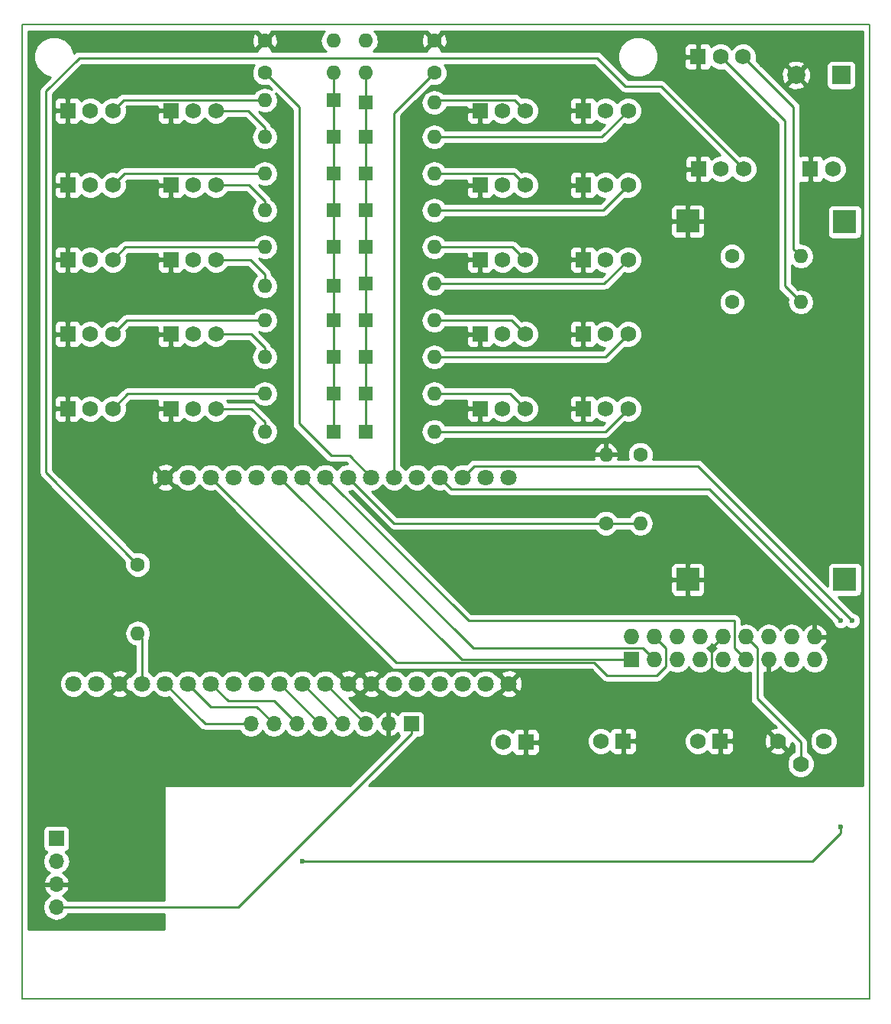
<source format=gbr>
%TF.GenerationSoftware,KiCad,Pcbnew,4.0.7*%
%TF.CreationDate,2018-06-21T01:00:39+02:00*%
%TF.ProjectId,FlyballETS-HW,466C7962616C6C4554532D48572E6B69,rev?*%
%TF.FileFunction,Copper,L2,Bot,Signal*%
%FSLAX46Y46*%
G04 Gerber Fmt 4.6, Leading zero omitted, Abs format (unit mm)*
G04 Created by KiCad (PCBNEW 4.0.7) date 06/21/18 01:00:39*
%MOMM*%
%LPD*%
G01*
G04 APERTURE LIST*
%ADD10C,0.150000*%
%ADD11C,1.800000*%
%ADD12R,1.600000X1.600000*%
%ADD13O,1.600000X1.600000*%
%ADD14R,1.750000X1.750000*%
%ADD15C,1.750000*%
%ADD16R,1.700000X1.700000*%
%ADD17O,1.700000X1.700000*%
%ADD18C,1.600000*%
%ADD19C,1.778000*%
%ADD20R,2.540000X2.540000*%
%ADD21R,1.727200X1.727200*%
%ADD22O,1.727200X1.727200*%
%ADD23R,2.000000X2.000000*%
%ADD24C,2.000000*%
%ADD25C,0.600000*%
%ADD26C,0.250000*%
%ADD27C,0.254000*%
G04 APERTURE END LIST*
D10*
X66040000Y-142240000D02*
X66040000Y-133350000D01*
X160020000Y-142240000D02*
X66040000Y-142240000D01*
X160020000Y-133350000D02*
X160020000Y-142240000D01*
X66040000Y-133350000D02*
X66040000Y-34290000D01*
X160020000Y-34290000D02*
X160020000Y-133350000D01*
X66040000Y-34290000D02*
X160020000Y-34290000D01*
D11*
X71755000Y-107315000D03*
X74295000Y-107315000D03*
X76835000Y-107315000D03*
X79375000Y-107315000D03*
X81915000Y-107315000D03*
X84455000Y-107315000D03*
X86995000Y-107315000D03*
X89535000Y-107315000D03*
X92075000Y-107315000D03*
X94615000Y-107315000D03*
X97155000Y-107315000D03*
X99695000Y-107315000D03*
X81915000Y-84455000D03*
X84455000Y-84455000D03*
X86995000Y-84455000D03*
X89535000Y-84455000D03*
X92075000Y-84455000D03*
X94615000Y-84455000D03*
X97155000Y-84455000D03*
X99695000Y-84455000D03*
X102235000Y-84455000D03*
X104775000Y-84455000D03*
X107315000Y-84455000D03*
X109855000Y-84455000D03*
X112395000Y-84455000D03*
X114935000Y-84455000D03*
X117475000Y-84455000D03*
X120015000Y-84455000D03*
X102235000Y-107315000D03*
X104775000Y-107315000D03*
X107315000Y-107315000D03*
X109855000Y-107315000D03*
X112395000Y-107315000D03*
X114935000Y-107315000D03*
X117475000Y-107315000D03*
X120015000Y-107315000D03*
D12*
X100584000Y-42672000D03*
D13*
X92964000Y-42672000D03*
D12*
X100584000Y-50800000D03*
D13*
X92964000Y-50800000D03*
D12*
X100584000Y-58928000D03*
D13*
X92964000Y-58928000D03*
D12*
X100584000Y-67056000D03*
D13*
X92964000Y-67056000D03*
D12*
X100584000Y-75184000D03*
D13*
X92964000Y-75184000D03*
D12*
X100584000Y-46736000D03*
D13*
X92964000Y-46736000D03*
D12*
X100584000Y-54864000D03*
D13*
X92964000Y-54864000D03*
D12*
X100584000Y-63246000D03*
D13*
X92964000Y-63246000D03*
D12*
X100584000Y-71120000D03*
D13*
X92964000Y-71120000D03*
D12*
X100584000Y-79375000D03*
D13*
X92964000Y-79375000D03*
D12*
X104140000Y-42926000D03*
D13*
X111760000Y-42926000D03*
D12*
X104140000Y-50800000D03*
D13*
X111760000Y-50800000D03*
D12*
X104140000Y-58928000D03*
D13*
X111760000Y-58928000D03*
D12*
X104140000Y-67056000D03*
D13*
X111760000Y-67056000D03*
D12*
X104140000Y-75184000D03*
D13*
X111760000Y-75184000D03*
D12*
X104140000Y-46736000D03*
D13*
X111760000Y-46736000D03*
D12*
X104140000Y-54864000D03*
D13*
X111760000Y-54864000D03*
D12*
X104140000Y-62992000D03*
D13*
X111760000Y-62992000D03*
D12*
X104140000Y-71120000D03*
D13*
X111760000Y-71120000D03*
D12*
X104140000Y-79375000D03*
D13*
X111760000Y-79375000D03*
D14*
X71120000Y-43815000D03*
D15*
X73620000Y-43815000D03*
X76120000Y-43815000D03*
D14*
X71120000Y-52070000D03*
D15*
X73620000Y-52070000D03*
X76120000Y-52070000D03*
D14*
X71120000Y-60325000D03*
D15*
X73620000Y-60325000D03*
X76120000Y-60325000D03*
D14*
X71120000Y-68580000D03*
D15*
X73620000Y-68580000D03*
X76120000Y-68580000D03*
D14*
X71120000Y-76835000D03*
D15*
X73620000Y-76835000D03*
X76120000Y-76835000D03*
D14*
X82550000Y-43815000D03*
D15*
X85050000Y-43815000D03*
X87550000Y-43815000D03*
D14*
X82550000Y-52070000D03*
D15*
X85050000Y-52070000D03*
X87550000Y-52070000D03*
D14*
X82550000Y-60325000D03*
D15*
X85050000Y-60325000D03*
X87550000Y-60325000D03*
D14*
X82550000Y-68580000D03*
D15*
X85050000Y-68580000D03*
X87550000Y-68580000D03*
D14*
X82550000Y-76835000D03*
D15*
X85050000Y-76835000D03*
X87550000Y-76835000D03*
D14*
X116840000Y-43815000D03*
D15*
X119340000Y-43815000D03*
X121840000Y-43815000D03*
D14*
X116840000Y-52070000D03*
D15*
X119340000Y-52070000D03*
X121840000Y-52070000D03*
D14*
X116840000Y-60325000D03*
D15*
X119340000Y-60325000D03*
X121840000Y-60325000D03*
D14*
X116840000Y-68580000D03*
D15*
X119340000Y-68580000D03*
X121840000Y-68580000D03*
D14*
X116840000Y-76835000D03*
D15*
X119340000Y-76835000D03*
X121840000Y-76835000D03*
D14*
X128270000Y-43815000D03*
D15*
X130770000Y-43815000D03*
X133270000Y-43815000D03*
D14*
X128270000Y-52070000D03*
D15*
X130770000Y-52070000D03*
X133270000Y-52070000D03*
D14*
X128270000Y-60325000D03*
D15*
X130770000Y-60325000D03*
X133270000Y-60325000D03*
D14*
X128270000Y-68580000D03*
D15*
X130770000Y-68580000D03*
X133270000Y-68580000D03*
D14*
X128270000Y-76835000D03*
D15*
X130770000Y-76835000D03*
X133270000Y-76835000D03*
D14*
X132715000Y-113665000D03*
D15*
X130215000Y-113665000D03*
D14*
X143470000Y-113665000D03*
D15*
X140970000Y-113665000D03*
D14*
X153456000Y-50292000D03*
D15*
X155956000Y-50292000D03*
D14*
X141050000Y-50292000D03*
D15*
X143550000Y-50292000D03*
X146050000Y-50292000D03*
D16*
X109220000Y-111760000D03*
D17*
X106680000Y-111760000D03*
X104140000Y-111760000D03*
X101600000Y-111760000D03*
X99060000Y-111760000D03*
X96520000Y-111760000D03*
X93980000Y-111760000D03*
X91440000Y-111760000D03*
D18*
X92964000Y-36068000D03*
D13*
X100584000Y-36068000D03*
D18*
X92964000Y-39624000D03*
D13*
X100584000Y-39624000D03*
D18*
X111760000Y-39624000D03*
D13*
X104140000Y-39624000D03*
D18*
X111760000Y-36068000D03*
D13*
X104140000Y-36068000D03*
D18*
X130810000Y-89535000D03*
D13*
X130810000Y-81915000D03*
D18*
X134620000Y-81915000D03*
D13*
X134620000Y-89535000D03*
D19*
X154940000Y-113665000D03*
X152400000Y-116205000D03*
X149860000Y-113665000D03*
D20*
X157290000Y-95758000D03*
X139890000Y-95758000D03*
X139890500Y-56070500D03*
X157289500Y-56134000D03*
D14*
X121920000Y-113792000D03*
D15*
X119420000Y-113792000D03*
D21*
X133604000Y-104648000D03*
D22*
X133604000Y-102108000D03*
X136144000Y-104648000D03*
X136144000Y-102108000D03*
X138684000Y-104648000D03*
X138684000Y-102108000D03*
X141224000Y-104648000D03*
X141224000Y-102108000D03*
X143764000Y-104648000D03*
X143764000Y-102108000D03*
X146304000Y-104648000D03*
X146304000Y-102108000D03*
X148844000Y-104648000D03*
X148844000Y-102108000D03*
X151384000Y-104648000D03*
X151384000Y-102108000D03*
X153924000Y-104648000D03*
X153924000Y-102108000D03*
D16*
X69850000Y-124460000D03*
D17*
X69850000Y-127000000D03*
X69850000Y-129540000D03*
X69850000Y-132080000D03*
D14*
X141010000Y-37846000D03*
D15*
X143510000Y-37846000D03*
X146010000Y-37846000D03*
D18*
X144780000Y-65024000D03*
D13*
X152400000Y-65024000D03*
D18*
X144780000Y-59944000D03*
D13*
X152400000Y-59944000D03*
D18*
X78867000Y-94107000D03*
D13*
X78867000Y-101727000D03*
D23*
X156892000Y-39878000D03*
D24*
X151892000Y-39878000D03*
D25*
X158115000Y-100330000D03*
X97155000Y-127000000D03*
X156845000Y-123190000D03*
X156845000Y-100330000D03*
D26*
X100584000Y-42672000D02*
X100584000Y-39624000D01*
X100584000Y-42672000D02*
X100584000Y-46736000D01*
X100584000Y-50800000D02*
X100584000Y-54864000D01*
X100584000Y-58928000D02*
X100584000Y-62992000D01*
X100584000Y-67056000D02*
X100584000Y-71120000D01*
X100584000Y-75184000D02*
X100584000Y-79375000D01*
X100584000Y-46736000D02*
X100584000Y-50800000D01*
X100584000Y-54864000D02*
X100584000Y-58928000D01*
X100584000Y-62992000D02*
X100584000Y-67056000D01*
X100584000Y-71120000D02*
X100584000Y-75184000D01*
X104140000Y-42672000D02*
X104140000Y-39624000D01*
X104140000Y-42672000D02*
X104140000Y-46736000D01*
X104140000Y-46736000D02*
X104140000Y-50800000D01*
X104140000Y-50800000D02*
X104140000Y-54864000D01*
X104140000Y-58928000D02*
X104140000Y-62992000D01*
X104140000Y-67056000D02*
X104140000Y-71120000D01*
X104140000Y-75184000D02*
X104140000Y-79375000D01*
X104140000Y-54864000D02*
X104140000Y-58928000D01*
X104140000Y-62992000D02*
X104140000Y-67056000D01*
X104140000Y-71120000D02*
X104140000Y-75184000D01*
X142494000Y-106172000D02*
X143470000Y-107148000D01*
X143470000Y-107148000D02*
X143470000Y-113665000D01*
X142494000Y-103378000D02*
X142494000Y-106172000D01*
X143764000Y-102108000D02*
X142494000Y-103378000D01*
X79375000Y-107315000D02*
X79375000Y-102235000D01*
X79375000Y-102235000D02*
X78867000Y-101727000D01*
X146304000Y-102108000D02*
X147574000Y-103378000D01*
X147574000Y-103378000D02*
X147574000Y-108966000D01*
X147574000Y-108966000D02*
X152400000Y-113792000D01*
X152400000Y-113792000D02*
X152400000Y-116205000D01*
X99695000Y-107315000D02*
X104140000Y-111760000D01*
X97155000Y-107315000D02*
X101600000Y-111760000D01*
X94615000Y-107315000D02*
X99060000Y-111760000D01*
X88900000Y-109220000D02*
X93980000Y-109220000D01*
X93980000Y-109220000D02*
X96520000Y-111760000D01*
X86995000Y-107315000D02*
X88900000Y-109220000D01*
X86995000Y-109855000D02*
X92075000Y-109855000D01*
X92075000Y-109855000D02*
X93980000Y-111760000D01*
X84455000Y-107315000D02*
X86995000Y-109855000D01*
X81915000Y-107315000D02*
X86360000Y-111760000D01*
X86360000Y-111760000D02*
X91440000Y-111760000D01*
X100330000Y-82042000D02*
X102362000Y-82042000D01*
X102362000Y-82042000D02*
X104775000Y-84455000D01*
X96774000Y-78486000D02*
X100330000Y-82042000D01*
X96774000Y-43434000D02*
X96774000Y-78486000D01*
X92964000Y-39624000D02*
X96774000Y-43434000D01*
X111760000Y-39624000D02*
X107315000Y-44069000D01*
X107315000Y-44069000D02*
X107315000Y-84455000D01*
X130810000Y-89535000D02*
X107315000Y-89535000D01*
X107315000Y-89535000D02*
X102235000Y-84455000D01*
X134620000Y-89535000D02*
X130810000Y-89535000D01*
X94615000Y-84455000D02*
X114808000Y-104648000D01*
X114808000Y-104648000D02*
X133604000Y-104648000D01*
X134874000Y-103378000D02*
X136144000Y-104648000D01*
X116078000Y-103378000D02*
X134874000Y-103378000D01*
X97155000Y-84455000D02*
X116078000Y-103378000D01*
X115570000Y-100330000D02*
X145034000Y-100330000D01*
X145034000Y-100330000D02*
X145034000Y-103378000D01*
X99695000Y-84455000D02*
X115570000Y-100330000D01*
X145034000Y-103378000D02*
X146304000Y-104648000D01*
X109220000Y-111760000D02*
X109220000Y-112860000D01*
X109220000Y-112860000D02*
X90000000Y-132080000D01*
X90000000Y-132080000D02*
X69850000Y-132080000D01*
X109220000Y-111760000D02*
X109220000Y-112395000D01*
X129509010Y-104998010D02*
X107538010Y-104998010D01*
X86995000Y-84455000D02*
X107538010Y-104998010D01*
X136398000Y-106426000D02*
X130937000Y-106426000D01*
X137414000Y-105410000D02*
X136398000Y-106426000D01*
X137414000Y-103378000D02*
X137414000Y-105410000D01*
X136144000Y-102108000D02*
X137414000Y-103378000D01*
X130937000Y-106426000D02*
X129509010Y-104998010D01*
X158115000Y-100330000D02*
X140970000Y-83185000D01*
X140970000Y-83185000D02*
X116205000Y-83185000D01*
X116205000Y-83185000D02*
X114935000Y-84455000D01*
X142240000Y-85725000D02*
X113665000Y-85725000D01*
X113665000Y-85725000D02*
X112395000Y-84455000D01*
X156845000Y-100330000D02*
X142240000Y-85725000D01*
X153670000Y-127000000D02*
X97155000Y-127000000D01*
X156845000Y-123825000D02*
X153670000Y-127000000D01*
X156845000Y-123190000D02*
X156845000Y-123825000D01*
X91914000Y-42672000D02*
X92964000Y-42672000D01*
X77320001Y-42614999D02*
X91856999Y-42614999D01*
X91856999Y-42614999D02*
X91914000Y-42672000D01*
X76120000Y-43815000D02*
X77320001Y-42614999D01*
X77390000Y-50800000D02*
X92964000Y-50800000D01*
X76120000Y-52070000D02*
X77390000Y-50800000D01*
X77517000Y-58928000D02*
X92964000Y-58928000D01*
X76120000Y-60325000D02*
X77517000Y-58928000D01*
X77644000Y-67056000D02*
X92964000Y-67056000D01*
X76120000Y-68580000D02*
X77644000Y-67056000D01*
X77771000Y-75184000D02*
X92964000Y-75184000D01*
X76120000Y-76835000D02*
X77771000Y-75184000D01*
X92964000Y-45686000D02*
X92964000Y-46736000D01*
X91093000Y-43815000D02*
X92964000Y-45686000D01*
X87550000Y-43815000D02*
X91093000Y-43815000D01*
X92964000Y-53814000D02*
X92964000Y-54864000D01*
X91220000Y-52070000D02*
X92964000Y-53814000D01*
X87550000Y-52070000D02*
X91220000Y-52070000D01*
X92964000Y-61942000D02*
X92964000Y-62992000D01*
X91347000Y-60325000D02*
X92964000Y-61942000D01*
X87550000Y-60325000D02*
X91347000Y-60325000D01*
X92964000Y-70070000D02*
X92964000Y-71120000D01*
X91474000Y-68580000D02*
X92964000Y-70070000D01*
X87550000Y-68580000D02*
X91474000Y-68580000D01*
X92964000Y-78325000D02*
X92964000Y-79375000D01*
X91474000Y-76835000D02*
X92964000Y-78325000D01*
X87550000Y-76835000D02*
X91474000Y-76835000D01*
X111760000Y-42672000D02*
X118706998Y-42672000D01*
X118763999Y-42614999D02*
X120639999Y-42614999D01*
X118706998Y-42672000D02*
X118763999Y-42614999D01*
X120639999Y-42614999D02*
X121840000Y-43815000D01*
X111760000Y-50800000D02*
X120570000Y-50800000D01*
X120570000Y-50800000D02*
X121840000Y-52070000D01*
X111760000Y-58928000D02*
X120443000Y-58928000D01*
X120443000Y-58928000D02*
X121840000Y-60325000D01*
X111760000Y-67056000D02*
X120316000Y-67056000D01*
X120316000Y-67056000D02*
X121840000Y-68580000D01*
X111760000Y-75184000D02*
X120189000Y-75184000D01*
X120189000Y-75184000D02*
X121840000Y-76835000D01*
X111760000Y-46736000D02*
X130349000Y-46736000D01*
X130349000Y-46736000D02*
X133270000Y-43815000D01*
X111760000Y-54864000D02*
X130476000Y-54864000D01*
X130476000Y-54864000D02*
X133270000Y-52070000D01*
X111760000Y-62992000D02*
X130603000Y-62992000D01*
X130603000Y-62992000D02*
X133270000Y-60325000D01*
X111760000Y-71120000D02*
X130730000Y-71120000D01*
X130730000Y-71120000D02*
X133270000Y-68580000D01*
X111760000Y-79375000D02*
X130730000Y-79375000D01*
X130730000Y-79375000D02*
X133270000Y-76835000D01*
X152400000Y-65024000D02*
X150622000Y-63246000D01*
X150622000Y-63246000D02*
X150622000Y-44958000D01*
X150622000Y-44958000D02*
X143510000Y-37846000D01*
X151599900Y-58838898D02*
X151599900Y-43435900D01*
X151599900Y-43435900D02*
X146010000Y-37846000D01*
X151600001Y-58838999D02*
X151599900Y-58838898D01*
X152400000Y-59944000D02*
X151600001Y-59144001D01*
X151600001Y-59144001D02*
X151600001Y-58838999D01*
X68681600Y-41681400D02*
X72390000Y-37973000D01*
X78867000Y-94107000D02*
X68681600Y-83921600D01*
X68681600Y-41681400D02*
X68681600Y-83921600D01*
X72390000Y-37973000D02*
X129794000Y-37973000D01*
X129794000Y-37973000D02*
X132969000Y-41148000D01*
X132969000Y-41148000D02*
X136906000Y-41148000D01*
X136906000Y-41148000D02*
X146050000Y-50292000D01*
D27*
G36*
X92135861Y-35060255D02*
X92964000Y-35888395D01*
X93792139Y-35060255D01*
X93773989Y-35000000D01*
X99620961Y-35000000D01*
X99541189Y-35053302D01*
X99230120Y-35518849D01*
X99120887Y-36068000D01*
X99230120Y-36617151D01*
X99541189Y-37082698D01*
X99736199Y-37213000D01*
X93750796Y-37213000D01*
X93792139Y-37075745D01*
X92964000Y-36247605D01*
X92135861Y-37075745D01*
X92177204Y-37213000D01*
X72390000Y-37213000D01*
X72099161Y-37270852D01*
X71852599Y-37435599D01*
X71831340Y-37456858D01*
X71831387Y-37403381D01*
X71491845Y-36581628D01*
X70863679Y-35952364D01*
X70620105Y-35851223D01*
X91517035Y-35851223D01*
X91544222Y-36421454D01*
X91710136Y-36822005D01*
X91956255Y-36896139D01*
X92784395Y-36068000D01*
X93143605Y-36068000D01*
X93971745Y-36896139D01*
X94217864Y-36822005D01*
X94410965Y-36284777D01*
X94383778Y-35714546D01*
X94217864Y-35313995D01*
X93971745Y-35239861D01*
X93143605Y-36068000D01*
X92784395Y-36068000D01*
X91956255Y-35239861D01*
X91710136Y-35313995D01*
X91517035Y-35851223D01*
X70620105Y-35851223D01*
X70042519Y-35611389D01*
X69153381Y-35610613D01*
X68331628Y-35950155D01*
X67702364Y-36578321D01*
X67361389Y-37399481D01*
X67360613Y-38288619D01*
X67700155Y-39110372D01*
X68328321Y-39739636D01*
X69149481Y-40080611D01*
X69207536Y-40080662D01*
X68144199Y-41143999D01*
X67979452Y-41390561D01*
X67921600Y-41681400D01*
X67921600Y-83921600D01*
X67979452Y-84212439D01*
X68144199Y-84459001D01*
X77453744Y-93768546D01*
X77432250Y-93820309D01*
X77431752Y-94391187D01*
X77649757Y-94918800D01*
X78053077Y-95322824D01*
X78580309Y-95541750D01*
X79151187Y-95542248D01*
X79678800Y-95324243D01*
X80082824Y-94920923D01*
X80301750Y-94393691D01*
X80302248Y-93822813D01*
X80084243Y-93295200D01*
X79680923Y-92891176D01*
X79153691Y-92672250D01*
X78582813Y-92671752D01*
X78528851Y-92694049D01*
X71369961Y-85535159D01*
X81014446Y-85535159D01*
X81100852Y-85791643D01*
X81674336Y-86001458D01*
X82284460Y-85975839D01*
X82729148Y-85791643D01*
X82815554Y-85535159D01*
X81915000Y-84634605D01*
X81014446Y-85535159D01*
X71369961Y-85535159D01*
X70049138Y-84214336D01*
X80368542Y-84214336D01*
X80394161Y-84824460D01*
X80578357Y-85269148D01*
X80834841Y-85355554D01*
X81735395Y-84455000D01*
X80834841Y-83554446D01*
X80578357Y-83640852D01*
X80368542Y-84214336D01*
X70049138Y-84214336D01*
X69441600Y-83606798D01*
X69441600Y-83374841D01*
X81014446Y-83374841D01*
X81915000Y-84275395D01*
X82815554Y-83374841D01*
X82729148Y-83118357D01*
X82155664Y-82908542D01*
X81545540Y-82934161D01*
X81100852Y-83118357D01*
X81014446Y-83374841D01*
X69441600Y-83374841D01*
X69441600Y-77120750D01*
X69610000Y-77120750D01*
X69610000Y-77836310D01*
X69706673Y-78069699D01*
X69885302Y-78248327D01*
X70118691Y-78345000D01*
X70834250Y-78345000D01*
X70993000Y-78186250D01*
X70993000Y-76962000D01*
X69768750Y-76962000D01*
X69610000Y-77120750D01*
X69441600Y-77120750D01*
X69441600Y-75833690D01*
X69610000Y-75833690D01*
X69610000Y-76549250D01*
X69768750Y-76708000D01*
X70993000Y-76708000D01*
X70993000Y-75483750D01*
X71247000Y-75483750D01*
X71247000Y-76708000D01*
X71267000Y-76708000D01*
X71267000Y-76962000D01*
X71247000Y-76962000D01*
X71247000Y-78186250D01*
X71405750Y-78345000D01*
X72121309Y-78345000D01*
X72354698Y-78248327D01*
X72533327Y-78069699D01*
X72587760Y-77938286D01*
X72763537Y-78114370D01*
X73318325Y-78344738D01*
X73919040Y-78345262D01*
X74474229Y-78115862D01*
X74870318Y-77720464D01*
X75263537Y-78114370D01*
X75818325Y-78344738D01*
X76419040Y-78345262D01*
X76974229Y-78115862D01*
X77399370Y-77691463D01*
X77629738Y-77136675D01*
X77629751Y-77120750D01*
X81040000Y-77120750D01*
X81040000Y-77836310D01*
X81136673Y-78069699D01*
X81315302Y-78248327D01*
X81548691Y-78345000D01*
X82264250Y-78345000D01*
X82423000Y-78186250D01*
X82423000Y-76962000D01*
X81198750Y-76962000D01*
X81040000Y-77120750D01*
X77629751Y-77120750D01*
X77630262Y-76535960D01*
X77590375Y-76439427D01*
X78085802Y-75944000D01*
X81040000Y-75944000D01*
X81040000Y-76549250D01*
X81198750Y-76708000D01*
X82423000Y-76708000D01*
X82423000Y-76688000D01*
X82677000Y-76688000D01*
X82677000Y-76708000D01*
X82697000Y-76708000D01*
X82697000Y-76962000D01*
X82677000Y-76962000D01*
X82677000Y-78186250D01*
X82835750Y-78345000D01*
X83551309Y-78345000D01*
X83784698Y-78248327D01*
X83963327Y-78069699D01*
X84017760Y-77938286D01*
X84193537Y-78114370D01*
X84748325Y-78344738D01*
X85349040Y-78345262D01*
X85904229Y-78115862D01*
X86300318Y-77720464D01*
X86693537Y-78114370D01*
X87248325Y-78344738D01*
X87849040Y-78345262D01*
X88404229Y-78115862D01*
X88829370Y-77691463D01*
X88869425Y-77595000D01*
X91159198Y-77595000D01*
X91923174Y-78358976D01*
X91921189Y-78360302D01*
X91610120Y-78825849D01*
X91500887Y-79375000D01*
X91610120Y-79924151D01*
X91921189Y-80389698D01*
X92386736Y-80700767D01*
X92935887Y-80810000D01*
X92992113Y-80810000D01*
X93541264Y-80700767D01*
X94006811Y-80389698D01*
X94317880Y-79924151D01*
X94427113Y-79375000D01*
X94317880Y-78825849D01*
X94006811Y-78360302D01*
X93688748Y-78147779D01*
X93683931Y-78123559D01*
X93666148Y-78034160D01*
X93501401Y-77787599D01*
X92011401Y-76297599D01*
X91764839Y-76132852D01*
X91474000Y-76075000D01*
X88869797Y-76075000D01*
X88830862Y-75980771D01*
X88794155Y-75944000D01*
X91751005Y-75944000D01*
X91921189Y-76198698D01*
X92386736Y-76509767D01*
X92935887Y-76619000D01*
X92992113Y-76619000D01*
X93541264Y-76509767D01*
X94006811Y-76198698D01*
X94317880Y-75733151D01*
X94427113Y-75184000D01*
X94317880Y-74634849D01*
X94006811Y-74169302D01*
X93541264Y-73858233D01*
X92992113Y-73749000D01*
X92935887Y-73749000D01*
X92386736Y-73858233D01*
X91921189Y-74169302D01*
X91751005Y-74424000D01*
X77771000Y-74424000D01*
X77480161Y-74481852D01*
X77233599Y-74646599D01*
X76515837Y-75364361D01*
X76421675Y-75325262D01*
X75820960Y-75324738D01*
X75265771Y-75554138D01*
X74869682Y-75949536D01*
X74476463Y-75555630D01*
X73921675Y-75325262D01*
X73320960Y-75324738D01*
X72765771Y-75554138D01*
X72587797Y-75731802D01*
X72533327Y-75600301D01*
X72354698Y-75421673D01*
X72121309Y-75325000D01*
X71405750Y-75325000D01*
X71247000Y-75483750D01*
X70993000Y-75483750D01*
X70834250Y-75325000D01*
X70118691Y-75325000D01*
X69885302Y-75421673D01*
X69706673Y-75600301D01*
X69610000Y-75833690D01*
X69441600Y-75833690D01*
X69441600Y-68865750D01*
X69610000Y-68865750D01*
X69610000Y-69581310D01*
X69706673Y-69814699D01*
X69885302Y-69993327D01*
X70118691Y-70090000D01*
X70834250Y-70090000D01*
X70993000Y-69931250D01*
X70993000Y-68707000D01*
X69768750Y-68707000D01*
X69610000Y-68865750D01*
X69441600Y-68865750D01*
X69441600Y-67578690D01*
X69610000Y-67578690D01*
X69610000Y-68294250D01*
X69768750Y-68453000D01*
X70993000Y-68453000D01*
X70993000Y-67228750D01*
X71247000Y-67228750D01*
X71247000Y-68453000D01*
X71267000Y-68453000D01*
X71267000Y-68707000D01*
X71247000Y-68707000D01*
X71247000Y-69931250D01*
X71405750Y-70090000D01*
X72121309Y-70090000D01*
X72354698Y-69993327D01*
X72533327Y-69814699D01*
X72587760Y-69683286D01*
X72763537Y-69859370D01*
X73318325Y-70089738D01*
X73919040Y-70090262D01*
X74474229Y-69860862D01*
X74870318Y-69465464D01*
X75263537Y-69859370D01*
X75818325Y-70089738D01*
X76419040Y-70090262D01*
X76974229Y-69860862D01*
X77399370Y-69436463D01*
X77629738Y-68881675D01*
X77629751Y-68865750D01*
X81040000Y-68865750D01*
X81040000Y-69581310D01*
X81136673Y-69814699D01*
X81315302Y-69993327D01*
X81548691Y-70090000D01*
X82264250Y-70090000D01*
X82423000Y-69931250D01*
X82423000Y-68707000D01*
X81198750Y-68707000D01*
X81040000Y-68865750D01*
X77629751Y-68865750D01*
X77630262Y-68280960D01*
X77590375Y-68184427D01*
X77958802Y-67816000D01*
X81040000Y-67816000D01*
X81040000Y-68294250D01*
X81198750Y-68453000D01*
X82423000Y-68453000D01*
X82423000Y-68433000D01*
X82677000Y-68433000D01*
X82677000Y-68453000D01*
X82697000Y-68453000D01*
X82697000Y-68707000D01*
X82677000Y-68707000D01*
X82677000Y-69931250D01*
X82835750Y-70090000D01*
X83551309Y-70090000D01*
X83784698Y-69993327D01*
X83963327Y-69814699D01*
X84017760Y-69683286D01*
X84193537Y-69859370D01*
X84748325Y-70089738D01*
X85349040Y-70090262D01*
X85904229Y-69860862D01*
X86300318Y-69465464D01*
X86693537Y-69859370D01*
X87248325Y-70089738D01*
X87849040Y-70090262D01*
X88404229Y-69860862D01*
X88829370Y-69436463D01*
X88869425Y-69340000D01*
X91159198Y-69340000D01*
X91923174Y-70103976D01*
X91921189Y-70105302D01*
X91610120Y-70570849D01*
X91500887Y-71120000D01*
X91610120Y-71669151D01*
X91921189Y-72134698D01*
X92386736Y-72445767D01*
X92935887Y-72555000D01*
X92992113Y-72555000D01*
X93541264Y-72445767D01*
X94006811Y-72134698D01*
X94317880Y-71669151D01*
X94427113Y-71120000D01*
X94317880Y-70570849D01*
X94006811Y-70105302D01*
X93688748Y-69892779D01*
X93683931Y-69868559D01*
X93666148Y-69779160D01*
X93501401Y-69532599D01*
X92277740Y-68308938D01*
X92386736Y-68381767D01*
X92935887Y-68491000D01*
X92992113Y-68491000D01*
X93541264Y-68381767D01*
X94006811Y-68070698D01*
X94317880Y-67605151D01*
X94427113Y-67056000D01*
X94317880Y-66506849D01*
X94006811Y-66041302D01*
X93541264Y-65730233D01*
X92992113Y-65621000D01*
X92935887Y-65621000D01*
X92386736Y-65730233D01*
X91921189Y-66041302D01*
X91751005Y-66296000D01*
X77644000Y-66296000D01*
X77401414Y-66344254D01*
X77353160Y-66353852D01*
X77106599Y-66518599D01*
X76515837Y-67109361D01*
X76421675Y-67070262D01*
X75820960Y-67069738D01*
X75265771Y-67299138D01*
X74869682Y-67694536D01*
X74476463Y-67300630D01*
X73921675Y-67070262D01*
X73320960Y-67069738D01*
X72765771Y-67299138D01*
X72587797Y-67476802D01*
X72533327Y-67345301D01*
X72354698Y-67166673D01*
X72121309Y-67070000D01*
X71405750Y-67070000D01*
X71247000Y-67228750D01*
X70993000Y-67228750D01*
X70834250Y-67070000D01*
X70118691Y-67070000D01*
X69885302Y-67166673D01*
X69706673Y-67345301D01*
X69610000Y-67578690D01*
X69441600Y-67578690D01*
X69441600Y-60610750D01*
X69610000Y-60610750D01*
X69610000Y-61326310D01*
X69706673Y-61559699D01*
X69885302Y-61738327D01*
X70118691Y-61835000D01*
X70834250Y-61835000D01*
X70993000Y-61676250D01*
X70993000Y-60452000D01*
X69768750Y-60452000D01*
X69610000Y-60610750D01*
X69441600Y-60610750D01*
X69441600Y-59323690D01*
X69610000Y-59323690D01*
X69610000Y-60039250D01*
X69768750Y-60198000D01*
X70993000Y-60198000D01*
X70993000Y-58973750D01*
X71247000Y-58973750D01*
X71247000Y-60198000D01*
X71267000Y-60198000D01*
X71267000Y-60452000D01*
X71247000Y-60452000D01*
X71247000Y-61676250D01*
X71405750Y-61835000D01*
X72121309Y-61835000D01*
X72354698Y-61738327D01*
X72533327Y-61559699D01*
X72587760Y-61428286D01*
X72763537Y-61604370D01*
X73318325Y-61834738D01*
X73919040Y-61835262D01*
X74474229Y-61605862D01*
X74870318Y-61210464D01*
X75263537Y-61604370D01*
X75818325Y-61834738D01*
X76419040Y-61835262D01*
X76974229Y-61605862D01*
X77399370Y-61181463D01*
X77629738Y-60626675D01*
X77629751Y-60610750D01*
X81040000Y-60610750D01*
X81040000Y-61326310D01*
X81136673Y-61559699D01*
X81315302Y-61738327D01*
X81548691Y-61835000D01*
X82264250Y-61835000D01*
X82423000Y-61676250D01*
X82423000Y-60452000D01*
X81198750Y-60452000D01*
X81040000Y-60610750D01*
X77629751Y-60610750D01*
X77630262Y-60025960D01*
X77590375Y-59929427D01*
X77831802Y-59688000D01*
X81040000Y-59688000D01*
X81040000Y-60039250D01*
X81198750Y-60198000D01*
X82423000Y-60198000D01*
X82423000Y-60178000D01*
X82677000Y-60178000D01*
X82677000Y-60198000D01*
X82697000Y-60198000D01*
X82697000Y-60452000D01*
X82677000Y-60452000D01*
X82677000Y-61676250D01*
X82835750Y-61835000D01*
X83551309Y-61835000D01*
X83784698Y-61738327D01*
X83963327Y-61559699D01*
X84017760Y-61428286D01*
X84193537Y-61604370D01*
X84748325Y-61834738D01*
X85349040Y-61835262D01*
X85904229Y-61605862D01*
X86300318Y-61210464D01*
X86693537Y-61604370D01*
X87248325Y-61834738D01*
X87849040Y-61835262D01*
X88404229Y-61605862D01*
X88829370Y-61181463D01*
X88869425Y-61085000D01*
X91032198Y-61085000D01*
X92075436Y-62128238D01*
X91921189Y-62231302D01*
X91610120Y-62696849D01*
X91500887Y-63246000D01*
X91610120Y-63795151D01*
X91921189Y-64260698D01*
X92386736Y-64571767D01*
X92935887Y-64681000D01*
X92992113Y-64681000D01*
X93541264Y-64571767D01*
X94006811Y-64260698D01*
X94317880Y-63795151D01*
X94427113Y-63246000D01*
X94317880Y-62696849D01*
X94006811Y-62231302D01*
X93724000Y-62042333D01*
X93724000Y-61942000D01*
X93683487Y-61738327D01*
X93666148Y-61651160D01*
X93501401Y-61404599D01*
X92277740Y-60180938D01*
X92386736Y-60253767D01*
X92935887Y-60363000D01*
X92992113Y-60363000D01*
X93541264Y-60253767D01*
X94006811Y-59942698D01*
X94317880Y-59477151D01*
X94427113Y-58928000D01*
X94317880Y-58378849D01*
X94006811Y-57913302D01*
X93541264Y-57602233D01*
X92992113Y-57493000D01*
X92935887Y-57493000D01*
X92386736Y-57602233D01*
X91921189Y-57913302D01*
X91751005Y-58168000D01*
X77517000Y-58168000D01*
X77226160Y-58225852D01*
X76979599Y-58390599D01*
X76515837Y-58854361D01*
X76421675Y-58815262D01*
X75820960Y-58814738D01*
X75265771Y-59044138D01*
X74869682Y-59439536D01*
X74476463Y-59045630D01*
X73921675Y-58815262D01*
X73320960Y-58814738D01*
X72765771Y-59044138D01*
X72587797Y-59221802D01*
X72533327Y-59090301D01*
X72354698Y-58911673D01*
X72121309Y-58815000D01*
X71405750Y-58815000D01*
X71247000Y-58973750D01*
X70993000Y-58973750D01*
X70834250Y-58815000D01*
X70118691Y-58815000D01*
X69885302Y-58911673D01*
X69706673Y-59090301D01*
X69610000Y-59323690D01*
X69441600Y-59323690D01*
X69441600Y-52355750D01*
X69610000Y-52355750D01*
X69610000Y-53071310D01*
X69706673Y-53304699D01*
X69885302Y-53483327D01*
X70118691Y-53580000D01*
X70834250Y-53580000D01*
X70993000Y-53421250D01*
X70993000Y-52197000D01*
X69768750Y-52197000D01*
X69610000Y-52355750D01*
X69441600Y-52355750D01*
X69441600Y-51068690D01*
X69610000Y-51068690D01*
X69610000Y-51784250D01*
X69768750Y-51943000D01*
X70993000Y-51943000D01*
X70993000Y-50718750D01*
X71247000Y-50718750D01*
X71247000Y-51943000D01*
X71267000Y-51943000D01*
X71267000Y-52197000D01*
X71247000Y-52197000D01*
X71247000Y-53421250D01*
X71405750Y-53580000D01*
X72121309Y-53580000D01*
X72354698Y-53483327D01*
X72533327Y-53304699D01*
X72587760Y-53173286D01*
X72763537Y-53349370D01*
X73318325Y-53579738D01*
X73919040Y-53580262D01*
X74474229Y-53350862D01*
X74870318Y-52955464D01*
X75263537Y-53349370D01*
X75818325Y-53579738D01*
X76419040Y-53580262D01*
X76974229Y-53350862D01*
X77399370Y-52926463D01*
X77629738Y-52371675D01*
X77629751Y-52355750D01*
X81040000Y-52355750D01*
X81040000Y-53071310D01*
X81136673Y-53304699D01*
X81315302Y-53483327D01*
X81548691Y-53580000D01*
X82264250Y-53580000D01*
X82423000Y-53421250D01*
X82423000Y-52197000D01*
X81198750Y-52197000D01*
X81040000Y-52355750D01*
X77629751Y-52355750D01*
X77630262Y-51770960D01*
X77590375Y-51674427D01*
X77704802Y-51560000D01*
X81040000Y-51560000D01*
X81040000Y-51784250D01*
X81198750Y-51943000D01*
X82423000Y-51943000D01*
X82423000Y-51923000D01*
X82677000Y-51923000D01*
X82677000Y-51943000D01*
X82697000Y-51943000D01*
X82697000Y-52197000D01*
X82677000Y-52197000D01*
X82677000Y-53421250D01*
X82835750Y-53580000D01*
X83551309Y-53580000D01*
X83784698Y-53483327D01*
X83963327Y-53304699D01*
X84017760Y-53173286D01*
X84193537Y-53349370D01*
X84748325Y-53579738D01*
X85349040Y-53580262D01*
X85904229Y-53350862D01*
X86300318Y-52955464D01*
X86693537Y-53349370D01*
X87248325Y-53579738D01*
X87849040Y-53580262D01*
X88404229Y-53350862D01*
X88829370Y-52926463D01*
X88869425Y-52830000D01*
X90905198Y-52830000D01*
X91923174Y-53847976D01*
X91921189Y-53849302D01*
X91610120Y-54314849D01*
X91500887Y-54864000D01*
X91610120Y-55413151D01*
X91921189Y-55878698D01*
X92386736Y-56189767D01*
X92935887Y-56299000D01*
X92992113Y-56299000D01*
X93541264Y-56189767D01*
X94006811Y-55878698D01*
X94317880Y-55413151D01*
X94427113Y-54864000D01*
X94317880Y-54314849D01*
X94006811Y-53849302D01*
X93688748Y-53636779D01*
X93666148Y-53523161D01*
X93666148Y-53523160D01*
X93501401Y-53276599D01*
X92277740Y-52052938D01*
X92386736Y-52125767D01*
X92935887Y-52235000D01*
X92992113Y-52235000D01*
X93541264Y-52125767D01*
X94006811Y-51814698D01*
X94317880Y-51349151D01*
X94427113Y-50800000D01*
X94317880Y-50250849D01*
X94006811Y-49785302D01*
X93541264Y-49474233D01*
X92992113Y-49365000D01*
X92935887Y-49365000D01*
X92386736Y-49474233D01*
X91921189Y-49785302D01*
X91751005Y-50040000D01*
X77390000Y-50040000D01*
X77099160Y-50097852D01*
X76852599Y-50262599D01*
X76515837Y-50599361D01*
X76421675Y-50560262D01*
X75820960Y-50559738D01*
X75265771Y-50789138D01*
X74869682Y-51184536D01*
X74476463Y-50790630D01*
X73921675Y-50560262D01*
X73320960Y-50559738D01*
X72765771Y-50789138D01*
X72587797Y-50966802D01*
X72533327Y-50835301D01*
X72354698Y-50656673D01*
X72121309Y-50560000D01*
X71405750Y-50560000D01*
X71247000Y-50718750D01*
X70993000Y-50718750D01*
X70834250Y-50560000D01*
X70118691Y-50560000D01*
X69885302Y-50656673D01*
X69706673Y-50835301D01*
X69610000Y-51068690D01*
X69441600Y-51068690D01*
X69441600Y-44100750D01*
X69610000Y-44100750D01*
X69610000Y-44816310D01*
X69706673Y-45049699D01*
X69885302Y-45228327D01*
X70118691Y-45325000D01*
X70834250Y-45325000D01*
X70993000Y-45166250D01*
X70993000Y-43942000D01*
X69768750Y-43942000D01*
X69610000Y-44100750D01*
X69441600Y-44100750D01*
X69441600Y-42813690D01*
X69610000Y-42813690D01*
X69610000Y-43529250D01*
X69768750Y-43688000D01*
X70993000Y-43688000D01*
X70993000Y-42463750D01*
X70834250Y-42305000D01*
X70118691Y-42305000D01*
X69885302Y-42401673D01*
X69706673Y-42580301D01*
X69610000Y-42813690D01*
X69441600Y-42813690D01*
X69441600Y-41996202D01*
X72704802Y-38733000D01*
X91825388Y-38733000D01*
X91748176Y-38810077D01*
X91529250Y-39337309D01*
X91528752Y-39908187D01*
X91746757Y-40435800D01*
X92150077Y-40839824D01*
X92677309Y-41058750D01*
X93248187Y-41059248D01*
X93302149Y-41036951D01*
X93752725Y-41487527D01*
X93541264Y-41346233D01*
X92992113Y-41237000D01*
X92935887Y-41237000D01*
X92386736Y-41346233D01*
X91921189Y-41657302D01*
X91789092Y-41854999D01*
X77320001Y-41854999D01*
X77029162Y-41912851D01*
X76782600Y-42077598D01*
X76515837Y-42344361D01*
X76421675Y-42305262D01*
X75820960Y-42304738D01*
X75265771Y-42534138D01*
X74869682Y-42929536D01*
X74476463Y-42535630D01*
X73921675Y-42305262D01*
X73320960Y-42304738D01*
X72765771Y-42534138D01*
X72587797Y-42711802D01*
X72533327Y-42580301D01*
X72354698Y-42401673D01*
X72121309Y-42305000D01*
X71405750Y-42305000D01*
X71247000Y-42463750D01*
X71247000Y-43688000D01*
X71267000Y-43688000D01*
X71267000Y-43942000D01*
X71247000Y-43942000D01*
X71247000Y-45166250D01*
X71405750Y-45325000D01*
X72121309Y-45325000D01*
X72354698Y-45228327D01*
X72533327Y-45049699D01*
X72587760Y-44918286D01*
X72763537Y-45094370D01*
X73318325Y-45324738D01*
X73919040Y-45325262D01*
X74474229Y-45095862D01*
X74870318Y-44700464D01*
X75263537Y-45094370D01*
X75818325Y-45324738D01*
X76419040Y-45325262D01*
X76974229Y-45095862D01*
X77399370Y-44671463D01*
X77629738Y-44116675D01*
X77629751Y-44100750D01*
X81040000Y-44100750D01*
X81040000Y-44816310D01*
X81136673Y-45049699D01*
X81315302Y-45228327D01*
X81548691Y-45325000D01*
X82264250Y-45325000D01*
X82423000Y-45166250D01*
X82423000Y-43942000D01*
X81198750Y-43942000D01*
X81040000Y-44100750D01*
X77629751Y-44100750D01*
X77630262Y-43515960D01*
X77590375Y-43419427D01*
X77634803Y-43374999D01*
X81040000Y-43374999D01*
X81040000Y-43529250D01*
X81198750Y-43688000D01*
X82423000Y-43688000D01*
X82423000Y-43668000D01*
X82677000Y-43668000D01*
X82677000Y-43688000D01*
X82697000Y-43688000D01*
X82697000Y-43942000D01*
X82677000Y-43942000D01*
X82677000Y-45166250D01*
X82835750Y-45325000D01*
X83551309Y-45325000D01*
X83784698Y-45228327D01*
X83963327Y-45049699D01*
X84017760Y-44918286D01*
X84193537Y-45094370D01*
X84748325Y-45324738D01*
X85349040Y-45325262D01*
X85904229Y-45095862D01*
X86300318Y-44700464D01*
X86693537Y-45094370D01*
X87248325Y-45324738D01*
X87849040Y-45325262D01*
X88404229Y-45095862D01*
X88829370Y-44671463D01*
X88869425Y-44575000D01*
X90778198Y-44575000D01*
X91923174Y-45719976D01*
X91921189Y-45721302D01*
X91610120Y-46186849D01*
X91500887Y-46736000D01*
X91610120Y-47285151D01*
X91921189Y-47750698D01*
X92386736Y-48061767D01*
X92935887Y-48171000D01*
X92992113Y-48171000D01*
X93541264Y-48061767D01*
X94006811Y-47750698D01*
X94317880Y-47285151D01*
X94427113Y-46736000D01*
X94317880Y-46186849D01*
X94006811Y-45721302D01*
X93688748Y-45508779D01*
X93666148Y-45395161D01*
X93501401Y-45148599D01*
X92277740Y-43924938D01*
X92386736Y-43997767D01*
X92935887Y-44107000D01*
X92992113Y-44107000D01*
X93541264Y-43997767D01*
X94006811Y-43686698D01*
X94317880Y-43221151D01*
X94427113Y-42672000D01*
X94317880Y-42122849D01*
X94176586Y-41911388D01*
X96014000Y-43748802D01*
X96014000Y-78486000D01*
X96071852Y-78776839D01*
X96236599Y-79023401D01*
X99792599Y-82579401D01*
X100039160Y-82744148D01*
X100087414Y-82753746D01*
X100330000Y-82802000D01*
X102047198Y-82802000D01*
X102165137Y-82919939D01*
X101931009Y-82919735D01*
X101366629Y-83152932D01*
X100964677Y-83554182D01*
X100565643Y-83154449D01*
X100001670Y-82920267D01*
X99391009Y-82919735D01*
X98826629Y-83152932D01*
X98424677Y-83554182D01*
X98025643Y-83154449D01*
X97461670Y-82920267D01*
X96851009Y-82919735D01*
X96286629Y-83152932D01*
X95884677Y-83554182D01*
X95485643Y-83154449D01*
X94921670Y-82920267D01*
X94311009Y-82919735D01*
X93746629Y-83152932D01*
X93344677Y-83554182D01*
X92945643Y-83154449D01*
X92381670Y-82920267D01*
X91771009Y-82919735D01*
X91206629Y-83152932D01*
X90804677Y-83554182D01*
X90405643Y-83154449D01*
X89841670Y-82920267D01*
X89231009Y-82919735D01*
X88666629Y-83152932D01*
X88264677Y-83554182D01*
X87865643Y-83154449D01*
X87301670Y-82920267D01*
X86691009Y-82919735D01*
X86126629Y-83152932D01*
X85724677Y-83554182D01*
X85325643Y-83154449D01*
X84761670Y-82920267D01*
X84151009Y-82919735D01*
X83586629Y-83152932D01*
X83154449Y-83584357D01*
X83145797Y-83605194D01*
X82995159Y-83554446D01*
X82094605Y-84455000D01*
X82995159Y-85355554D01*
X83145327Y-85304965D01*
X83152932Y-85323371D01*
X83584357Y-85755551D01*
X84148330Y-85989733D01*
X84758991Y-85990265D01*
X85323371Y-85757068D01*
X85725323Y-85355818D01*
X86124357Y-85755551D01*
X86688330Y-85989733D01*
X87298991Y-85990265D01*
X87409713Y-85944515D01*
X107000609Y-105535411D01*
X107247170Y-105700158D01*
X107538010Y-105758010D01*
X129194208Y-105758010D01*
X130399599Y-106963401D01*
X130646161Y-107128148D01*
X130937000Y-107186000D01*
X136398000Y-107186000D01*
X136688839Y-107128148D01*
X136935401Y-106963401D01*
X137951401Y-105947401D01*
X137952127Y-105946314D01*
X138081152Y-106032526D01*
X138654641Y-106146600D01*
X138713359Y-106146600D01*
X139286848Y-106032526D01*
X139773029Y-105707670D01*
X139954000Y-105436828D01*
X140134971Y-105707670D01*
X140621152Y-106032526D01*
X141194641Y-106146600D01*
X141253359Y-106146600D01*
X141826848Y-106032526D01*
X142313029Y-105707670D01*
X142494000Y-105436828D01*
X142674971Y-105707670D01*
X143161152Y-106032526D01*
X143734641Y-106146600D01*
X143793359Y-106146600D01*
X144366848Y-106032526D01*
X144853029Y-105707670D01*
X145034000Y-105436828D01*
X145214971Y-105707670D01*
X145701152Y-106032526D01*
X146274641Y-106146600D01*
X146333359Y-106146600D01*
X146814000Y-106050995D01*
X146814000Y-108966000D01*
X146871852Y-109256839D01*
X147036599Y-109503401D01*
X149680463Y-112147265D01*
X149492300Y-112155277D01*
X149052467Y-112337461D01*
X148967409Y-112592804D01*
X149860000Y-113485395D01*
X149874143Y-113471253D01*
X150053748Y-113650858D01*
X150039605Y-113665000D01*
X150932196Y-114557591D01*
X151187539Y-114472533D01*
X151395516Y-113903035D01*
X151393705Y-113860507D01*
X151640000Y-114106802D01*
X151640000Y-114870055D01*
X151537851Y-114912262D01*
X151108769Y-115340596D01*
X150876265Y-115900528D01*
X150875736Y-116506812D01*
X151107262Y-117067149D01*
X151535596Y-117496231D01*
X152095528Y-117728735D01*
X152701812Y-117729264D01*
X153262149Y-117497738D01*
X153691231Y-117069404D01*
X153923735Y-116509472D01*
X153924264Y-115903188D01*
X153692738Y-115342851D01*
X153264404Y-114913769D01*
X153160000Y-114870417D01*
X153160000Y-113966812D01*
X153415736Y-113966812D01*
X153647262Y-114527149D01*
X154075596Y-114956231D01*
X154635528Y-115188735D01*
X155241812Y-115189264D01*
X155802149Y-114957738D01*
X156231231Y-114529404D01*
X156463735Y-113969472D01*
X156464264Y-113363188D01*
X156232738Y-112802851D01*
X155804404Y-112373769D01*
X155244472Y-112141265D01*
X154638188Y-112140736D01*
X154077851Y-112372262D01*
X153648769Y-112800596D01*
X153416265Y-113360528D01*
X153415736Y-113966812D01*
X153160000Y-113966812D01*
X153160000Y-113792000D01*
X153102148Y-113501161D01*
X152937401Y-113254599D01*
X148334000Y-108651198D01*
X148334000Y-106032210D01*
X148484973Y-106102968D01*
X148717000Y-105982469D01*
X148717000Y-104775000D01*
X148697000Y-104775000D01*
X148697000Y-104521000D01*
X148717000Y-104521000D01*
X148717000Y-104501000D01*
X148971000Y-104501000D01*
X148971000Y-104521000D01*
X148991000Y-104521000D01*
X148991000Y-104775000D01*
X148971000Y-104775000D01*
X148971000Y-105982469D01*
X149203027Y-106102968D01*
X149732490Y-105854821D01*
X150114008Y-105436839D01*
X150294971Y-105707670D01*
X150781152Y-106032526D01*
X151354641Y-106146600D01*
X151413359Y-106146600D01*
X151986848Y-106032526D01*
X152473029Y-105707670D01*
X152654000Y-105436828D01*
X152834971Y-105707670D01*
X153321152Y-106032526D01*
X153894641Y-106146600D01*
X153953359Y-106146600D01*
X154526848Y-106032526D01*
X155013029Y-105707670D01*
X155337885Y-105221489D01*
X155451959Y-104648000D01*
X155337885Y-104074511D01*
X155013029Y-103588330D01*
X154689772Y-103372336D01*
X154812490Y-103314821D01*
X155206688Y-102882947D01*
X155378958Y-102467026D01*
X155257817Y-102235000D01*
X154051000Y-102235000D01*
X154051000Y-102255000D01*
X153797000Y-102255000D01*
X153797000Y-102235000D01*
X153777000Y-102235000D01*
X153777000Y-101981000D01*
X153797000Y-101981000D01*
X153797000Y-100773531D01*
X154051000Y-100773531D01*
X154051000Y-101981000D01*
X155257817Y-101981000D01*
X155378958Y-101748974D01*
X155206688Y-101333053D01*
X154812490Y-100901179D01*
X154283027Y-100653032D01*
X154051000Y-100773531D01*
X153797000Y-100773531D01*
X153564973Y-100653032D01*
X153035510Y-100901179D01*
X152653992Y-101319161D01*
X152473029Y-101048330D01*
X151986848Y-100723474D01*
X151413359Y-100609400D01*
X151354641Y-100609400D01*
X150781152Y-100723474D01*
X150294971Y-101048330D01*
X150114000Y-101319172D01*
X149933029Y-101048330D01*
X149446848Y-100723474D01*
X148873359Y-100609400D01*
X148814641Y-100609400D01*
X148241152Y-100723474D01*
X147754971Y-101048330D01*
X147574000Y-101319172D01*
X147393029Y-101048330D01*
X146906848Y-100723474D01*
X146333359Y-100609400D01*
X146274641Y-100609400D01*
X145794000Y-100705005D01*
X145794000Y-100330000D01*
X145736148Y-100039161D01*
X145571401Y-99792599D01*
X145324839Y-99627852D01*
X145034000Y-99570000D01*
X115884802Y-99570000D01*
X112358552Y-96043750D01*
X137985000Y-96043750D01*
X137985000Y-97154309D01*
X138081673Y-97387698D01*
X138260301Y-97566327D01*
X138493690Y-97663000D01*
X139604250Y-97663000D01*
X139763000Y-97504250D01*
X139763000Y-95885000D01*
X140017000Y-95885000D01*
X140017000Y-97504250D01*
X140175750Y-97663000D01*
X141286310Y-97663000D01*
X141519699Y-97566327D01*
X141698327Y-97387698D01*
X141795000Y-97154309D01*
X141795000Y-96043750D01*
X141636250Y-95885000D01*
X140017000Y-95885000D01*
X139763000Y-95885000D01*
X138143750Y-95885000D01*
X137985000Y-96043750D01*
X112358552Y-96043750D01*
X110676493Y-94361691D01*
X137985000Y-94361691D01*
X137985000Y-95472250D01*
X138143750Y-95631000D01*
X139763000Y-95631000D01*
X139763000Y-94011750D01*
X140017000Y-94011750D01*
X140017000Y-95631000D01*
X141636250Y-95631000D01*
X141795000Y-95472250D01*
X141795000Y-94361691D01*
X141698327Y-94128302D01*
X141519699Y-93949673D01*
X141286310Y-93853000D01*
X140175750Y-93853000D01*
X140017000Y-94011750D01*
X139763000Y-94011750D01*
X139604250Y-93853000D01*
X138493690Y-93853000D01*
X138260301Y-93949673D01*
X138081673Y-94128302D01*
X137985000Y-94361691D01*
X110676493Y-94361691D01*
X102304863Y-85990061D01*
X102538991Y-85990265D01*
X102649713Y-85944515D01*
X106777599Y-90072401D01*
X107024161Y-90237148D01*
X107315000Y-90295000D01*
X129571354Y-90295000D01*
X129592757Y-90346800D01*
X129996077Y-90750824D01*
X130523309Y-90969750D01*
X131094187Y-90970248D01*
X131621800Y-90752243D01*
X132025824Y-90348923D01*
X132048215Y-90295000D01*
X133416333Y-90295000D01*
X133605302Y-90577811D01*
X134070849Y-90888880D01*
X134620000Y-90998113D01*
X135169151Y-90888880D01*
X135634698Y-90577811D01*
X135945767Y-90112264D01*
X136055000Y-89563113D01*
X136055000Y-89506887D01*
X135945767Y-88957736D01*
X135634698Y-88492189D01*
X135169151Y-88181120D01*
X134620000Y-88071887D01*
X134070849Y-88181120D01*
X133605302Y-88492189D01*
X133416333Y-88775000D01*
X132048646Y-88775000D01*
X132027243Y-88723200D01*
X131623923Y-88319176D01*
X131096691Y-88100250D01*
X130525813Y-88099752D01*
X129998200Y-88317757D01*
X129594176Y-88721077D01*
X129571785Y-88775000D01*
X107629802Y-88775000D01*
X104844863Y-85990061D01*
X105078991Y-85990265D01*
X105643371Y-85757068D01*
X106045323Y-85355818D01*
X106444357Y-85755551D01*
X107008330Y-85989733D01*
X107618991Y-85990265D01*
X108183371Y-85757068D01*
X108585323Y-85355818D01*
X108984357Y-85755551D01*
X109548330Y-85989733D01*
X110158991Y-85990265D01*
X110723371Y-85757068D01*
X111125323Y-85355818D01*
X111524357Y-85755551D01*
X112088330Y-85989733D01*
X112698991Y-85990265D01*
X112809713Y-85944515D01*
X113127599Y-86262401D01*
X113374160Y-86427148D01*
X113665000Y-86485000D01*
X141925198Y-86485000D01*
X155909878Y-100469680D01*
X155909838Y-100515167D01*
X156051883Y-100858943D01*
X156314673Y-101122192D01*
X156658201Y-101264838D01*
X157030167Y-101265162D01*
X157373943Y-101123117D01*
X157479954Y-101017290D01*
X157584673Y-101122192D01*
X157928201Y-101264838D01*
X158300167Y-101265162D01*
X158643943Y-101123117D01*
X158907192Y-100860327D01*
X159049838Y-100516799D01*
X159050162Y-100144833D01*
X158908117Y-99801057D01*
X158645327Y-99537808D01*
X158301799Y-99395162D01*
X158254923Y-99395121D01*
X156535242Y-97675440D01*
X158560000Y-97675440D01*
X158795317Y-97631162D01*
X159011441Y-97492090D01*
X159156431Y-97279890D01*
X159207440Y-97028000D01*
X159207440Y-94488000D01*
X159163162Y-94252683D01*
X159024090Y-94036559D01*
X158811890Y-93891569D01*
X158560000Y-93840560D01*
X156020000Y-93840560D01*
X155784683Y-93884838D01*
X155568559Y-94023910D01*
X155423569Y-94236110D01*
X155372560Y-94488000D01*
X155372560Y-96512758D01*
X141507401Y-82647599D01*
X141260839Y-82482852D01*
X140970000Y-82425000D01*
X135962024Y-82425000D01*
X136054750Y-82201691D01*
X136055248Y-81630813D01*
X135837243Y-81103200D01*
X135433923Y-80699176D01*
X134906691Y-80480250D01*
X134335813Y-80479752D01*
X133808200Y-80697757D01*
X133404176Y-81101077D01*
X133185250Y-81628309D01*
X133184752Y-82199187D01*
X133278056Y-82425000D01*
X132125735Y-82425000D01*
X132201914Y-82264041D01*
X132080629Y-82042000D01*
X130937000Y-82042000D01*
X130937000Y-82062000D01*
X130683000Y-82062000D01*
X130683000Y-82042000D01*
X129539371Y-82042000D01*
X129418086Y-82264041D01*
X129494265Y-82425000D01*
X116205000Y-82425000D01*
X115914160Y-82482852D01*
X115667599Y-82647599D01*
X115349964Y-82965234D01*
X115241670Y-82920267D01*
X114631009Y-82919735D01*
X114066629Y-83152932D01*
X113664677Y-83554182D01*
X113265643Y-83154449D01*
X112701670Y-82920267D01*
X112091009Y-82919735D01*
X111526629Y-83152932D01*
X111124677Y-83554182D01*
X110725643Y-83154449D01*
X110161670Y-82920267D01*
X109551009Y-82919735D01*
X108986629Y-83152932D01*
X108584677Y-83554182D01*
X108185643Y-83154449D01*
X108075000Y-83108506D01*
X108075000Y-81565959D01*
X129418086Y-81565959D01*
X129539371Y-81788000D01*
X130683000Y-81788000D01*
X130683000Y-80645085D01*
X130937000Y-80645085D01*
X130937000Y-81788000D01*
X132080629Y-81788000D01*
X132201914Y-81565959D01*
X131962389Y-81059866D01*
X131547423Y-80683959D01*
X131159039Y-80523096D01*
X130937000Y-80645085D01*
X130683000Y-80645085D01*
X130460961Y-80523096D01*
X130072577Y-80683959D01*
X129657611Y-81059866D01*
X129418086Y-81565959D01*
X108075000Y-81565959D01*
X108075000Y-79375000D01*
X110296887Y-79375000D01*
X110406120Y-79924151D01*
X110717189Y-80389698D01*
X111182736Y-80700767D01*
X111731887Y-80810000D01*
X111788113Y-80810000D01*
X112337264Y-80700767D01*
X112802811Y-80389698D01*
X112972995Y-80135000D01*
X130730000Y-80135000D01*
X131020839Y-80077148D01*
X131267401Y-79912401D01*
X132874163Y-78305639D01*
X132968325Y-78344738D01*
X133569040Y-78345262D01*
X134124229Y-78115862D01*
X134549370Y-77691463D01*
X134779738Y-77136675D01*
X134780262Y-76535960D01*
X134550862Y-75980771D01*
X134126463Y-75555630D01*
X133571675Y-75325262D01*
X132970960Y-75324738D01*
X132415771Y-75554138D01*
X132019682Y-75949536D01*
X131626463Y-75555630D01*
X131071675Y-75325262D01*
X130470960Y-75324738D01*
X129915771Y-75554138D01*
X129737797Y-75731802D01*
X129683327Y-75600301D01*
X129504698Y-75421673D01*
X129271309Y-75325000D01*
X128555750Y-75325000D01*
X128397000Y-75483750D01*
X128397000Y-76708000D01*
X128417000Y-76708000D01*
X128417000Y-76962000D01*
X128397000Y-76962000D01*
X128397000Y-78186250D01*
X128555750Y-78345000D01*
X129271309Y-78345000D01*
X129504698Y-78248327D01*
X129683327Y-78069699D01*
X129737760Y-77938286D01*
X129913537Y-78114370D01*
X130468325Y-78344738D01*
X130685271Y-78344927D01*
X130415198Y-78615000D01*
X112972995Y-78615000D01*
X112802811Y-78360302D01*
X112337264Y-78049233D01*
X111788113Y-77940000D01*
X111731887Y-77940000D01*
X111182736Y-78049233D01*
X110717189Y-78360302D01*
X110406120Y-78825849D01*
X110296887Y-79375000D01*
X108075000Y-79375000D01*
X108075000Y-77120750D01*
X115330000Y-77120750D01*
X115330000Y-77836310D01*
X115426673Y-78069699D01*
X115605302Y-78248327D01*
X115838691Y-78345000D01*
X116554250Y-78345000D01*
X116713000Y-78186250D01*
X116713000Y-76962000D01*
X115488750Y-76962000D01*
X115330000Y-77120750D01*
X108075000Y-77120750D01*
X108075000Y-75184000D01*
X110296887Y-75184000D01*
X110406120Y-75733151D01*
X110717189Y-76198698D01*
X111182736Y-76509767D01*
X111731887Y-76619000D01*
X111788113Y-76619000D01*
X112337264Y-76509767D01*
X112802811Y-76198698D01*
X112972995Y-75944000D01*
X115330000Y-75944000D01*
X115330000Y-76549250D01*
X115488750Y-76708000D01*
X116713000Y-76708000D01*
X116713000Y-76688000D01*
X116967000Y-76688000D01*
X116967000Y-76708000D01*
X116987000Y-76708000D01*
X116987000Y-76962000D01*
X116967000Y-76962000D01*
X116967000Y-78186250D01*
X117125750Y-78345000D01*
X117841309Y-78345000D01*
X118074698Y-78248327D01*
X118253327Y-78069699D01*
X118307760Y-77938286D01*
X118483537Y-78114370D01*
X119038325Y-78344738D01*
X119639040Y-78345262D01*
X120194229Y-78115862D01*
X120590318Y-77720464D01*
X120983537Y-78114370D01*
X121538325Y-78344738D01*
X122139040Y-78345262D01*
X122694229Y-78115862D01*
X123119370Y-77691463D01*
X123349738Y-77136675D01*
X123349751Y-77120750D01*
X126760000Y-77120750D01*
X126760000Y-77836310D01*
X126856673Y-78069699D01*
X127035302Y-78248327D01*
X127268691Y-78345000D01*
X127984250Y-78345000D01*
X128143000Y-78186250D01*
X128143000Y-76962000D01*
X126918750Y-76962000D01*
X126760000Y-77120750D01*
X123349751Y-77120750D01*
X123350262Y-76535960D01*
X123120862Y-75980771D01*
X122974038Y-75833690D01*
X126760000Y-75833690D01*
X126760000Y-76549250D01*
X126918750Y-76708000D01*
X128143000Y-76708000D01*
X128143000Y-75483750D01*
X127984250Y-75325000D01*
X127268691Y-75325000D01*
X127035302Y-75421673D01*
X126856673Y-75600301D01*
X126760000Y-75833690D01*
X122974038Y-75833690D01*
X122696463Y-75555630D01*
X122141675Y-75325262D01*
X121540960Y-75324738D01*
X121444427Y-75364625D01*
X120726401Y-74646599D01*
X120479839Y-74481852D01*
X120189000Y-74424000D01*
X112972995Y-74424000D01*
X112802811Y-74169302D01*
X112337264Y-73858233D01*
X111788113Y-73749000D01*
X111731887Y-73749000D01*
X111182736Y-73858233D01*
X110717189Y-74169302D01*
X110406120Y-74634849D01*
X110296887Y-75184000D01*
X108075000Y-75184000D01*
X108075000Y-71120000D01*
X110296887Y-71120000D01*
X110406120Y-71669151D01*
X110717189Y-72134698D01*
X111182736Y-72445767D01*
X111731887Y-72555000D01*
X111788113Y-72555000D01*
X112337264Y-72445767D01*
X112802811Y-72134698D01*
X112972995Y-71880000D01*
X130730000Y-71880000D01*
X131020839Y-71822148D01*
X131267401Y-71657401D01*
X132874163Y-70050639D01*
X132968325Y-70089738D01*
X133569040Y-70090262D01*
X134124229Y-69860862D01*
X134549370Y-69436463D01*
X134779738Y-68881675D01*
X134780262Y-68280960D01*
X134550862Y-67725771D01*
X134126463Y-67300630D01*
X133571675Y-67070262D01*
X132970960Y-67069738D01*
X132415771Y-67299138D01*
X132019682Y-67694536D01*
X131626463Y-67300630D01*
X131071675Y-67070262D01*
X130470960Y-67069738D01*
X129915771Y-67299138D01*
X129737797Y-67476802D01*
X129683327Y-67345301D01*
X129504698Y-67166673D01*
X129271309Y-67070000D01*
X128555750Y-67070000D01*
X128397000Y-67228750D01*
X128397000Y-68453000D01*
X128417000Y-68453000D01*
X128417000Y-68707000D01*
X128397000Y-68707000D01*
X128397000Y-69931250D01*
X128555750Y-70090000D01*
X129271309Y-70090000D01*
X129504698Y-69993327D01*
X129683327Y-69814699D01*
X129737760Y-69683286D01*
X129913537Y-69859370D01*
X130468325Y-70089738D01*
X130685271Y-70089927D01*
X130415198Y-70360000D01*
X112972995Y-70360000D01*
X112802811Y-70105302D01*
X112337264Y-69794233D01*
X111788113Y-69685000D01*
X111731887Y-69685000D01*
X111182736Y-69794233D01*
X110717189Y-70105302D01*
X110406120Y-70570849D01*
X110296887Y-71120000D01*
X108075000Y-71120000D01*
X108075000Y-68865750D01*
X115330000Y-68865750D01*
X115330000Y-69581310D01*
X115426673Y-69814699D01*
X115605302Y-69993327D01*
X115838691Y-70090000D01*
X116554250Y-70090000D01*
X116713000Y-69931250D01*
X116713000Y-68707000D01*
X115488750Y-68707000D01*
X115330000Y-68865750D01*
X108075000Y-68865750D01*
X108075000Y-67056000D01*
X110296887Y-67056000D01*
X110406120Y-67605151D01*
X110717189Y-68070698D01*
X111182736Y-68381767D01*
X111731887Y-68491000D01*
X111788113Y-68491000D01*
X112337264Y-68381767D01*
X112802811Y-68070698D01*
X112972995Y-67816000D01*
X115330000Y-67816000D01*
X115330000Y-68294250D01*
X115488750Y-68453000D01*
X116713000Y-68453000D01*
X116713000Y-68433000D01*
X116967000Y-68433000D01*
X116967000Y-68453000D01*
X116987000Y-68453000D01*
X116987000Y-68707000D01*
X116967000Y-68707000D01*
X116967000Y-69931250D01*
X117125750Y-70090000D01*
X117841309Y-70090000D01*
X118074698Y-69993327D01*
X118253327Y-69814699D01*
X118307760Y-69683286D01*
X118483537Y-69859370D01*
X119038325Y-70089738D01*
X119639040Y-70090262D01*
X120194229Y-69860862D01*
X120590318Y-69465464D01*
X120983537Y-69859370D01*
X121538325Y-70089738D01*
X122139040Y-70090262D01*
X122694229Y-69860862D01*
X123119370Y-69436463D01*
X123349738Y-68881675D01*
X123349751Y-68865750D01*
X126760000Y-68865750D01*
X126760000Y-69581310D01*
X126856673Y-69814699D01*
X127035302Y-69993327D01*
X127268691Y-70090000D01*
X127984250Y-70090000D01*
X128143000Y-69931250D01*
X128143000Y-68707000D01*
X126918750Y-68707000D01*
X126760000Y-68865750D01*
X123349751Y-68865750D01*
X123350262Y-68280960D01*
X123120862Y-67725771D01*
X122974038Y-67578690D01*
X126760000Y-67578690D01*
X126760000Y-68294250D01*
X126918750Y-68453000D01*
X128143000Y-68453000D01*
X128143000Y-67228750D01*
X127984250Y-67070000D01*
X127268691Y-67070000D01*
X127035302Y-67166673D01*
X126856673Y-67345301D01*
X126760000Y-67578690D01*
X122974038Y-67578690D01*
X122696463Y-67300630D01*
X122141675Y-67070262D01*
X121540960Y-67069738D01*
X121444427Y-67109625D01*
X120853401Y-66518599D01*
X120606839Y-66353852D01*
X120316000Y-66296000D01*
X112972995Y-66296000D01*
X112802811Y-66041302D01*
X112337264Y-65730233D01*
X111788113Y-65621000D01*
X111731887Y-65621000D01*
X111182736Y-65730233D01*
X110717189Y-66041302D01*
X110406120Y-66506849D01*
X110296887Y-67056000D01*
X108075000Y-67056000D01*
X108075000Y-65308187D01*
X143344752Y-65308187D01*
X143562757Y-65835800D01*
X143966077Y-66239824D01*
X144493309Y-66458750D01*
X145064187Y-66459248D01*
X145591800Y-66241243D01*
X145995824Y-65837923D01*
X146214750Y-65310691D01*
X146215248Y-64739813D01*
X145997243Y-64212200D01*
X145593923Y-63808176D01*
X145066691Y-63589250D01*
X144495813Y-63588752D01*
X143968200Y-63806757D01*
X143564176Y-64210077D01*
X143345250Y-64737309D01*
X143344752Y-65308187D01*
X108075000Y-65308187D01*
X108075000Y-62992000D01*
X110296887Y-62992000D01*
X110406120Y-63541151D01*
X110717189Y-64006698D01*
X111182736Y-64317767D01*
X111731887Y-64427000D01*
X111788113Y-64427000D01*
X112337264Y-64317767D01*
X112802811Y-64006698D01*
X112972995Y-63752000D01*
X130603000Y-63752000D01*
X130893839Y-63694148D01*
X131140401Y-63529401D01*
X132874163Y-61795639D01*
X132968325Y-61834738D01*
X133569040Y-61835262D01*
X134124229Y-61605862D01*
X134549370Y-61181463D01*
X134779738Y-60626675D01*
X134780085Y-60228187D01*
X143344752Y-60228187D01*
X143562757Y-60755800D01*
X143966077Y-61159824D01*
X144493309Y-61378750D01*
X145064187Y-61379248D01*
X145591800Y-61161243D01*
X145995824Y-60757923D01*
X146214750Y-60230691D01*
X146215248Y-59659813D01*
X145997243Y-59132200D01*
X145593923Y-58728176D01*
X145066691Y-58509250D01*
X144495813Y-58508752D01*
X143968200Y-58726757D01*
X143564176Y-59130077D01*
X143345250Y-59657309D01*
X143344752Y-60228187D01*
X134780085Y-60228187D01*
X134780262Y-60025960D01*
X134550862Y-59470771D01*
X134126463Y-59045630D01*
X133571675Y-58815262D01*
X132970960Y-58814738D01*
X132415771Y-59044138D01*
X132019682Y-59439536D01*
X131626463Y-59045630D01*
X131071675Y-58815262D01*
X130470960Y-58814738D01*
X129915771Y-59044138D01*
X129737797Y-59221802D01*
X129683327Y-59090301D01*
X129504698Y-58911673D01*
X129271309Y-58815000D01*
X128555750Y-58815000D01*
X128397000Y-58973750D01*
X128397000Y-60198000D01*
X128417000Y-60198000D01*
X128417000Y-60452000D01*
X128397000Y-60452000D01*
X128397000Y-61676250D01*
X128555750Y-61835000D01*
X129271309Y-61835000D01*
X129504698Y-61738327D01*
X129683327Y-61559699D01*
X129737760Y-61428286D01*
X129913537Y-61604370D01*
X130468325Y-61834738D01*
X130685271Y-61834927D01*
X130288198Y-62232000D01*
X112972995Y-62232000D01*
X112802811Y-61977302D01*
X112337264Y-61666233D01*
X111788113Y-61557000D01*
X111731887Y-61557000D01*
X111182736Y-61666233D01*
X110717189Y-61977302D01*
X110406120Y-62442849D01*
X110296887Y-62992000D01*
X108075000Y-62992000D01*
X108075000Y-60610750D01*
X115330000Y-60610750D01*
X115330000Y-61326310D01*
X115426673Y-61559699D01*
X115605302Y-61738327D01*
X115838691Y-61835000D01*
X116554250Y-61835000D01*
X116713000Y-61676250D01*
X116713000Y-60452000D01*
X115488750Y-60452000D01*
X115330000Y-60610750D01*
X108075000Y-60610750D01*
X108075000Y-58928000D01*
X110296887Y-58928000D01*
X110406120Y-59477151D01*
X110717189Y-59942698D01*
X111182736Y-60253767D01*
X111731887Y-60363000D01*
X111788113Y-60363000D01*
X112337264Y-60253767D01*
X112802811Y-59942698D01*
X112972995Y-59688000D01*
X115330000Y-59688000D01*
X115330000Y-60039250D01*
X115488750Y-60198000D01*
X116713000Y-60198000D01*
X116713000Y-60178000D01*
X116967000Y-60178000D01*
X116967000Y-60198000D01*
X116987000Y-60198000D01*
X116987000Y-60452000D01*
X116967000Y-60452000D01*
X116967000Y-61676250D01*
X117125750Y-61835000D01*
X117841309Y-61835000D01*
X118074698Y-61738327D01*
X118253327Y-61559699D01*
X118307760Y-61428286D01*
X118483537Y-61604370D01*
X119038325Y-61834738D01*
X119639040Y-61835262D01*
X120194229Y-61605862D01*
X120590318Y-61210464D01*
X120983537Y-61604370D01*
X121538325Y-61834738D01*
X122139040Y-61835262D01*
X122694229Y-61605862D01*
X123119370Y-61181463D01*
X123349738Y-60626675D01*
X123349751Y-60610750D01*
X126760000Y-60610750D01*
X126760000Y-61326310D01*
X126856673Y-61559699D01*
X127035302Y-61738327D01*
X127268691Y-61835000D01*
X127984250Y-61835000D01*
X128143000Y-61676250D01*
X128143000Y-60452000D01*
X126918750Y-60452000D01*
X126760000Y-60610750D01*
X123349751Y-60610750D01*
X123350262Y-60025960D01*
X123120862Y-59470771D01*
X122974038Y-59323690D01*
X126760000Y-59323690D01*
X126760000Y-60039250D01*
X126918750Y-60198000D01*
X128143000Y-60198000D01*
X128143000Y-58973750D01*
X127984250Y-58815000D01*
X127268691Y-58815000D01*
X127035302Y-58911673D01*
X126856673Y-59090301D01*
X126760000Y-59323690D01*
X122974038Y-59323690D01*
X122696463Y-59045630D01*
X122141675Y-58815262D01*
X121540960Y-58814738D01*
X121444427Y-58854625D01*
X120980401Y-58390599D01*
X120733839Y-58225852D01*
X120443000Y-58168000D01*
X112972995Y-58168000D01*
X112802811Y-57913302D01*
X112337264Y-57602233D01*
X111788113Y-57493000D01*
X111731887Y-57493000D01*
X111182736Y-57602233D01*
X110717189Y-57913302D01*
X110406120Y-58378849D01*
X110296887Y-58928000D01*
X108075000Y-58928000D01*
X108075000Y-56356250D01*
X137985500Y-56356250D01*
X137985500Y-57466809D01*
X138082173Y-57700198D01*
X138260801Y-57878827D01*
X138494190Y-57975500D01*
X139604750Y-57975500D01*
X139763500Y-57816750D01*
X139763500Y-56197500D01*
X140017500Y-56197500D01*
X140017500Y-57816750D01*
X140176250Y-57975500D01*
X141286810Y-57975500D01*
X141520199Y-57878827D01*
X141698827Y-57700198D01*
X141795500Y-57466809D01*
X141795500Y-56356250D01*
X141636750Y-56197500D01*
X140017500Y-56197500D01*
X139763500Y-56197500D01*
X138144250Y-56197500D01*
X137985500Y-56356250D01*
X108075000Y-56356250D01*
X108075000Y-54864000D01*
X110296887Y-54864000D01*
X110406120Y-55413151D01*
X110717189Y-55878698D01*
X111182736Y-56189767D01*
X111731887Y-56299000D01*
X111788113Y-56299000D01*
X112337264Y-56189767D01*
X112802811Y-55878698D01*
X112972995Y-55624000D01*
X130476000Y-55624000D01*
X130766839Y-55566148D01*
X131013401Y-55401401D01*
X131740611Y-54674191D01*
X137985500Y-54674191D01*
X137985500Y-55784750D01*
X138144250Y-55943500D01*
X139763500Y-55943500D01*
X139763500Y-54324250D01*
X140017500Y-54324250D01*
X140017500Y-55943500D01*
X141636750Y-55943500D01*
X141795500Y-55784750D01*
X141795500Y-54674191D01*
X141698827Y-54440802D01*
X141520199Y-54262173D01*
X141286810Y-54165500D01*
X140176250Y-54165500D01*
X140017500Y-54324250D01*
X139763500Y-54324250D01*
X139604750Y-54165500D01*
X138494190Y-54165500D01*
X138260801Y-54262173D01*
X138082173Y-54440802D01*
X137985500Y-54674191D01*
X131740611Y-54674191D01*
X132874163Y-53540639D01*
X132968325Y-53579738D01*
X133569040Y-53580262D01*
X134124229Y-53350862D01*
X134549370Y-52926463D01*
X134779738Y-52371675D01*
X134780262Y-51770960D01*
X134550862Y-51215771D01*
X134126463Y-50790630D01*
X133613791Y-50577750D01*
X139540000Y-50577750D01*
X139540000Y-51293310D01*
X139636673Y-51526699D01*
X139815302Y-51705327D01*
X140048691Y-51802000D01*
X140764250Y-51802000D01*
X140923000Y-51643250D01*
X140923000Y-50419000D01*
X139698750Y-50419000D01*
X139540000Y-50577750D01*
X133613791Y-50577750D01*
X133571675Y-50560262D01*
X132970960Y-50559738D01*
X132415771Y-50789138D01*
X132019682Y-51184536D01*
X131626463Y-50790630D01*
X131071675Y-50560262D01*
X130470960Y-50559738D01*
X129915771Y-50789138D01*
X129737797Y-50966802D01*
X129683327Y-50835301D01*
X129504698Y-50656673D01*
X129271309Y-50560000D01*
X128555750Y-50560000D01*
X128397000Y-50718750D01*
X128397000Y-51943000D01*
X128417000Y-51943000D01*
X128417000Y-52197000D01*
X128397000Y-52197000D01*
X128397000Y-53421250D01*
X128555750Y-53580000D01*
X129271309Y-53580000D01*
X129504698Y-53483327D01*
X129683327Y-53304699D01*
X129737760Y-53173286D01*
X129913537Y-53349370D01*
X130468325Y-53579738D01*
X130685271Y-53579927D01*
X130161198Y-54104000D01*
X112972995Y-54104000D01*
X112802811Y-53849302D01*
X112337264Y-53538233D01*
X111788113Y-53429000D01*
X111731887Y-53429000D01*
X111182736Y-53538233D01*
X110717189Y-53849302D01*
X110406120Y-54314849D01*
X110296887Y-54864000D01*
X108075000Y-54864000D01*
X108075000Y-52355750D01*
X115330000Y-52355750D01*
X115330000Y-53071310D01*
X115426673Y-53304699D01*
X115605302Y-53483327D01*
X115838691Y-53580000D01*
X116554250Y-53580000D01*
X116713000Y-53421250D01*
X116713000Y-52197000D01*
X115488750Y-52197000D01*
X115330000Y-52355750D01*
X108075000Y-52355750D01*
X108075000Y-50800000D01*
X110296887Y-50800000D01*
X110406120Y-51349151D01*
X110717189Y-51814698D01*
X111182736Y-52125767D01*
X111731887Y-52235000D01*
X111788113Y-52235000D01*
X112337264Y-52125767D01*
X112802811Y-51814698D01*
X112972995Y-51560000D01*
X115330000Y-51560000D01*
X115330000Y-51784250D01*
X115488750Y-51943000D01*
X116713000Y-51943000D01*
X116713000Y-51923000D01*
X116967000Y-51923000D01*
X116967000Y-51943000D01*
X116987000Y-51943000D01*
X116987000Y-52197000D01*
X116967000Y-52197000D01*
X116967000Y-53421250D01*
X117125750Y-53580000D01*
X117841309Y-53580000D01*
X118074698Y-53483327D01*
X118253327Y-53304699D01*
X118307760Y-53173286D01*
X118483537Y-53349370D01*
X119038325Y-53579738D01*
X119639040Y-53580262D01*
X120194229Y-53350862D01*
X120590318Y-52955464D01*
X120983537Y-53349370D01*
X121538325Y-53579738D01*
X122139040Y-53580262D01*
X122694229Y-53350862D01*
X123119370Y-52926463D01*
X123349738Y-52371675D01*
X123349751Y-52355750D01*
X126760000Y-52355750D01*
X126760000Y-53071310D01*
X126856673Y-53304699D01*
X127035302Y-53483327D01*
X127268691Y-53580000D01*
X127984250Y-53580000D01*
X128143000Y-53421250D01*
X128143000Y-52197000D01*
X126918750Y-52197000D01*
X126760000Y-52355750D01*
X123349751Y-52355750D01*
X123350262Y-51770960D01*
X123120862Y-51215771D01*
X122974038Y-51068690D01*
X126760000Y-51068690D01*
X126760000Y-51784250D01*
X126918750Y-51943000D01*
X128143000Y-51943000D01*
X128143000Y-50718750D01*
X127984250Y-50560000D01*
X127268691Y-50560000D01*
X127035302Y-50656673D01*
X126856673Y-50835301D01*
X126760000Y-51068690D01*
X122974038Y-51068690D01*
X122696463Y-50790630D01*
X122141675Y-50560262D01*
X121540960Y-50559738D01*
X121444427Y-50599625D01*
X121107401Y-50262599D01*
X120860839Y-50097852D01*
X120570000Y-50040000D01*
X112972995Y-50040000D01*
X112802811Y-49785302D01*
X112337264Y-49474233D01*
X111788113Y-49365000D01*
X111731887Y-49365000D01*
X111182736Y-49474233D01*
X110717189Y-49785302D01*
X110406120Y-50250849D01*
X110296887Y-50800000D01*
X108075000Y-50800000D01*
X108075000Y-49290690D01*
X139540000Y-49290690D01*
X139540000Y-50006250D01*
X139698750Y-50165000D01*
X140923000Y-50165000D01*
X140923000Y-48940750D01*
X140764250Y-48782000D01*
X140048691Y-48782000D01*
X139815302Y-48878673D01*
X139636673Y-49057301D01*
X139540000Y-49290690D01*
X108075000Y-49290690D01*
X108075000Y-46736000D01*
X110296887Y-46736000D01*
X110406120Y-47285151D01*
X110717189Y-47750698D01*
X111182736Y-48061767D01*
X111731887Y-48171000D01*
X111788113Y-48171000D01*
X112337264Y-48061767D01*
X112802811Y-47750698D01*
X112972995Y-47496000D01*
X130349000Y-47496000D01*
X130639839Y-47438148D01*
X130886401Y-47273401D01*
X132874163Y-45285639D01*
X132968325Y-45324738D01*
X133569040Y-45325262D01*
X134124229Y-45095862D01*
X134549370Y-44671463D01*
X134779738Y-44116675D01*
X134780262Y-43515960D01*
X134550862Y-42960771D01*
X134126463Y-42535630D01*
X133571675Y-42305262D01*
X132970960Y-42304738D01*
X132415771Y-42534138D01*
X132019682Y-42929536D01*
X131626463Y-42535630D01*
X131071675Y-42305262D01*
X130470960Y-42304738D01*
X129915771Y-42534138D01*
X129737797Y-42711802D01*
X129683327Y-42580301D01*
X129504698Y-42401673D01*
X129271309Y-42305000D01*
X128555750Y-42305000D01*
X128397000Y-42463750D01*
X128397000Y-43688000D01*
X128417000Y-43688000D01*
X128417000Y-43942000D01*
X128397000Y-43942000D01*
X128397000Y-45166250D01*
X128555750Y-45325000D01*
X129271309Y-45325000D01*
X129504698Y-45228327D01*
X129683327Y-45049699D01*
X129737760Y-44918286D01*
X129913537Y-45094370D01*
X130468325Y-45324738D01*
X130685271Y-45324927D01*
X130034198Y-45976000D01*
X112972995Y-45976000D01*
X112802811Y-45721302D01*
X112337264Y-45410233D01*
X111788113Y-45301000D01*
X111731887Y-45301000D01*
X111182736Y-45410233D01*
X110717189Y-45721302D01*
X110406120Y-46186849D01*
X110296887Y-46736000D01*
X108075000Y-46736000D01*
X108075000Y-44383802D01*
X109532802Y-42926000D01*
X110296887Y-42926000D01*
X110406120Y-43475151D01*
X110717189Y-43940698D01*
X111182736Y-44251767D01*
X111731887Y-44361000D01*
X111788113Y-44361000D01*
X112337264Y-44251767D01*
X112563276Y-44100750D01*
X115330000Y-44100750D01*
X115330000Y-44816310D01*
X115426673Y-45049699D01*
X115605302Y-45228327D01*
X115838691Y-45325000D01*
X116554250Y-45325000D01*
X116713000Y-45166250D01*
X116713000Y-43942000D01*
X115488750Y-43942000D01*
X115330000Y-44100750D01*
X112563276Y-44100750D01*
X112802811Y-43940698D01*
X113113880Y-43475151D01*
X113122463Y-43432000D01*
X115330000Y-43432000D01*
X115330000Y-43529250D01*
X115488750Y-43688000D01*
X116713000Y-43688000D01*
X116713000Y-43668000D01*
X116967000Y-43668000D01*
X116967000Y-43688000D01*
X116987000Y-43688000D01*
X116987000Y-43942000D01*
X116967000Y-43942000D01*
X116967000Y-45166250D01*
X117125750Y-45325000D01*
X117841309Y-45325000D01*
X118074698Y-45228327D01*
X118253327Y-45049699D01*
X118307760Y-44918286D01*
X118483537Y-45094370D01*
X119038325Y-45324738D01*
X119639040Y-45325262D01*
X120194229Y-45095862D01*
X120590318Y-44700464D01*
X120983537Y-45094370D01*
X121538325Y-45324738D01*
X122139040Y-45325262D01*
X122694229Y-45095862D01*
X123119370Y-44671463D01*
X123349738Y-44116675D01*
X123349751Y-44100750D01*
X126760000Y-44100750D01*
X126760000Y-44816310D01*
X126856673Y-45049699D01*
X127035302Y-45228327D01*
X127268691Y-45325000D01*
X127984250Y-45325000D01*
X128143000Y-45166250D01*
X128143000Y-43942000D01*
X126918750Y-43942000D01*
X126760000Y-44100750D01*
X123349751Y-44100750D01*
X123350262Y-43515960D01*
X123120862Y-42960771D01*
X122974038Y-42813690D01*
X126760000Y-42813690D01*
X126760000Y-43529250D01*
X126918750Y-43688000D01*
X128143000Y-43688000D01*
X128143000Y-42463750D01*
X127984250Y-42305000D01*
X127268691Y-42305000D01*
X127035302Y-42401673D01*
X126856673Y-42580301D01*
X126760000Y-42813690D01*
X122974038Y-42813690D01*
X122696463Y-42535630D01*
X122141675Y-42305262D01*
X121540960Y-42304738D01*
X121444427Y-42344625D01*
X121177400Y-42077598D01*
X120930838Y-41912851D01*
X120639999Y-41854999D01*
X118763999Y-41854999D01*
X118477438Y-41912000D01*
X112803277Y-41912000D01*
X112802811Y-41911302D01*
X112337264Y-41600233D01*
X111788113Y-41491000D01*
X111731887Y-41491000D01*
X111182736Y-41600233D01*
X110717189Y-41911302D01*
X110406120Y-42376849D01*
X110296887Y-42926000D01*
X109532802Y-42926000D01*
X111421546Y-41037256D01*
X111473309Y-41058750D01*
X112044187Y-41059248D01*
X112571800Y-40841243D01*
X112975824Y-40437923D01*
X113194750Y-39910691D01*
X113195248Y-39339813D01*
X112977243Y-38812200D01*
X112898181Y-38733000D01*
X129479198Y-38733000D01*
X132431599Y-41685401D01*
X132678161Y-41850148D01*
X132969000Y-41908000D01*
X136591198Y-41908000D01*
X143465123Y-48781925D01*
X143250960Y-48781738D01*
X142695771Y-49011138D01*
X142517797Y-49188802D01*
X142463327Y-49057301D01*
X142284698Y-48878673D01*
X142051309Y-48782000D01*
X141335750Y-48782000D01*
X141177000Y-48940750D01*
X141177000Y-50165000D01*
X141197000Y-50165000D01*
X141197000Y-50419000D01*
X141177000Y-50419000D01*
X141177000Y-51643250D01*
X141335750Y-51802000D01*
X142051309Y-51802000D01*
X142284698Y-51705327D01*
X142463327Y-51526699D01*
X142517760Y-51395286D01*
X142693537Y-51571370D01*
X143248325Y-51801738D01*
X143849040Y-51802262D01*
X144404229Y-51572862D01*
X144800318Y-51177464D01*
X145193537Y-51571370D01*
X145748325Y-51801738D01*
X146349040Y-51802262D01*
X146904229Y-51572862D01*
X147329370Y-51148463D01*
X147559738Y-50593675D01*
X147560262Y-49992960D01*
X147330862Y-49437771D01*
X146906463Y-49012630D01*
X146351675Y-48782262D01*
X145750960Y-48781738D01*
X145654427Y-48821625D01*
X137443401Y-40610599D01*
X137196839Y-40445852D01*
X136906000Y-40388000D01*
X133283802Y-40388000D01*
X131184421Y-38288619D01*
X132130613Y-38288619D01*
X132470155Y-39110372D01*
X133098321Y-39739636D01*
X133919481Y-40080611D01*
X134808619Y-40081387D01*
X135630372Y-39741845D01*
X136259636Y-39113679D01*
X136600611Y-38292519D01*
X136600751Y-38131750D01*
X139500000Y-38131750D01*
X139500000Y-38847310D01*
X139596673Y-39080699D01*
X139775302Y-39259327D01*
X140008691Y-39356000D01*
X140724250Y-39356000D01*
X140883000Y-39197250D01*
X140883000Y-37973000D01*
X139658750Y-37973000D01*
X139500000Y-38131750D01*
X136600751Y-38131750D01*
X136601387Y-37403381D01*
X136370541Y-36844690D01*
X139500000Y-36844690D01*
X139500000Y-37560250D01*
X139658750Y-37719000D01*
X140883000Y-37719000D01*
X140883000Y-36494750D01*
X141137000Y-36494750D01*
X141137000Y-37719000D01*
X141157000Y-37719000D01*
X141157000Y-37973000D01*
X141137000Y-37973000D01*
X141137000Y-39197250D01*
X141295750Y-39356000D01*
X142011309Y-39356000D01*
X142244698Y-39259327D01*
X142423327Y-39080699D01*
X142477760Y-38949286D01*
X142653537Y-39125370D01*
X143208325Y-39355738D01*
X143809040Y-39356262D01*
X143905573Y-39316375D01*
X149862000Y-45272802D01*
X149862000Y-63246000D01*
X149919852Y-63536839D01*
X150084599Y-63783401D01*
X151001312Y-64700114D01*
X150936887Y-65024000D01*
X151046120Y-65573151D01*
X151357189Y-66038698D01*
X151822736Y-66349767D01*
X152371887Y-66459000D01*
X152428113Y-66459000D01*
X152977264Y-66349767D01*
X153442811Y-66038698D01*
X153753880Y-65573151D01*
X153863113Y-65024000D01*
X153753880Y-64474849D01*
X153442811Y-64009302D01*
X152977264Y-63698233D01*
X152428113Y-63589000D01*
X152371887Y-63589000D01*
X152094898Y-63644096D01*
X151382000Y-62931198D01*
X151382000Y-60975276D01*
X151822736Y-61269767D01*
X152371887Y-61379000D01*
X152428113Y-61379000D01*
X152977264Y-61269767D01*
X153442811Y-60958698D01*
X153753880Y-60493151D01*
X153863113Y-59944000D01*
X153753880Y-59394849D01*
X153442811Y-58929302D01*
X152977264Y-58618233D01*
X152428113Y-58509000D01*
X152371887Y-58509000D01*
X152359900Y-58511384D01*
X152359900Y-54864000D01*
X155372060Y-54864000D01*
X155372060Y-57404000D01*
X155416338Y-57639317D01*
X155555410Y-57855441D01*
X155767610Y-58000431D01*
X156019500Y-58051440D01*
X158559500Y-58051440D01*
X158794817Y-58007162D01*
X159010941Y-57868090D01*
X159155931Y-57655890D01*
X159206940Y-57404000D01*
X159206940Y-54864000D01*
X159162662Y-54628683D01*
X159023590Y-54412559D01*
X158811390Y-54267569D01*
X158559500Y-54216560D01*
X156019500Y-54216560D01*
X155784183Y-54260838D01*
X155568059Y-54399910D01*
X155423069Y-54612110D01*
X155372060Y-54864000D01*
X152359900Y-54864000D01*
X152359900Y-51762736D01*
X152454691Y-51802000D01*
X153170250Y-51802000D01*
X153329000Y-51643250D01*
X153329000Y-50419000D01*
X153309000Y-50419000D01*
X153309000Y-50165000D01*
X153329000Y-50165000D01*
X153329000Y-48940750D01*
X153583000Y-48940750D01*
X153583000Y-50165000D01*
X153603000Y-50165000D01*
X153603000Y-50419000D01*
X153583000Y-50419000D01*
X153583000Y-51643250D01*
X153741750Y-51802000D01*
X154457309Y-51802000D01*
X154690698Y-51705327D01*
X154869327Y-51526699D01*
X154923760Y-51395286D01*
X155099537Y-51571370D01*
X155654325Y-51801738D01*
X156255040Y-51802262D01*
X156810229Y-51572862D01*
X157235370Y-51148463D01*
X157465738Y-50593675D01*
X157466262Y-49992960D01*
X157236862Y-49437771D01*
X156812463Y-49012630D01*
X156257675Y-48782262D01*
X155656960Y-48781738D01*
X155101771Y-49011138D01*
X154923797Y-49188802D01*
X154869327Y-49057301D01*
X154690698Y-48878673D01*
X154457309Y-48782000D01*
X153741750Y-48782000D01*
X153583000Y-48940750D01*
X153329000Y-48940750D01*
X153170250Y-48782000D01*
X152454691Y-48782000D01*
X152359900Y-48821264D01*
X152359900Y-43435900D01*
X152328412Y-43277599D01*
X152302048Y-43145060D01*
X152137301Y-42898499D01*
X150269334Y-41030532D01*
X150919073Y-41030532D01*
X151017736Y-41297387D01*
X151627461Y-41523908D01*
X152277460Y-41499856D01*
X152766264Y-41297387D01*
X152864927Y-41030532D01*
X151892000Y-40057605D01*
X150919073Y-41030532D01*
X150269334Y-41030532D01*
X148852263Y-39613461D01*
X150246092Y-39613461D01*
X150270144Y-40263460D01*
X150472613Y-40752264D01*
X150739468Y-40850927D01*
X151712395Y-39878000D01*
X152071605Y-39878000D01*
X153044532Y-40850927D01*
X153311387Y-40752264D01*
X153537908Y-40142539D01*
X153513856Y-39492540D01*
X153311387Y-39003736D01*
X153044532Y-38905073D01*
X152071605Y-39878000D01*
X151712395Y-39878000D01*
X150739468Y-38905073D01*
X150472613Y-39003736D01*
X150246092Y-39613461D01*
X148852263Y-39613461D01*
X147964270Y-38725468D01*
X150919073Y-38725468D01*
X151892000Y-39698395D01*
X152712395Y-38878000D01*
X155244560Y-38878000D01*
X155244560Y-40878000D01*
X155288838Y-41113317D01*
X155427910Y-41329441D01*
X155640110Y-41474431D01*
X155892000Y-41525440D01*
X157892000Y-41525440D01*
X158127317Y-41481162D01*
X158343441Y-41342090D01*
X158488431Y-41129890D01*
X158539440Y-40878000D01*
X158539440Y-38878000D01*
X158495162Y-38642683D01*
X158356090Y-38426559D01*
X158143890Y-38281569D01*
X157892000Y-38230560D01*
X155892000Y-38230560D01*
X155656683Y-38274838D01*
X155440559Y-38413910D01*
X155295569Y-38626110D01*
X155244560Y-38878000D01*
X152712395Y-38878000D01*
X152864927Y-38725468D01*
X152766264Y-38458613D01*
X152156539Y-38232092D01*
X151506540Y-38256144D01*
X151017736Y-38458613D01*
X150919073Y-38725468D01*
X147964270Y-38725468D01*
X147480639Y-38241837D01*
X147519738Y-38147675D01*
X147520262Y-37546960D01*
X147290862Y-36991771D01*
X146866463Y-36566630D01*
X146311675Y-36336262D01*
X145710960Y-36335738D01*
X145155771Y-36565138D01*
X144759682Y-36960536D01*
X144366463Y-36566630D01*
X143811675Y-36336262D01*
X143210960Y-36335738D01*
X142655771Y-36565138D01*
X142477797Y-36742802D01*
X142423327Y-36611301D01*
X142244698Y-36432673D01*
X142011309Y-36336000D01*
X141295750Y-36336000D01*
X141137000Y-36494750D01*
X140883000Y-36494750D01*
X140724250Y-36336000D01*
X140008691Y-36336000D01*
X139775302Y-36432673D01*
X139596673Y-36611301D01*
X139500000Y-36844690D01*
X136370541Y-36844690D01*
X136261845Y-36581628D01*
X135633679Y-35952364D01*
X134812519Y-35611389D01*
X133923381Y-35610613D01*
X133101628Y-35950155D01*
X132472364Y-36578321D01*
X132131389Y-37399481D01*
X132130613Y-38288619D01*
X131184421Y-38288619D01*
X130331401Y-37435599D01*
X130084839Y-37270852D01*
X129794000Y-37213000D01*
X112546796Y-37213000D01*
X112588139Y-37075745D01*
X111760000Y-36247605D01*
X110931861Y-37075745D01*
X110973204Y-37213000D01*
X104987801Y-37213000D01*
X105182811Y-37082698D01*
X105493880Y-36617151D01*
X105603113Y-36068000D01*
X105559994Y-35851223D01*
X110313035Y-35851223D01*
X110340222Y-36421454D01*
X110506136Y-36822005D01*
X110752255Y-36896139D01*
X111580395Y-36068000D01*
X111939605Y-36068000D01*
X112767745Y-36896139D01*
X113013864Y-36822005D01*
X113206965Y-36284777D01*
X113179778Y-35714546D01*
X113013864Y-35313995D01*
X112767745Y-35239861D01*
X111939605Y-36068000D01*
X111580395Y-36068000D01*
X110752255Y-35239861D01*
X110506136Y-35313995D01*
X110313035Y-35851223D01*
X105559994Y-35851223D01*
X105493880Y-35518849D01*
X105182811Y-35053302D01*
X105103039Y-35000000D01*
X110950011Y-35000000D01*
X110931861Y-35060255D01*
X111760000Y-35888395D01*
X112588139Y-35060255D01*
X112569989Y-35000000D01*
X159310000Y-35000000D01*
X159310000Y-118618000D01*
X104536802Y-118618000D01*
X109063762Y-114091040D01*
X117909738Y-114091040D01*
X118139138Y-114646229D01*
X118563537Y-115071370D01*
X119118325Y-115301738D01*
X119719040Y-115302262D01*
X120274229Y-115072862D01*
X120452203Y-114895198D01*
X120506673Y-115026699D01*
X120685302Y-115205327D01*
X120918691Y-115302000D01*
X121634250Y-115302000D01*
X121793000Y-115143250D01*
X121793000Y-113919000D01*
X122047000Y-113919000D01*
X122047000Y-115143250D01*
X122205750Y-115302000D01*
X122921309Y-115302000D01*
X123154698Y-115205327D01*
X123333327Y-115026699D01*
X123430000Y-114793310D01*
X123430000Y-114077750D01*
X123316290Y-113964040D01*
X128704738Y-113964040D01*
X128934138Y-114519229D01*
X129358537Y-114944370D01*
X129913325Y-115174738D01*
X130514040Y-115175262D01*
X131069229Y-114945862D01*
X131247203Y-114768198D01*
X131301673Y-114899699D01*
X131480302Y-115078327D01*
X131713691Y-115175000D01*
X132429250Y-115175000D01*
X132588000Y-115016250D01*
X132588000Y-113792000D01*
X132842000Y-113792000D01*
X132842000Y-115016250D01*
X133000750Y-115175000D01*
X133716309Y-115175000D01*
X133949698Y-115078327D01*
X134128327Y-114899699D01*
X134225000Y-114666310D01*
X134225000Y-113964040D01*
X139459738Y-113964040D01*
X139689138Y-114519229D01*
X140113537Y-114944370D01*
X140668325Y-115174738D01*
X141269040Y-115175262D01*
X141824229Y-114945862D01*
X142002203Y-114768198D01*
X142056673Y-114899699D01*
X142235302Y-115078327D01*
X142468691Y-115175000D01*
X143184250Y-115175000D01*
X143343000Y-115016250D01*
X143343000Y-113792000D01*
X143597000Y-113792000D01*
X143597000Y-115016250D01*
X143755750Y-115175000D01*
X144471309Y-115175000D01*
X144704698Y-115078327D01*
X144883327Y-114899699D01*
X144950638Y-114737196D01*
X148967409Y-114737196D01*
X149052467Y-114992539D01*
X149621965Y-115200516D01*
X150227700Y-115174723D01*
X150667533Y-114992539D01*
X150752591Y-114737196D01*
X149860000Y-113844605D01*
X148967409Y-114737196D01*
X144950638Y-114737196D01*
X144980000Y-114666310D01*
X144980000Y-113950750D01*
X144821250Y-113792000D01*
X143597000Y-113792000D01*
X143343000Y-113792000D01*
X143323000Y-113792000D01*
X143323000Y-113538000D01*
X143343000Y-113538000D01*
X143343000Y-112313750D01*
X143597000Y-112313750D01*
X143597000Y-113538000D01*
X144821250Y-113538000D01*
X144932285Y-113426965D01*
X148324484Y-113426965D01*
X148350277Y-114032700D01*
X148532461Y-114472533D01*
X148787804Y-114557591D01*
X149680395Y-113665000D01*
X148787804Y-112772409D01*
X148532461Y-112857467D01*
X148324484Y-113426965D01*
X144932285Y-113426965D01*
X144980000Y-113379250D01*
X144980000Y-112663690D01*
X144883327Y-112430301D01*
X144704698Y-112251673D01*
X144471309Y-112155000D01*
X143755750Y-112155000D01*
X143597000Y-112313750D01*
X143343000Y-112313750D01*
X143184250Y-112155000D01*
X142468691Y-112155000D01*
X142235302Y-112251673D01*
X142056673Y-112430301D01*
X142002240Y-112561714D01*
X141826463Y-112385630D01*
X141271675Y-112155262D01*
X140670960Y-112154738D01*
X140115771Y-112384138D01*
X139690630Y-112808537D01*
X139460262Y-113363325D01*
X139459738Y-113964040D01*
X134225000Y-113964040D01*
X134225000Y-113950750D01*
X134066250Y-113792000D01*
X132842000Y-113792000D01*
X132588000Y-113792000D01*
X132568000Y-113792000D01*
X132568000Y-113538000D01*
X132588000Y-113538000D01*
X132588000Y-112313750D01*
X132842000Y-112313750D01*
X132842000Y-113538000D01*
X134066250Y-113538000D01*
X134225000Y-113379250D01*
X134225000Y-112663690D01*
X134128327Y-112430301D01*
X133949698Y-112251673D01*
X133716309Y-112155000D01*
X133000750Y-112155000D01*
X132842000Y-112313750D01*
X132588000Y-112313750D01*
X132429250Y-112155000D01*
X131713691Y-112155000D01*
X131480302Y-112251673D01*
X131301673Y-112430301D01*
X131247240Y-112561714D01*
X131071463Y-112385630D01*
X130516675Y-112155262D01*
X129915960Y-112154738D01*
X129360771Y-112384138D01*
X128935630Y-112808537D01*
X128705262Y-113363325D01*
X128704738Y-113964040D01*
X123316290Y-113964040D01*
X123271250Y-113919000D01*
X122047000Y-113919000D01*
X121793000Y-113919000D01*
X121773000Y-113919000D01*
X121773000Y-113665000D01*
X121793000Y-113665000D01*
X121793000Y-112440750D01*
X122047000Y-112440750D01*
X122047000Y-113665000D01*
X123271250Y-113665000D01*
X123430000Y-113506250D01*
X123430000Y-112790690D01*
X123333327Y-112557301D01*
X123154698Y-112378673D01*
X122921309Y-112282000D01*
X122205750Y-112282000D01*
X122047000Y-112440750D01*
X121793000Y-112440750D01*
X121634250Y-112282000D01*
X120918691Y-112282000D01*
X120685302Y-112378673D01*
X120506673Y-112557301D01*
X120452240Y-112688714D01*
X120276463Y-112512630D01*
X119721675Y-112282262D01*
X119120960Y-112281738D01*
X118565771Y-112511138D01*
X118140630Y-112935537D01*
X117910262Y-113490325D01*
X117909738Y-114091040D01*
X109063762Y-114091040D01*
X109757401Y-113397401D01*
X109850920Y-113257440D01*
X110070000Y-113257440D01*
X110305317Y-113213162D01*
X110521441Y-113074090D01*
X110666431Y-112861890D01*
X110717440Y-112610000D01*
X110717440Y-110910000D01*
X110673162Y-110674683D01*
X110534090Y-110458559D01*
X110321890Y-110313569D01*
X110070000Y-110262560D01*
X108370000Y-110262560D01*
X108134683Y-110306838D01*
X107918559Y-110445910D01*
X107773569Y-110658110D01*
X107751699Y-110766107D01*
X107446924Y-110488355D01*
X107036890Y-110318524D01*
X106807000Y-110439845D01*
X106807000Y-111633000D01*
X106827000Y-111633000D01*
X106827000Y-111887000D01*
X106807000Y-111887000D01*
X106807000Y-113080155D01*
X107036890Y-113201476D01*
X107446924Y-113031645D01*
X107749937Y-112755499D01*
X107766838Y-112845317D01*
X107905910Y-113061441D01*
X107928394Y-113076804D01*
X102387198Y-118618000D01*
X81915000Y-118618000D01*
X81865590Y-118628006D01*
X81823965Y-118656447D01*
X81796685Y-118698841D01*
X81788000Y-118745000D01*
X81788000Y-131320000D01*
X71122954Y-131320000D01*
X70929147Y-131029946D01*
X70588447Y-130802298D01*
X70731358Y-130735183D01*
X71121645Y-130306924D01*
X71291476Y-129896890D01*
X71170155Y-129667000D01*
X69977000Y-129667000D01*
X69977000Y-129687000D01*
X69723000Y-129687000D01*
X69723000Y-129667000D01*
X68529845Y-129667000D01*
X68408524Y-129896890D01*
X68578355Y-130306924D01*
X68968642Y-130735183D01*
X69111553Y-130802298D01*
X68770853Y-131029946D01*
X68448946Y-131511715D01*
X68335907Y-132080000D01*
X68448946Y-132648285D01*
X68770853Y-133130054D01*
X69252622Y-133451961D01*
X69820907Y-133565000D01*
X69879093Y-133565000D01*
X70447378Y-133451961D01*
X70929147Y-133130054D01*
X71122954Y-132840000D01*
X81788000Y-132840000D01*
X81788000Y-134493000D01*
X66750000Y-134493000D01*
X66750000Y-127000000D01*
X68335907Y-127000000D01*
X68448946Y-127568285D01*
X68770853Y-128050054D01*
X69111553Y-128277702D01*
X68968642Y-128344817D01*
X68578355Y-128773076D01*
X68408524Y-129183110D01*
X68529845Y-129413000D01*
X69723000Y-129413000D01*
X69723000Y-129393000D01*
X69977000Y-129393000D01*
X69977000Y-129413000D01*
X71170155Y-129413000D01*
X71291476Y-129183110D01*
X71121645Y-128773076D01*
X70731358Y-128344817D01*
X70588447Y-128277702D01*
X70929147Y-128050054D01*
X71251054Y-127568285D01*
X71364093Y-127000000D01*
X71251054Y-126431715D01*
X70929147Y-125949946D01*
X70887548Y-125922150D01*
X70935317Y-125913162D01*
X71151441Y-125774090D01*
X71296431Y-125561890D01*
X71347440Y-125310000D01*
X71347440Y-123610000D01*
X71303162Y-123374683D01*
X71164090Y-123158559D01*
X70951890Y-123013569D01*
X70700000Y-122962560D01*
X69000000Y-122962560D01*
X68764683Y-123006838D01*
X68548559Y-123145910D01*
X68403569Y-123358110D01*
X68352560Y-123610000D01*
X68352560Y-125310000D01*
X68396838Y-125545317D01*
X68535910Y-125761441D01*
X68748110Y-125906431D01*
X68815541Y-125920086D01*
X68770853Y-125949946D01*
X68448946Y-126431715D01*
X68335907Y-127000000D01*
X66750000Y-127000000D01*
X66750000Y-107618991D01*
X70219735Y-107618991D01*
X70452932Y-108183371D01*
X70884357Y-108615551D01*
X71448330Y-108849733D01*
X72058991Y-108850265D01*
X72623371Y-108617068D01*
X73025323Y-108215818D01*
X73424357Y-108615551D01*
X73988330Y-108849733D01*
X74598991Y-108850265D01*
X75163371Y-108617068D01*
X75385668Y-108395159D01*
X75934446Y-108395159D01*
X76020852Y-108651643D01*
X76594336Y-108861458D01*
X77204460Y-108835839D01*
X77649148Y-108651643D01*
X77735554Y-108395159D01*
X76835000Y-107494605D01*
X75934446Y-108395159D01*
X75385668Y-108395159D01*
X75595551Y-108185643D01*
X75604203Y-108164806D01*
X75754841Y-108215554D01*
X76655395Y-107315000D01*
X77014605Y-107315000D01*
X77915159Y-108215554D01*
X78065327Y-108164965D01*
X78072932Y-108183371D01*
X78504357Y-108615551D01*
X79068330Y-108849733D01*
X79678991Y-108850265D01*
X80243371Y-108617068D01*
X80645323Y-108215818D01*
X81044357Y-108615551D01*
X81608330Y-108849733D01*
X82218991Y-108850265D01*
X82329713Y-108804515D01*
X85822599Y-112297401D01*
X86069160Y-112462148D01*
X86360000Y-112520000D01*
X90176699Y-112520000D01*
X90389946Y-112839147D01*
X90871715Y-113161054D01*
X91440000Y-113274093D01*
X92008285Y-113161054D01*
X92490054Y-112839147D01*
X92710000Y-112509974D01*
X92929946Y-112839147D01*
X93411715Y-113161054D01*
X93980000Y-113274093D01*
X94548285Y-113161054D01*
X95030054Y-112839147D01*
X95250000Y-112509974D01*
X95469946Y-112839147D01*
X95951715Y-113161054D01*
X96520000Y-113274093D01*
X97088285Y-113161054D01*
X97570054Y-112839147D01*
X97790000Y-112509974D01*
X98009946Y-112839147D01*
X98491715Y-113161054D01*
X99060000Y-113274093D01*
X99628285Y-113161054D01*
X100110054Y-112839147D01*
X100330000Y-112509974D01*
X100549946Y-112839147D01*
X101031715Y-113161054D01*
X101600000Y-113274093D01*
X102168285Y-113161054D01*
X102650054Y-112839147D01*
X102870000Y-112509974D01*
X103089946Y-112839147D01*
X103571715Y-113161054D01*
X104140000Y-113274093D01*
X104708285Y-113161054D01*
X105190054Y-112839147D01*
X105417702Y-112498447D01*
X105484817Y-112641358D01*
X105913076Y-113031645D01*
X106323110Y-113201476D01*
X106553000Y-113080155D01*
X106553000Y-111887000D01*
X106533000Y-111887000D01*
X106533000Y-111633000D01*
X106553000Y-111633000D01*
X106553000Y-110439845D01*
X106323110Y-110318524D01*
X105913076Y-110488355D01*
X105484817Y-110878642D01*
X105417702Y-111021553D01*
X105190054Y-110680853D01*
X104708285Y-110358946D01*
X104140000Y-110245907D01*
X103773592Y-110318790D01*
X102303287Y-108848485D01*
X102604460Y-108835839D01*
X103049148Y-108651643D01*
X103135554Y-108395159D01*
X103874446Y-108395159D01*
X103960852Y-108651643D01*
X104534336Y-108861458D01*
X105144460Y-108835839D01*
X105589148Y-108651643D01*
X105675554Y-108395159D01*
X104775000Y-107494605D01*
X103874446Y-108395159D01*
X103135554Y-108395159D01*
X102235000Y-107494605D01*
X102220858Y-107508748D01*
X102041253Y-107329143D01*
X102055395Y-107315000D01*
X102414605Y-107315000D01*
X103315159Y-108215554D01*
X103505000Y-108151599D01*
X103694841Y-108215554D01*
X104595395Y-107315000D01*
X104954605Y-107315000D01*
X105855159Y-108215554D01*
X106005327Y-108164965D01*
X106012932Y-108183371D01*
X106444357Y-108615551D01*
X107008330Y-108849733D01*
X107618991Y-108850265D01*
X108183371Y-108617068D01*
X108585323Y-108215818D01*
X108984357Y-108615551D01*
X109548330Y-108849733D01*
X110158991Y-108850265D01*
X110723371Y-108617068D01*
X111125323Y-108215818D01*
X111524357Y-108615551D01*
X112088330Y-108849733D01*
X112698991Y-108850265D01*
X113263371Y-108617068D01*
X113665323Y-108215818D01*
X114064357Y-108615551D01*
X114628330Y-108849733D01*
X115238991Y-108850265D01*
X115803371Y-108617068D01*
X116205323Y-108215818D01*
X116604357Y-108615551D01*
X117168330Y-108849733D01*
X117778991Y-108850265D01*
X118343371Y-108617068D01*
X118565668Y-108395159D01*
X119114446Y-108395159D01*
X119200852Y-108651643D01*
X119774336Y-108861458D01*
X120384460Y-108835839D01*
X120829148Y-108651643D01*
X120915554Y-108395159D01*
X120015000Y-107494605D01*
X119114446Y-108395159D01*
X118565668Y-108395159D01*
X118775551Y-108185643D01*
X118784203Y-108164806D01*
X118934841Y-108215554D01*
X119835395Y-107315000D01*
X120194605Y-107315000D01*
X121095159Y-108215554D01*
X121351643Y-108129148D01*
X121561458Y-107555664D01*
X121535839Y-106945540D01*
X121351643Y-106500852D01*
X121095159Y-106414446D01*
X120194605Y-107315000D01*
X119835395Y-107315000D01*
X118934841Y-106414446D01*
X118784673Y-106465035D01*
X118777068Y-106446629D01*
X118565650Y-106234841D01*
X119114446Y-106234841D01*
X120015000Y-107135395D01*
X120915554Y-106234841D01*
X120829148Y-105978357D01*
X120255664Y-105768542D01*
X119645540Y-105794161D01*
X119200852Y-105978357D01*
X119114446Y-106234841D01*
X118565650Y-106234841D01*
X118345643Y-106014449D01*
X117781670Y-105780267D01*
X117171009Y-105779735D01*
X116606629Y-106012932D01*
X116204677Y-106414182D01*
X115805643Y-106014449D01*
X115241670Y-105780267D01*
X114631009Y-105779735D01*
X114066629Y-106012932D01*
X113664677Y-106414182D01*
X113265643Y-106014449D01*
X112701670Y-105780267D01*
X112091009Y-105779735D01*
X111526629Y-106012932D01*
X111124677Y-106414182D01*
X110725643Y-106014449D01*
X110161670Y-105780267D01*
X109551009Y-105779735D01*
X108986629Y-106012932D01*
X108584677Y-106414182D01*
X108185643Y-106014449D01*
X107621670Y-105780267D01*
X107011009Y-105779735D01*
X106446629Y-106012932D01*
X106014449Y-106444357D01*
X106005797Y-106465194D01*
X105855159Y-106414446D01*
X104954605Y-107315000D01*
X104595395Y-107315000D01*
X103694841Y-106414446D01*
X103505000Y-106478401D01*
X103315159Y-106414446D01*
X102414605Y-107315000D01*
X102055395Y-107315000D01*
X101154841Y-106414446D01*
X101004673Y-106465035D01*
X100997068Y-106446629D01*
X100785650Y-106234841D01*
X101334446Y-106234841D01*
X102235000Y-107135395D01*
X103135554Y-106234841D01*
X103874446Y-106234841D01*
X104775000Y-107135395D01*
X105675554Y-106234841D01*
X105589148Y-105978357D01*
X105015664Y-105768542D01*
X104405540Y-105794161D01*
X103960852Y-105978357D01*
X103874446Y-106234841D01*
X103135554Y-106234841D01*
X103049148Y-105978357D01*
X102475664Y-105768542D01*
X101865540Y-105794161D01*
X101420852Y-105978357D01*
X101334446Y-106234841D01*
X100785650Y-106234841D01*
X100565643Y-106014449D01*
X100001670Y-105780267D01*
X99391009Y-105779735D01*
X98826629Y-106012932D01*
X98424677Y-106414182D01*
X98025643Y-106014449D01*
X97461670Y-105780267D01*
X96851009Y-105779735D01*
X96286629Y-106012932D01*
X95884677Y-106414182D01*
X95485643Y-106014449D01*
X94921670Y-105780267D01*
X94311009Y-105779735D01*
X93746629Y-106012932D01*
X93344677Y-106414182D01*
X92945643Y-106014449D01*
X92381670Y-105780267D01*
X91771009Y-105779735D01*
X91206629Y-106012932D01*
X90804677Y-106414182D01*
X90405643Y-106014449D01*
X89841670Y-105780267D01*
X89231009Y-105779735D01*
X88666629Y-106012932D01*
X88264677Y-106414182D01*
X87865643Y-106014449D01*
X87301670Y-105780267D01*
X86691009Y-105779735D01*
X86126629Y-106012932D01*
X85724677Y-106414182D01*
X85325643Y-106014449D01*
X84761670Y-105780267D01*
X84151009Y-105779735D01*
X83586629Y-106012932D01*
X83184677Y-106414182D01*
X82785643Y-106014449D01*
X82221670Y-105780267D01*
X81611009Y-105779735D01*
X81046629Y-106012932D01*
X80644677Y-106414182D01*
X80245643Y-106014449D01*
X80135000Y-105968506D01*
X80135000Y-102390718D01*
X80192767Y-102304264D01*
X80302000Y-101755113D01*
X80302000Y-101698887D01*
X80192767Y-101149736D01*
X79881698Y-100684189D01*
X79416151Y-100373120D01*
X78867000Y-100263887D01*
X78317849Y-100373120D01*
X77852302Y-100684189D01*
X77541233Y-101149736D01*
X77432000Y-101698887D01*
X77432000Y-101755113D01*
X77541233Y-102304264D01*
X77852302Y-102769811D01*
X78317849Y-103080880D01*
X78615000Y-103139987D01*
X78615000Y-105968154D01*
X78506629Y-106012932D01*
X78074449Y-106444357D01*
X78065797Y-106465194D01*
X77915159Y-106414446D01*
X77014605Y-107315000D01*
X76655395Y-107315000D01*
X75754841Y-106414446D01*
X75604673Y-106465035D01*
X75597068Y-106446629D01*
X75385650Y-106234841D01*
X75934446Y-106234841D01*
X76835000Y-107135395D01*
X77735554Y-106234841D01*
X77649148Y-105978357D01*
X77075664Y-105768542D01*
X76465540Y-105794161D01*
X76020852Y-105978357D01*
X75934446Y-106234841D01*
X75385650Y-106234841D01*
X75165643Y-106014449D01*
X74601670Y-105780267D01*
X73991009Y-105779735D01*
X73426629Y-106012932D01*
X73024677Y-106414182D01*
X72625643Y-106014449D01*
X72061670Y-105780267D01*
X71451009Y-105779735D01*
X70886629Y-106012932D01*
X70454449Y-106444357D01*
X70220267Y-107008330D01*
X70219735Y-107618991D01*
X66750000Y-107618991D01*
X66750000Y-35000000D01*
X92154011Y-35000000D01*
X92135861Y-35060255D01*
X92135861Y-35060255D01*
G37*
X92135861Y-35060255D02*
X92964000Y-35888395D01*
X93792139Y-35060255D01*
X93773989Y-35000000D01*
X99620961Y-35000000D01*
X99541189Y-35053302D01*
X99230120Y-35518849D01*
X99120887Y-36068000D01*
X99230120Y-36617151D01*
X99541189Y-37082698D01*
X99736199Y-37213000D01*
X93750796Y-37213000D01*
X93792139Y-37075745D01*
X92964000Y-36247605D01*
X92135861Y-37075745D01*
X92177204Y-37213000D01*
X72390000Y-37213000D01*
X72099161Y-37270852D01*
X71852599Y-37435599D01*
X71831340Y-37456858D01*
X71831387Y-37403381D01*
X71491845Y-36581628D01*
X70863679Y-35952364D01*
X70620105Y-35851223D01*
X91517035Y-35851223D01*
X91544222Y-36421454D01*
X91710136Y-36822005D01*
X91956255Y-36896139D01*
X92784395Y-36068000D01*
X93143605Y-36068000D01*
X93971745Y-36896139D01*
X94217864Y-36822005D01*
X94410965Y-36284777D01*
X94383778Y-35714546D01*
X94217864Y-35313995D01*
X93971745Y-35239861D01*
X93143605Y-36068000D01*
X92784395Y-36068000D01*
X91956255Y-35239861D01*
X91710136Y-35313995D01*
X91517035Y-35851223D01*
X70620105Y-35851223D01*
X70042519Y-35611389D01*
X69153381Y-35610613D01*
X68331628Y-35950155D01*
X67702364Y-36578321D01*
X67361389Y-37399481D01*
X67360613Y-38288619D01*
X67700155Y-39110372D01*
X68328321Y-39739636D01*
X69149481Y-40080611D01*
X69207536Y-40080662D01*
X68144199Y-41143999D01*
X67979452Y-41390561D01*
X67921600Y-41681400D01*
X67921600Y-83921600D01*
X67979452Y-84212439D01*
X68144199Y-84459001D01*
X77453744Y-93768546D01*
X77432250Y-93820309D01*
X77431752Y-94391187D01*
X77649757Y-94918800D01*
X78053077Y-95322824D01*
X78580309Y-95541750D01*
X79151187Y-95542248D01*
X79678800Y-95324243D01*
X80082824Y-94920923D01*
X80301750Y-94393691D01*
X80302248Y-93822813D01*
X80084243Y-93295200D01*
X79680923Y-92891176D01*
X79153691Y-92672250D01*
X78582813Y-92671752D01*
X78528851Y-92694049D01*
X71369961Y-85535159D01*
X81014446Y-85535159D01*
X81100852Y-85791643D01*
X81674336Y-86001458D01*
X82284460Y-85975839D01*
X82729148Y-85791643D01*
X82815554Y-85535159D01*
X81915000Y-84634605D01*
X81014446Y-85535159D01*
X71369961Y-85535159D01*
X70049138Y-84214336D01*
X80368542Y-84214336D01*
X80394161Y-84824460D01*
X80578357Y-85269148D01*
X80834841Y-85355554D01*
X81735395Y-84455000D01*
X80834841Y-83554446D01*
X80578357Y-83640852D01*
X80368542Y-84214336D01*
X70049138Y-84214336D01*
X69441600Y-83606798D01*
X69441600Y-83374841D01*
X81014446Y-83374841D01*
X81915000Y-84275395D01*
X82815554Y-83374841D01*
X82729148Y-83118357D01*
X82155664Y-82908542D01*
X81545540Y-82934161D01*
X81100852Y-83118357D01*
X81014446Y-83374841D01*
X69441600Y-83374841D01*
X69441600Y-77120750D01*
X69610000Y-77120750D01*
X69610000Y-77836310D01*
X69706673Y-78069699D01*
X69885302Y-78248327D01*
X70118691Y-78345000D01*
X70834250Y-78345000D01*
X70993000Y-78186250D01*
X70993000Y-76962000D01*
X69768750Y-76962000D01*
X69610000Y-77120750D01*
X69441600Y-77120750D01*
X69441600Y-75833690D01*
X69610000Y-75833690D01*
X69610000Y-76549250D01*
X69768750Y-76708000D01*
X70993000Y-76708000D01*
X70993000Y-75483750D01*
X71247000Y-75483750D01*
X71247000Y-76708000D01*
X71267000Y-76708000D01*
X71267000Y-76962000D01*
X71247000Y-76962000D01*
X71247000Y-78186250D01*
X71405750Y-78345000D01*
X72121309Y-78345000D01*
X72354698Y-78248327D01*
X72533327Y-78069699D01*
X72587760Y-77938286D01*
X72763537Y-78114370D01*
X73318325Y-78344738D01*
X73919040Y-78345262D01*
X74474229Y-78115862D01*
X74870318Y-77720464D01*
X75263537Y-78114370D01*
X75818325Y-78344738D01*
X76419040Y-78345262D01*
X76974229Y-78115862D01*
X77399370Y-77691463D01*
X77629738Y-77136675D01*
X77629751Y-77120750D01*
X81040000Y-77120750D01*
X81040000Y-77836310D01*
X81136673Y-78069699D01*
X81315302Y-78248327D01*
X81548691Y-78345000D01*
X82264250Y-78345000D01*
X82423000Y-78186250D01*
X82423000Y-76962000D01*
X81198750Y-76962000D01*
X81040000Y-77120750D01*
X77629751Y-77120750D01*
X77630262Y-76535960D01*
X77590375Y-76439427D01*
X78085802Y-75944000D01*
X81040000Y-75944000D01*
X81040000Y-76549250D01*
X81198750Y-76708000D01*
X82423000Y-76708000D01*
X82423000Y-76688000D01*
X82677000Y-76688000D01*
X82677000Y-76708000D01*
X82697000Y-76708000D01*
X82697000Y-76962000D01*
X82677000Y-76962000D01*
X82677000Y-78186250D01*
X82835750Y-78345000D01*
X83551309Y-78345000D01*
X83784698Y-78248327D01*
X83963327Y-78069699D01*
X84017760Y-77938286D01*
X84193537Y-78114370D01*
X84748325Y-78344738D01*
X85349040Y-78345262D01*
X85904229Y-78115862D01*
X86300318Y-77720464D01*
X86693537Y-78114370D01*
X87248325Y-78344738D01*
X87849040Y-78345262D01*
X88404229Y-78115862D01*
X88829370Y-77691463D01*
X88869425Y-77595000D01*
X91159198Y-77595000D01*
X91923174Y-78358976D01*
X91921189Y-78360302D01*
X91610120Y-78825849D01*
X91500887Y-79375000D01*
X91610120Y-79924151D01*
X91921189Y-80389698D01*
X92386736Y-80700767D01*
X92935887Y-80810000D01*
X92992113Y-80810000D01*
X93541264Y-80700767D01*
X94006811Y-80389698D01*
X94317880Y-79924151D01*
X94427113Y-79375000D01*
X94317880Y-78825849D01*
X94006811Y-78360302D01*
X93688748Y-78147779D01*
X93683931Y-78123559D01*
X93666148Y-78034160D01*
X93501401Y-77787599D01*
X92011401Y-76297599D01*
X91764839Y-76132852D01*
X91474000Y-76075000D01*
X88869797Y-76075000D01*
X88830862Y-75980771D01*
X88794155Y-75944000D01*
X91751005Y-75944000D01*
X91921189Y-76198698D01*
X92386736Y-76509767D01*
X92935887Y-76619000D01*
X92992113Y-76619000D01*
X93541264Y-76509767D01*
X94006811Y-76198698D01*
X94317880Y-75733151D01*
X94427113Y-75184000D01*
X94317880Y-74634849D01*
X94006811Y-74169302D01*
X93541264Y-73858233D01*
X92992113Y-73749000D01*
X92935887Y-73749000D01*
X92386736Y-73858233D01*
X91921189Y-74169302D01*
X91751005Y-74424000D01*
X77771000Y-74424000D01*
X77480161Y-74481852D01*
X77233599Y-74646599D01*
X76515837Y-75364361D01*
X76421675Y-75325262D01*
X75820960Y-75324738D01*
X75265771Y-75554138D01*
X74869682Y-75949536D01*
X74476463Y-75555630D01*
X73921675Y-75325262D01*
X73320960Y-75324738D01*
X72765771Y-75554138D01*
X72587797Y-75731802D01*
X72533327Y-75600301D01*
X72354698Y-75421673D01*
X72121309Y-75325000D01*
X71405750Y-75325000D01*
X71247000Y-75483750D01*
X70993000Y-75483750D01*
X70834250Y-75325000D01*
X70118691Y-75325000D01*
X69885302Y-75421673D01*
X69706673Y-75600301D01*
X69610000Y-75833690D01*
X69441600Y-75833690D01*
X69441600Y-68865750D01*
X69610000Y-68865750D01*
X69610000Y-69581310D01*
X69706673Y-69814699D01*
X69885302Y-69993327D01*
X70118691Y-70090000D01*
X70834250Y-70090000D01*
X70993000Y-69931250D01*
X70993000Y-68707000D01*
X69768750Y-68707000D01*
X69610000Y-68865750D01*
X69441600Y-68865750D01*
X69441600Y-67578690D01*
X69610000Y-67578690D01*
X69610000Y-68294250D01*
X69768750Y-68453000D01*
X70993000Y-68453000D01*
X70993000Y-67228750D01*
X71247000Y-67228750D01*
X71247000Y-68453000D01*
X71267000Y-68453000D01*
X71267000Y-68707000D01*
X71247000Y-68707000D01*
X71247000Y-69931250D01*
X71405750Y-70090000D01*
X72121309Y-70090000D01*
X72354698Y-69993327D01*
X72533327Y-69814699D01*
X72587760Y-69683286D01*
X72763537Y-69859370D01*
X73318325Y-70089738D01*
X73919040Y-70090262D01*
X74474229Y-69860862D01*
X74870318Y-69465464D01*
X75263537Y-69859370D01*
X75818325Y-70089738D01*
X76419040Y-70090262D01*
X76974229Y-69860862D01*
X77399370Y-69436463D01*
X77629738Y-68881675D01*
X77629751Y-68865750D01*
X81040000Y-68865750D01*
X81040000Y-69581310D01*
X81136673Y-69814699D01*
X81315302Y-69993327D01*
X81548691Y-70090000D01*
X82264250Y-70090000D01*
X82423000Y-69931250D01*
X82423000Y-68707000D01*
X81198750Y-68707000D01*
X81040000Y-68865750D01*
X77629751Y-68865750D01*
X77630262Y-68280960D01*
X77590375Y-68184427D01*
X77958802Y-67816000D01*
X81040000Y-67816000D01*
X81040000Y-68294250D01*
X81198750Y-68453000D01*
X82423000Y-68453000D01*
X82423000Y-68433000D01*
X82677000Y-68433000D01*
X82677000Y-68453000D01*
X82697000Y-68453000D01*
X82697000Y-68707000D01*
X82677000Y-68707000D01*
X82677000Y-69931250D01*
X82835750Y-70090000D01*
X83551309Y-70090000D01*
X83784698Y-69993327D01*
X83963327Y-69814699D01*
X84017760Y-69683286D01*
X84193537Y-69859370D01*
X84748325Y-70089738D01*
X85349040Y-70090262D01*
X85904229Y-69860862D01*
X86300318Y-69465464D01*
X86693537Y-69859370D01*
X87248325Y-70089738D01*
X87849040Y-70090262D01*
X88404229Y-69860862D01*
X88829370Y-69436463D01*
X88869425Y-69340000D01*
X91159198Y-69340000D01*
X91923174Y-70103976D01*
X91921189Y-70105302D01*
X91610120Y-70570849D01*
X91500887Y-71120000D01*
X91610120Y-71669151D01*
X91921189Y-72134698D01*
X92386736Y-72445767D01*
X92935887Y-72555000D01*
X92992113Y-72555000D01*
X93541264Y-72445767D01*
X94006811Y-72134698D01*
X94317880Y-71669151D01*
X94427113Y-71120000D01*
X94317880Y-70570849D01*
X94006811Y-70105302D01*
X93688748Y-69892779D01*
X93683931Y-69868559D01*
X93666148Y-69779160D01*
X93501401Y-69532599D01*
X92277740Y-68308938D01*
X92386736Y-68381767D01*
X92935887Y-68491000D01*
X92992113Y-68491000D01*
X93541264Y-68381767D01*
X94006811Y-68070698D01*
X94317880Y-67605151D01*
X94427113Y-67056000D01*
X94317880Y-66506849D01*
X94006811Y-66041302D01*
X93541264Y-65730233D01*
X92992113Y-65621000D01*
X92935887Y-65621000D01*
X92386736Y-65730233D01*
X91921189Y-66041302D01*
X91751005Y-66296000D01*
X77644000Y-66296000D01*
X77401414Y-66344254D01*
X77353160Y-66353852D01*
X77106599Y-66518599D01*
X76515837Y-67109361D01*
X76421675Y-67070262D01*
X75820960Y-67069738D01*
X75265771Y-67299138D01*
X74869682Y-67694536D01*
X74476463Y-67300630D01*
X73921675Y-67070262D01*
X73320960Y-67069738D01*
X72765771Y-67299138D01*
X72587797Y-67476802D01*
X72533327Y-67345301D01*
X72354698Y-67166673D01*
X72121309Y-67070000D01*
X71405750Y-67070000D01*
X71247000Y-67228750D01*
X70993000Y-67228750D01*
X70834250Y-67070000D01*
X70118691Y-67070000D01*
X69885302Y-67166673D01*
X69706673Y-67345301D01*
X69610000Y-67578690D01*
X69441600Y-67578690D01*
X69441600Y-60610750D01*
X69610000Y-60610750D01*
X69610000Y-61326310D01*
X69706673Y-61559699D01*
X69885302Y-61738327D01*
X70118691Y-61835000D01*
X70834250Y-61835000D01*
X70993000Y-61676250D01*
X70993000Y-60452000D01*
X69768750Y-60452000D01*
X69610000Y-60610750D01*
X69441600Y-60610750D01*
X69441600Y-59323690D01*
X69610000Y-59323690D01*
X69610000Y-60039250D01*
X69768750Y-60198000D01*
X70993000Y-60198000D01*
X70993000Y-58973750D01*
X71247000Y-58973750D01*
X71247000Y-60198000D01*
X71267000Y-60198000D01*
X71267000Y-60452000D01*
X71247000Y-60452000D01*
X71247000Y-61676250D01*
X71405750Y-61835000D01*
X72121309Y-61835000D01*
X72354698Y-61738327D01*
X72533327Y-61559699D01*
X72587760Y-61428286D01*
X72763537Y-61604370D01*
X73318325Y-61834738D01*
X73919040Y-61835262D01*
X74474229Y-61605862D01*
X74870318Y-61210464D01*
X75263537Y-61604370D01*
X75818325Y-61834738D01*
X76419040Y-61835262D01*
X76974229Y-61605862D01*
X77399370Y-61181463D01*
X77629738Y-60626675D01*
X77629751Y-60610750D01*
X81040000Y-60610750D01*
X81040000Y-61326310D01*
X81136673Y-61559699D01*
X81315302Y-61738327D01*
X81548691Y-61835000D01*
X82264250Y-61835000D01*
X82423000Y-61676250D01*
X82423000Y-60452000D01*
X81198750Y-60452000D01*
X81040000Y-60610750D01*
X77629751Y-60610750D01*
X77630262Y-60025960D01*
X77590375Y-59929427D01*
X77831802Y-59688000D01*
X81040000Y-59688000D01*
X81040000Y-60039250D01*
X81198750Y-60198000D01*
X82423000Y-60198000D01*
X82423000Y-60178000D01*
X82677000Y-60178000D01*
X82677000Y-60198000D01*
X82697000Y-60198000D01*
X82697000Y-60452000D01*
X82677000Y-60452000D01*
X82677000Y-61676250D01*
X82835750Y-61835000D01*
X83551309Y-61835000D01*
X83784698Y-61738327D01*
X83963327Y-61559699D01*
X84017760Y-61428286D01*
X84193537Y-61604370D01*
X84748325Y-61834738D01*
X85349040Y-61835262D01*
X85904229Y-61605862D01*
X86300318Y-61210464D01*
X86693537Y-61604370D01*
X87248325Y-61834738D01*
X87849040Y-61835262D01*
X88404229Y-61605862D01*
X88829370Y-61181463D01*
X88869425Y-61085000D01*
X91032198Y-61085000D01*
X92075436Y-62128238D01*
X91921189Y-62231302D01*
X91610120Y-62696849D01*
X91500887Y-63246000D01*
X91610120Y-63795151D01*
X91921189Y-64260698D01*
X92386736Y-64571767D01*
X92935887Y-64681000D01*
X92992113Y-64681000D01*
X93541264Y-64571767D01*
X94006811Y-64260698D01*
X94317880Y-63795151D01*
X94427113Y-63246000D01*
X94317880Y-62696849D01*
X94006811Y-62231302D01*
X93724000Y-62042333D01*
X93724000Y-61942000D01*
X93683487Y-61738327D01*
X93666148Y-61651160D01*
X93501401Y-61404599D01*
X92277740Y-60180938D01*
X92386736Y-60253767D01*
X92935887Y-60363000D01*
X92992113Y-60363000D01*
X93541264Y-60253767D01*
X94006811Y-59942698D01*
X94317880Y-59477151D01*
X94427113Y-58928000D01*
X94317880Y-58378849D01*
X94006811Y-57913302D01*
X93541264Y-57602233D01*
X92992113Y-57493000D01*
X92935887Y-57493000D01*
X92386736Y-57602233D01*
X91921189Y-57913302D01*
X91751005Y-58168000D01*
X77517000Y-58168000D01*
X77226160Y-58225852D01*
X76979599Y-58390599D01*
X76515837Y-58854361D01*
X76421675Y-58815262D01*
X75820960Y-58814738D01*
X75265771Y-59044138D01*
X74869682Y-59439536D01*
X74476463Y-59045630D01*
X73921675Y-58815262D01*
X73320960Y-58814738D01*
X72765771Y-59044138D01*
X72587797Y-59221802D01*
X72533327Y-59090301D01*
X72354698Y-58911673D01*
X72121309Y-58815000D01*
X71405750Y-58815000D01*
X71247000Y-58973750D01*
X70993000Y-58973750D01*
X70834250Y-58815000D01*
X70118691Y-58815000D01*
X69885302Y-58911673D01*
X69706673Y-59090301D01*
X69610000Y-59323690D01*
X69441600Y-59323690D01*
X69441600Y-52355750D01*
X69610000Y-52355750D01*
X69610000Y-53071310D01*
X69706673Y-53304699D01*
X69885302Y-53483327D01*
X70118691Y-53580000D01*
X70834250Y-53580000D01*
X70993000Y-53421250D01*
X70993000Y-52197000D01*
X69768750Y-52197000D01*
X69610000Y-52355750D01*
X69441600Y-52355750D01*
X69441600Y-51068690D01*
X69610000Y-51068690D01*
X69610000Y-51784250D01*
X69768750Y-51943000D01*
X70993000Y-51943000D01*
X70993000Y-50718750D01*
X71247000Y-50718750D01*
X71247000Y-51943000D01*
X71267000Y-51943000D01*
X71267000Y-52197000D01*
X71247000Y-52197000D01*
X71247000Y-53421250D01*
X71405750Y-53580000D01*
X72121309Y-53580000D01*
X72354698Y-53483327D01*
X72533327Y-53304699D01*
X72587760Y-53173286D01*
X72763537Y-53349370D01*
X73318325Y-53579738D01*
X73919040Y-53580262D01*
X74474229Y-53350862D01*
X74870318Y-52955464D01*
X75263537Y-53349370D01*
X75818325Y-53579738D01*
X76419040Y-53580262D01*
X76974229Y-53350862D01*
X77399370Y-52926463D01*
X77629738Y-52371675D01*
X77629751Y-52355750D01*
X81040000Y-52355750D01*
X81040000Y-53071310D01*
X81136673Y-53304699D01*
X81315302Y-53483327D01*
X81548691Y-53580000D01*
X82264250Y-53580000D01*
X82423000Y-53421250D01*
X82423000Y-52197000D01*
X81198750Y-52197000D01*
X81040000Y-52355750D01*
X77629751Y-52355750D01*
X77630262Y-51770960D01*
X77590375Y-51674427D01*
X77704802Y-51560000D01*
X81040000Y-51560000D01*
X81040000Y-51784250D01*
X81198750Y-51943000D01*
X82423000Y-51943000D01*
X82423000Y-51923000D01*
X82677000Y-51923000D01*
X82677000Y-51943000D01*
X82697000Y-51943000D01*
X82697000Y-52197000D01*
X82677000Y-52197000D01*
X82677000Y-53421250D01*
X82835750Y-53580000D01*
X83551309Y-53580000D01*
X83784698Y-53483327D01*
X83963327Y-53304699D01*
X84017760Y-53173286D01*
X84193537Y-53349370D01*
X84748325Y-53579738D01*
X85349040Y-53580262D01*
X85904229Y-53350862D01*
X86300318Y-52955464D01*
X86693537Y-53349370D01*
X87248325Y-53579738D01*
X87849040Y-53580262D01*
X88404229Y-53350862D01*
X88829370Y-52926463D01*
X88869425Y-52830000D01*
X90905198Y-52830000D01*
X91923174Y-53847976D01*
X91921189Y-53849302D01*
X91610120Y-54314849D01*
X91500887Y-54864000D01*
X91610120Y-55413151D01*
X91921189Y-55878698D01*
X92386736Y-56189767D01*
X92935887Y-56299000D01*
X92992113Y-56299000D01*
X93541264Y-56189767D01*
X94006811Y-55878698D01*
X94317880Y-55413151D01*
X94427113Y-54864000D01*
X94317880Y-54314849D01*
X94006811Y-53849302D01*
X93688748Y-53636779D01*
X93666148Y-53523161D01*
X93666148Y-53523160D01*
X93501401Y-53276599D01*
X92277740Y-52052938D01*
X92386736Y-52125767D01*
X92935887Y-52235000D01*
X92992113Y-52235000D01*
X93541264Y-52125767D01*
X94006811Y-51814698D01*
X94317880Y-51349151D01*
X94427113Y-50800000D01*
X94317880Y-50250849D01*
X94006811Y-49785302D01*
X93541264Y-49474233D01*
X92992113Y-49365000D01*
X92935887Y-49365000D01*
X92386736Y-49474233D01*
X91921189Y-49785302D01*
X91751005Y-50040000D01*
X77390000Y-50040000D01*
X77099160Y-50097852D01*
X76852599Y-50262599D01*
X76515837Y-50599361D01*
X76421675Y-50560262D01*
X75820960Y-50559738D01*
X75265771Y-50789138D01*
X74869682Y-51184536D01*
X74476463Y-50790630D01*
X73921675Y-50560262D01*
X73320960Y-50559738D01*
X72765771Y-50789138D01*
X72587797Y-50966802D01*
X72533327Y-50835301D01*
X72354698Y-50656673D01*
X72121309Y-50560000D01*
X71405750Y-50560000D01*
X71247000Y-50718750D01*
X70993000Y-50718750D01*
X70834250Y-50560000D01*
X70118691Y-50560000D01*
X69885302Y-50656673D01*
X69706673Y-50835301D01*
X69610000Y-51068690D01*
X69441600Y-51068690D01*
X69441600Y-44100750D01*
X69610000Y-44100750D01*
X69610000Y-44816310D01*
X69706673Y-45049699D01*
X69885302Y-45228327D01*
X70118691Y-45325000D01*
X70834250Y-45325000D01*
X70993000Y-45166250D01*
X70993000Y-43942000D01*
X69768750Y-43942000D01*
X69610000Y-44100750D01*
X69441600Y-44100750D01*
X69441600Y-42813690D01*
X69610000Y-42813690D01*
X69610000Y-43529250D01*
X69768750Y-43688000D01*
X70993000Y-43688000D01*
X70993000Y-42463750D01*
X70834250Y-42305000D01*
X70118691Y-42305000D01*
X69885302Y-42401673D01*
X69706673Y-42580301D01*
X69610000Y-42813690D01*
X69441600Y-42813690D01*
X69441600Y-41996202D01*
X72704802Y-38733000D01*
X91825388Y-38733000D01*
X91748176Y-38810077D01*
X91529250Y-39337309D01*
X91528752Y-39908187D01*
X91746757Y-40435800D01*
X92150077Y-40839824D01*
X92677309Y-41058750D01*
X93248187Y-41059248D01*
X93302149Y-41036951D01*
X93752725Y-41487527D01*
X93541264Y-41346233D01*
X92992113Y-41237000D01*
X92935887Y-41237000D01*
X92386736Y-41346233D01*
X91921189Y-41657302D01*
X91789092Y-41854999D01*
X77320001Y-41854999D01*
X77029162Y-41912851D01*
X76782600Y-42077598D01*
X76515837Y-42344361D01*
X76421675Y-42305262D01*
X75820960Y-42304738D01*
X75265771Y-42534138D01*
X74869682Y-42929536D01*
X74476463Y-42535630D01*
X73921675Y-42305262D01*
X73320960Y-42304738D01*
X72765771Y-42534138D01*
X72587797Y-42711802D01*
X72533327Y-42580301D01*
X72354698Y-42401673D01*
X72121309Y-42305000D01*
X71405750Y-42305000D01*
X71247000Y-42463750D01*
X71247000Y-43688000D01*
X71267000Y-43688000D01*
X71267000Y-43942000D01*
X71247000Y-43942000D01*
X71247000Y-45166250D01*
X71405750Y-45325000D01*
X72121309Y-45325000D01*
X72354698Y-45228327D01*
X72533327Y-45049699D01*
X72587760Y-44918286D01*
X72763537Y-45094370D01*
X73318325Y-45324738D01*
X73919040Y-45325262D01*
X74474229Y-45095862D01*
X74870318Y-44700464D01*
X75263537Y-45094370D01*
X75818325Y-45324738D01*
X76419040Y-45325262D01*
X76974229Y-45095862D01*
X77399370Y-44671463D01*
X77629738Y-44116675D01*
X77629751Y-44100750D01*
X81040000Y-44100750D01*
X81040000Y-44816310D01*
X81136673Y-45049699D01*
X81315302Y-45228327D01*
X81548691Y-45325000D01*
X82264250Y-45325000D01*
X82423000Y-45166250D01*
X82423000Y-43942000D01*
X81198750Y-43942000D01*
X81040000Y-44100750D01*
X77629751Y-44100750D01*
X77630262Y-43515960D01*
X77590375Y-43419427D01*
X77634803Y-43374999D01*
X81040000Y-43374999D01*
X81040000Y-43529250D01*
X81198750Y-43688000D01*
X82423000Y-43688000D01*
X82423000Y-43668000D01*
X82677000Y-43668000D01*
X82677000Y-43688000D01*
X82697000Y-43688000D01*
X82697000Y-43942000D01*
X82677000Y-43942000D01*
X82677000Y-45166250D01*
X82835750Y-45325000D01*
X83551309Y-45325000D01*
X83784698Y-45228327D01*
X83963327Y-45049699D01*
X84017760Y-44918286D01*
X84193537Y-45094370D01*
X84748325Y-45324738D01*
X85349040Y-45325262D01*
X85904229Y-45095862D01*
X86300318Y-44700464D01*
X86693537Y-45094370D01*
X87248325Y-45324738D01*
X87849040Y-45325262D01*
X88404229Y-45095862D01*
X88829370Y-44671463D01*
X88869425Y-44575000D01*
X90778198Y-44575000D01*
X91923174Y-45719976D01*
X91921189Y-45721302D01*
X91610120Y-46186849D01*
X91500887Y-46736000D01*
X91610120Y-47285151D01*
X91921189Y-47750698D01*
X92386736Y-48061767D01*
X92935887Y-48171000D01*
X92992113Y-48171000D01*
X93541264Y-48061767D01*
X94006811Y-47750698D01*
X94317880Y-47285151D01*
X94427113Y-46736000D01*
X94317880Y-46186849D01*
X94006811Y-45721302D01*
X93688748Y-45508779D01*
X93666148Y-45395161D01*
X93501401Y-45148599D01*
X92277740Y-43924938D01*
X92386736Y-43997767D01*
X92935887Y-44107000D01*
X92992113Y-44107000D01*
X93541264Y-43997767D01*
X94006811Y-43686698D01*
X94317880Y-43221151D01*
X94427113Y-42672000D01*
X94317880Y-42122849D01*
X94176586Y-41911388D01*
X96014000Y-43748802D01*
X96014000Y-78486000D01*
X96071852Y-78776839D01*
X96236599Y-79023401D01*
X99792599Y-82579401D01*
X100039160Y-82744148D01*
X100087414Y-82753746D01*
X100330000Y-82802000D01*
X102047198Y-82802000D01*
X102165137Y-82919939D01*
X101931009Y-82919735D01*
X101366629Y-83152932D01*
X100964677Y-83554182D01*
X100565643Y-83154449D01*
X100001670Y-82920267D01*
X99391009Y-82919735D01*
X98826629Y-83152932D01*
X98424677Y-83554182D01*
X98025643Y-83154449D01*
X97461670Y-82920267D01*
X96851009Y-82919735D01*
X96286629Y-83152932D01*
X95884677Y-83554182D01*
X95485643Y-83154449D01*
X94921670Y-82920267D01*
X94311009Y-82919735D01*
X93746629Y-83152932D01*
X93344677Y-83554182D01*
X92945643Y-83154449D01*
X92381670Y-82920267D01*
X91771009Y-82919735D01*
X91206629Y-83152932D01*
X90804677Y-83554182D01*
X90405643Y-83154449D01*
X89841670Y-82920267D01*
X89231009Y-82919735D01*
X88666629Y-83152932D01*
X88264677Y-83554182D01*
X87865643Y-83154449D01*
X87301670Y-82920267D01*
X86691009Y-82919735D01*
X86126629Y-83152932D01*
X85724677Y-83554182D01*
X85325643Y-83154449D01*
X84761670Y-82920267D01*
X84151009Y-82919735D01*
X83586629Y-83152932D01*
X83154449Y-83584357D01*
X83145797Y-83605194D01*
X82995159Y-83554446D01*
X82094605Y-84455000D01*
X82995159Y-85355554D01*
X83145327Y-85304965D01*
X83152932Y-85323371D01*
X83584357Y-85755551D01*
X84148330Y-85989733D01*
X84758991Y-85990265D01*
X85323371Y-85757068D01*
X85725323Y-85355818D01*
X86124357Y-85755551D01*
X86688330Y-85989733D01*
X87298991Y-85990265D01*
X87409713Y-85944515D01*
X107000609Y-105535411D01*
X107247170Y-105700158D01*
X107538010Y-105758010D01*
X129194208Y-105758010D01*
X130399599Y-106963401D01*
X130646161Y-107128148D01*
X130937000Y-107186000D01*
X136398000Y-107186000D01*
X136688839Y-107128148D01*
X136935401Y-106963401D01*
X137951401Y-105947401D01*
X137952127Y-105946314D01*
X138081152Y-106032526D01*
X138654641Y-106146600D01*
X138713359Y-106146600D01*
X139286848Y-106032526D01*
X139773029Y-105707670D01*
X139954000Y-105436828D01*
X140134971Y-105707670D01*
X140621152Y-106032526D01*
X141194641Y-106146600D01*
X141253359Y-106146600D01*
X141826848Y-106032526D01*
X142313029Y-105707670D01*
X142494000Y-105436828D01*
X142674971Y-105707670D01*
X143161152Y-106032526D01*
X143734641Y-106146600D01*
X143793359Y-106146600D01*
X144366848Y-106032526D01*
X144853029Y-105707670D01*
X145034000Y-105436828D01*
X145214971Y-105707670D01*
X145701152Y-106032526D01*
X146274641Y-106146600D01*
X146333359Y-106146600D01*
X146814000Y-106050995D01*
X146814000Y-108966000D01*
X146871852Y-109256839D01*
X147036599Y-109503401D01*
X149680463Y-112147265D01*
X149492300Y-112155277D01*
X149052467Y-112337461D01*
X148967409Y-112592804D01*
X149860000Y-113485395D01*
X149874143Y-113471253D01*
X150053748Y-113650858D01*
X150039605Y-113665000D01*
X150932196Y-114557591D01*
X151187539Y-114472533D01*
X151395516Y-113903035D01*
X151393705Y-113860507D01*
X151640000Y-114106802D01*
X151640000Y-114870055D01*
X151537851Y-114912262D01*
X151108769Y-115340596D01*
X150876265Y-115900528D01*
X150875736Y-116506812D01*
X151107262Y-117067149D01*
X151535596Y-117496231D01*
X152095528Y-117728735D01*
X152701812Y-117729264D01*
X153262149Y-117497738D01*
X153691231Y-117069404D01*
X153923735Y-116509472D01*
X153924264Y-115903188D01*
X153692738Y-115342851D01*
X153264404Y-114913769D01*
X153160000Y-114870417D01*
X153160000Y-113966812D01*
X153415736Y-113966812D01*
X153647262Y-114527149D01*
X154075596Y-114956231D01*
X154635528Y-115188735D01*
X155241812Y-115189264D01*
X155802149Y-114957738D01*
X156231231Y-114529404D01*
X156463735Y-113969472D01*
X156464264Y-113363188D01*
X156232738Y-112802851D01*
X155804404Y-112373769D01*
X155244472Y-112141265D01*
X154638188Y-112140736D01*
X154077851Y-112372262D01*
X153648769Y-112800596D01*
X153416265Y-113360528D01*
X153415736Y-113966812D01*
X153160000Y-113966812D01*
X153160000Y-113792000D01*
X153102148Y-113501161D01*
X152937401Y-113254599D01*
X148334000Y-108651198D01*
X148334000Y-106032210D01*
X148484973Y-106102968D01*
X148717000Y-105982469D01*
X148717000Y-104775000D01*
X148697000Y-104775000D01*
X148697000Y-104521000D01*
X148717000Y-104521000D01*
X148717000Y-104501000D01*
X148971000Y-104501000D01*
X148971000Y-104521000D01*
X148991000Y-104521000D01*
X148991000Y-104775000D01*
X148971000Y-104775000D01*
X148971000Y-105982469D01*
X149203027Y-106102968D01*
X149732490Y-105854821D01*
X150114008Y-105436839D01*
X150294971Y-105707670D01*
X150781152Y-106032526D01*
X151354641Y-106146600D01*
X151413359Y-106146600D01*
X151986848Y-106032526D01*
X152473029Y-105707670D01*
X152654000Y-105436828D01*
X152834971Y-105707670D01*
X153321152Y-106032526D01*
X153894641Y-106146600D01*
X153953359Y-106146600D01*
X154526848Y-106032526D01*
X155013029Y-105707670D01*
X155337885Y-105221489D01*
X155451959Y-104648000D01*
X155337885Y-104074511D01*
X155013029Y-103588330D01*
X154689772Y-103372336D01*
X154812490Y-103314821D01*
X155206688Y-102882947D01*
X155378958Y-102467026D01*
X155257817Y-102235000D01*
X154051000Y-102235000D01*
X154051000Y-102255000D01*
X153797000Y-102255000D01*
X153797000Y-102235000D01*
X153777000Y-102235000D01*
X153777000Y-101981000D01*
X153797000Y-101981000D01*
X153797000Y-100773531D01*
X154051000Y-100773531D01*
X154051000Y-101981000D01*
X155257817Y-101981000D01*
X155378958Y-101748974D01*
X155206688Y-101333053D01*
X154812490Y-100901179D01*
X154283027Y-100653032D01*
X154051000Y-100773531D01*
X153797000Y-100773531D01*
X153564973Y-100653032D01*
X153035510Y-100901179D01*
X152653992Y-101319161D01*
X152473029Y-101048330D01*
X151986848Y-100723474D01*
X151413359Y-100609400D01*
X151354641Y-100609400D01*
X150781152Y-100723474D01*
X150294971Y-101048330D01*
X150114000Y-101319172D01*
X149933029Y-101048330D01*
X149446848Y-100723474D01*
X148873359Y-100609400D01*
X148814641Y-100609400D01*
X148241152Y-100723474D01*
X147754971Y-101048330D01*
X147574000Y-101319172D01*
X147393029Y-101048330D01*
X146906848Y-100723474D01*
X146333359Y-100609400D01*
X146274641Y-100609400D01*
X145794000Y-100705005D01*
X145794000Y-100330000D01*
X145736148Y-100039161D01*
X145571401Y-99792599D01*
X145324839Y-99627852D01*
X145034000Y-99570000D01*
X115884802Y-99570000D01*
X112358552Y-96043750D01*
X137985000Y-96043750D01*
X137985000Y-97154309D01*
X138081673Y-97387698D01*
X138260301Y-97566327D01*
X138493690Y-97663000D01*
X139604250Y-97663000D01*
X139763000Y-97504250D01*
X139763000Y-95885000D01*
X140017000Y-95885000D01*
X140017000Y-97504250D01*
X140175750Y-97663000D01*
X141286310Y-97663000D01*
X141519699Y-97566327D01*
X141698327Y-97387698D01*
X141795000Y-97154309D01*
X141795000Y-96043750D01*
X141636250Y-95885000D01*
X140017000Y-95885000D01*
X139763000Y-95885000D01*
X138143750Y-95885000D01*
X137985000Y-96043750D01*
X112358552Y-96043750D01*
X110676493Y-94361691D01*
X137985000Y-94361691D01*
X137985000Y-95472250D01*
X138143750Y-95631000D01*
X139763000Y-95631000D01*
X139763000Y-94011750D01*
X140017000Y-94011750D01*
X140017000Y-95631000D01*
X141636250Y-95631000D01*
X141795000Y-95472250D01*
X141795000Y-94361691D01*
X141698327Y-94128302D01*
X141519699Y-93949673D01*
X141286310Y-93853000D01*
X140175750Y-93853000D01*
X140017000Y-94011750D01*
X139763000Y-94011750D01*
X139604250Y-93853000D01*
X138493690Y-93853000D01*
X138260301Y-93949673D01*
X138081673Y-94128302D01*
X137985000Y-94361691D01*
X110676493Y-94361691D01*
X102304863Y-85990061D01*
X102538991Y-85990265D01*
X102649713Y-85944515D01*
X106777599Y-90072401D01*
X107024161Y-90237148D01*
X107315000Y-90295000D01*
X129571354Y-90295000D01*
X129592757Y-90346800D01*
X129996077Y-90750824D01*
X130523309Y-90969750D01*
X131094187Y-90970248D01*
X131621800Y-90752243D01*
X132025824Y-90348923D01*
X132048215Y-90295000D01*
X133416333Y-90295000D01*
X133605302Y-90577811D01*
X134070849Y-90888880D01*
X134620000Y-90998113D01*
X135169151Y-90888880D01*
X135634698Y-90577811D01*
X135945767Y-90112264D01*
X136055000Y-89563113D01*
X136055000Y-89506887D01*
X135945767Y-88957736D01*
X135634698Y-88492189D01*
X135169151Y-88181120D01*
X134620000Y-88071887D01*
X134070849Y-88181120D01*
X133605302Y-88492189D01*
X133416333Y-88775000D01*
X132048646Y-88775000D01*
X132027243Y-88723200D01*
X131623923Y-88319176D01*
X131096691Y-88100250D01*
X130525813Y-88099752D01*
X129998200Y-88317757D01*
X129594176Y-88721077D01*
X129571785Y-88775000D01*
X107629802Y-88775000D01*
X104844863Y-85990061D01*
X105078991Y-85990265D01*
X105643371Y-85757068D01*
X106045323Y-85355818D01*
X106444357Y-85755551D01*
X107008330Y-85989733D01*
X107618991Y-85990265D01*
X108183371Y-85757068D01*
X108585323Y-85355818D01*
X108984357Y-85755551D01*
X109548330Y-85989733D01*
X110158991Y-85990265D01*
X110723371Y-85757068D01*
X111125323Y-85355818D01*
X111524357Y-85755551D01*
X112088330Y-85989733D01*
X112698991Y-85990265D01*
X112809713Y-85944515D01*
X113127599Y-86262401D01*
X113374160Y-86427148D01*
X113665000Y-86485000D01*
X141925198Y-86485000D01*
X155909878Y-100469680D01*
X155909838Y-100515167D01*
X156051883Y-100858943D01*
X156314673Y-101122192D01*
X156658201Y-101264838D01*
X157030167Y-101265162D01*
X157373943Y-101123117D01*
X157479954Y-101017290D01*
X157584673Y-101122192D01*
X157928201Y-101264838D01*
X158300167Y-101265162D01*
X158643943Y-101123117D01*
X158907192Y-100860327D01*
X159049838Y-100516799D01*
X159050162Y-100144833D01*
X158908117Y-99801057D01*
X158645327Y-99537808D01*
X158301799Y-99395162D01*
X158254923Y-99395121D01*
X156535242Y-97675440D01*
X158560000Y-97675440D01*
X158795317Y-97631162D01*
X159011441Y-97492090D01*
X159156431Y-97279890D01*
X159207440Y-97028000D01*
X159207440Y-94488000D01*
X159163162Y-94252683D01*
X159024090Y-94036559D01*
X158811890Y-93891569D01*
X158560000Y-93840560D01*
X156020000Y-93840560D01*
X155784683Y-93884838D01*
X155568559Y-94023910D01*
X155423569Y-94236110D01*
X155372560Y-94488000D01*
X155372560Y-96512758D01*
X141507401Y-82647599D01*
X141260839Y-82482852D01*
X140970000Y-82425000D01*
X135962024Y-82425000D01*
X136054750Y-82201691D01*
X136055248Y-81630813D01*
X135837243Y-81103200D01*
X135433923Y-80699176D01*
X134906691Y-80480250D01*
X134335813Y-80479752D01*
X133808200Y-80697757D01*
X133404176Y-81101077D01*
X133185250Y-81628309D01*
X133184752Y-82199187D01*
X133278056Y-82425000D01*
X132125735Y-82425000D01*
X132201914Y-82264041D01*
X132080629Y-82042000D01*
X130937000Y-82042000D01*
X130937000Y-82062000D01*
X130683000Y-82062000D01*
X130683000Y-82042000D01*
X129539371Y-82042000D01*
X129418086Y-82264041D01*
X129494265Y-82425000D01*
X116205000Y-82425000D01*
X115914160Y-82482852D01*
X115667599Y-82647599D01*
X115349964Y-82965234D01*
X115241670Y-82920267D01*
X114631009Y-82919735D01*
X114066629Y-83152932D01*
X113664677Y-83554182D01*
X113265643Y-83154449D01*
X112701670Y-82920267D01*
X112091009Y-82919735D01*
X111526629Y-83152932D01*
X111124677Y-83554182D01*
X110725643Y-83154449D01*
X110161670Y-82920267D01*
X109551009Y-82919735D01*
X108986629Y-83152932D01*
X108584677Y-83554182D01*
X108185643Y-83154449D01*
X108075000Y-83108506D01*
X108075000Y-81565959D01*
X129418086Y-81565959D01*
X129539371Y-81788000D01*
X130683000Y-81788000D01*
X130683000Y-80645085D01*
X130937000Y-80645085D01*
X130937000Y-81788000D01*
X132080629Y-81788000D01*
X132201914Y-81565959D01*
X131962389Y-81059866D01*
X131547423Y-80683959D01*
X131159039Y-80523096D01*
X130937000Y-80645085D01*
X130683000Y-80645085D01*
X130460961Y-80523096D01*
X130072577Y-80683959D01*
X129657611Y-81059866D01*
X129418086Y-81565959D01*
X108075000Y-81565959D01*
X108075000Y-79375000D01*
X110296887Y-79375000D01*
X110406120Y-79924151D01*
X110717189Y-80389698D01*
X111182736Y-80700767D01*
X111731887Y-80810000D01*
X111788113Y-80810000D01*
X112337264Y-80700767D01*
X112802811Y-80389698D01*
X112972995Y-80135000D01*
X130730000Y-80135000D01*
X131020839Y-80077148D01*
X131267401Y-79912401D01*
X132874163Y-78305639D01*
X132968325Y-78344738D01*
X133569040Y-78345262D01*
X134124229Y-78115862D01*
X134549370Y-77691463D01*
X134779738Y-77136675D01*
X134780262Y-76535960D01*
X134550862Y-75980771D01*
X134126463Y-75555630D01*
X133571675Y-75325262D01*
X132970960Y-75324738D01*
X132415771Y-75554138D01*
X132019682Y-75949536D01*
X131626463Y-75555630D01*
X131071675Y-75325262D01*
X130470960Y-75324738D01*
X129915771Y-75554138D01*
X129737797Y-75731802D01*
X129683327Y-75600301D01*
X129504698Y-75421673D01*
X129271309Y-75325000D01*
X128555750Y-75325000D01*
X128397000Y-75483750D01*
X128397000Y-76708000D01*
X128417000Y-76708000D01*
X128417000Y-76962000D01*
X128397000Y-76962000D01*
X128397000Y-78186250D01*
X128555750Y-78345000D01*
X129271309Y-78345000D01*
X129504698Y-78248327D01*
X129683327Y-78069699D01*
X129737760Y-77938286D01*
X129913537Y-78114370D01*
X130468325Y-78344738D01*
X130685271Y-78344927D01*
X130415198Y-78615000D01*
X112972995Y-78615000D01*
X112802811Y-78360302D01*
X112337264Y-78049233D01*
X111788113Y-77940000D01*
X111731887Y-77940000D01*
X111182736Y-78049233D01*
X110717189Y-78360302D01*
X110406120Y-78825849D01*
X110296887Y-79375000D01*
X108075000Y-79375000D01*
X108075000Y-77120750D01*
X115330000Y-77120750D01*
X115330000Y-77836310D01*
X115426673Y-78069699D01*
X115605302Y-78248327D01*
X115838691Y-78345000D01*
X116554250Y-78345000D01*
X116713000Y-78186250D01*
X116713000Y-76962000D01*
X115488750Y-76962000D01*
X115330000Y-77120750D01*
X108075000Y-77120750D01*
X108075000Y-75184000D01*
X110296887Y-75184000D01*
X110406120Y-75733151D01*
X110717189Y-76198698D01*
X111182736Y-76509767D01*
X111731887Y-76619000D01*
X111788113Y-76619000D01*
X112337264Y-76509767D01*
X112802811Y-76198698D01*
X112972995Y-75944000D01*
X115330000Y-75944000D01*
X115330000Y-76549250D01*
X115488750Y-76708000D01*
X116713000Y-76708000D01*
X116713000Y-76688000D01*
X116967000Y-76688000D01*
X116967000Y-76708000D01*
X116987000Y-76708000D01*
X116987000Y-76962000D01*
X116967000Y-76962000D01*
X116967000Y-78186250D01*
X117125750Y-78345000D01*
X117841309Y-78345000D01*
X118074698Y-78248327D01*
X118253327Y-78069699D01*
X118307760Y-77938286D01*
X118483537Y-78114370D01*
X119038325Y-78344738D01*
X119639040Y-78345262D01*
X120194229Y-78115862D01*
X120590318Y-77720464D01*
X120983537Y-78114370D01*
X121538325Y-78344738D01*
X122139040Y-78345262D01*
X122694229Y-78115862D01*
X123119370Y-77691463D01*
X123349738Y-77136675D01*
X123349751Y-77120750D01*
X126760000Y-77120750D01*
X126760000Y-77836310D01*
X126856673Y-78069699D01*
X127035302Y-78248327D01*
X127268691Y-78345000D01*
X127984250Y-78345000D01*
X128143000Y-78186250D01*
X128143000Y-76962000D01*
X126918750Y-76962000D01*
X126760000Y-77120750D01*
X123349751Y-77120750D01*
X123350262Y-76535960D01*
X123120862Y-75980771D01*
X122974038Y-75833690D01*
X126760000Y-75833690D01*
X126760000Y-76549250D01*
X126918750Y-76708000D01*
X128143000Y-76708000D01*
X128143000Y-75483750D01*
X127984250Y-75325000D01*
X127268691Y-75325000D01*
X127035302Y-75421673D01*
X126856673Y-75600301D01*
X126760000Y-75833690D01*
X122974038Y-75833690D01*
X122696463Y-75555630D01*
X122141675Y-75325262D01*
X121540960Y-75324738D01*
X121444427Y-75364625D01*
X120726401Y-74646599D01*
X120479839Y-74481852D01*
X120189000Y-74424000D01*
X112972995Y-74424000D01*
X112802811Y-74169302D01*
X112337264Y-73858233D01*
X111788113Y-73749000D01*
X111731887Y-73749000D01*
X111182736Y-73858233D01*
X110717189Y-74169302D01*
X110406120Y-74634849D01*
X110296887Y-75184000D01*
X108075000Y-75184000D01*
X108075000Y-71120000D01*
X110296887Y-71120000D01*
X110406120Y-71669151D01*
X110717189Y-72134698D01*
X111182736Y-72445767D01*
X111731887Y-72555000D01*
X111788113Y-72555000D01*
X112337264Y-72445767D01*
X112802811Y-72134698D01*
X112972995Y-71880000D01*
X130730000Y-71880000D01*
X131020839Y-71822148D01*
X131267401Y-71657401D01*
X132874163Y-70050639D01*
X132968325Y-70089738D01*
X133569040Y-70090262D01*
X134124229Y-69860862D01*
X134549370Y-69436463D01*
X134779738Y-68881675D01*
X134780262Y-68280960D01*
X134550862Y-67725771D01*
X134126463Y-67300630D01*
X133571675Y-67070262D01*
X132970960Y-67069738D01*
X132415771Y-67299138D01*
X132019682Y-67694536D01*
X131626463Y-67300630D01*
X131071675Y-67070262D01*
X130470960Y-67069738D01*
X129915771Y-67299138D01*
X129737797Y-67476802D01*
X129683327Y-67345301D01*
X129504698Y-67166673D01*
X129271309Y-67070000D01*
X128555750Y-67070000D01*
X128397000Y-67228750D01*
X128397000Y-68453000D01*
X128417000Y-68453000D01*
X128417000Y-68707000D01*
X128397000Y-68707000D01*
X128397000Y-69931250D01*
X128555750Y-70090000D01*
X129271309Y-70090000D01*
X129504698Y-69993327D01*
X129683327Y-69814699D01*
X129737760Y-69683286D01*
X129913537Y-69859370D01*
X130468325Y-70089738D01*
X130685271Y-70089927D01*
X130415198Y-70360000D01*
X112972995Y-70360000D01*
X112802811Y-70105302D01*
X112337264Y-69794233D01*
X111788113Y-69685000D01*
X111731887Y-69685000D01*
X111182736Y-69794233D01*
X110717189Y-70105302D01*
X110406120Y-70570849D01*
X110296887Y-71120000D01*
X108075000Y-71120000D01*
X108075000Y-68865750D01*
X115330000Y-68865750D01*
X115330000Y-69581310D01*
X115426673Y-69814699D01*
X115605302Y-69993327D01*
X115838691Y-70090000D01*
X116554250Y-70090000D01*
X116713000Y-69931250D01*
X116713000Y-68707000D01*
X115488750Y-68707000D01*
X115330000Y-68865750D01*
X108075000Y-68865750D01*
X108075000Y-67056000D01*
X110296887Y-67056000D01*
X110406120Y-67605151D01*
X110717189Y-68070698D01*
X111182736Y-68381767D01*
X111731887Y-68491000D01*
X111788113Y-68491000D01*
X112337264Y-68381767D01*
X112802811Y-68070698D01*
X112972995Y-67816000D01*
X115330000Y-67816000D01*
X115330000Y-68294250D01*
X115488750Y-68453000D01*
X116713000Y-68453000D01*
X116713000Y-68433000D01*
X116967000Y-68433000D01*
X116967000Y-68453000D01*
X116987000Y-68453000D01*
X116987000Y-68707000D01*
X116967000Y-68707000D01*
X116967000Y-69931250D01*
X117125750Y-70090000D01*
X117841309Y-70090000D01*
X118074698Y-69993327D01*
X118253327Y-69814699D01*
X118307760Y-69683286D01*
X118483537Y-69859370D01*
X119038325Y-70089738D01*
X119639040Y-70090262D01*
X120194229Y-69860862D01*
X120590318Y-69465464D01*
X120983537Y-69859370D01*
X121538325Y-70089738D01*
X122139040Y-70090262D01*
X122694229Y-69860862D01*
X123119370Y-69436463D01*
X123349738Y-68881675D01*
X123349751Y-68865750D01*
X126760000Y-68865750D01*
X126760000Y-69581310D01*
X126856673Y-69814699D01*
X127035302Y-69993327D01*
X127268691Y-70090000D01*
X127984250Y-70090000D01*
X128143000Y-69931250D01*
X128143000Y-68707000D01*
X126918750Y-68707000D01*
X126760000Y-68865750D01*
X123349751Y-68865750D01*
X123350262Y-68280960D01*
X123120862Y-67725771D01*
X122974038Y-67578690D01*
X126760000Y-67578690D01*
X126760000Y-68294250D01*
X126918750Y-68453000D01*
X128143000Y-68453000D01*
X128143000Y-67228750D01*
X127984250Y-67070000D01*
X127268691Y-67070000D01*
X127035302Y-67166673D01*
X126856673Y-67345301D01*
X126760000Y-67578690D01*
X122974038Y-67578690D01*
X122696463Y-67300630D01*
X122141675Y-67070262D01*
X121540960Y-67069738D01*
X121444427Y-67109625D01*
X120853401Y-66518599D01*
X120606839Y-66353852D01*
X120316000Y-66296000D01*
X112972995Y-66296000D01*
X112802811Y-66041302D01*
X112337264Y-65730233D01*
X111788113Y-65621000D01*
X111731887Y-65621000D01*
X111182736Y-65730233D01*
X110717189Y-66041302D01*
X110406120Y-66506849D01*
X110296887Y-67056000D01*
X108075000Y-67056000D01*
X108075000Y-65308187D01*
X143344752Y-65308187D01*
X143562757Y-65835800D01*
X143966077Y-66239824D01*
X144493309Y-66458750D01*
X145064187Y-66459248D01*
X145591800Y-66241243D01*
X145995824Y-65837923D01*
X146214750Y-65310691D01*
X146215248Y-64739813D01*
X145997243Y-64212200D01*
X145593923Y-63808176D01*
X145066691Y-63589250D01*
X144495813Y-63588752D01*
X143968200Y-63806757D01*
X143564176Y-64210077D01*
X143345250Y-64737309D01*
X143344752Y-65308187D01*
X108075000Y-65308187D01*
X108075000Y-62992000D01*
X110296887Y-62992000D01*
X110406120Y-63541151D01*
X110717189Y-64006698D01*
X111182736Y-64317767D01*
X111731887Y-64427000D01*
X111788113Y-64427000D01*
X112337264Y-64317767D01*
X112802811Y-64006698D01*
X112972995Y-63752000D01*
X130603000Y-63752000D01*
X130893839Y-63694148D01*
X131140401Y-63529401D01*
X132874163Y-61795639D01*
X132968325Y-61834738D01*
X133569040Y-61835262D01*
X134124229Y-61605862D01*
X134549370Y-61181463D01*
X134779738Y-60626675D01*
X134780085Y-60228187D01*
X143344752Y-60228187D01*
X143562757Y-60755800D01*
X143966077Y-61159824D01*
X144493309Y-61378750D01*
X145064187Y-61379248D01*
X145591800Y-61161243D01*
X145995824Y-60757923D01*
X146214750Y-60230691D01*
X146215248Y-59659813D01*
X145997243Y-59132200D01*
X145593923Y-58728176D01*
X145066691Y-58509250D01*
X144495813Y-58508752D01*
X143968200Y-58726757D01*
X143564176Y-59130077D01*
X143345250Y-59657309D01*
X143344752Y-60228187D01*
X134780085Y-60228187D01*
X134780262Y-60025960D01*
X134550862Y-59470771D01*
X134126463Y-59045630D01*
X133571675Y-58815262D01*
X132970960Y-58814738D01*
X132415771Y-59044138D01*
X132019682Y-59439536D01*
X131626463Y-59045630D01*
X131071675Y-58815262D01*
X130470960Y-58814738D01*
X129915771Y-59044138D01*
X129737797Y-59221802D01*
X129683327Y-59090301D01*
X129504698Y-58911673D01*
X129271309Y-58815000D01*
X128555750Y-58815000D01*
X128397000Y-58973750D01*
X128397000Y-60198000D01*
X128417000Y-60198000D01*
X128417000Y-60452000D01*
X128397000Y-60452000D01*
X128397000Y-61676250D01*
X128555750Y-61835000D01*
X129271309Y-61835000D01*
X129504698Y-61738327D01*
X129683327Y-61559699D01*
X129737760Y-61428286D01*
X129913537Y-61604370D01*
X130468325Y-61834738D01*
X130685271Y-61834927D01*
X130288198Y-62232000D01*
X112972995Y-62232000D01*
X112802811Y-61977302D01*
X112337264Y-61666233D01*
X111788113Y-61557000D01*
X111731887Y-61557000D01*
X111182736Y-61666233D01*
X110717189Y-61977302D01*
X110406120Y-62442849D01*
X110296887Y-62992000D01*
X108075000Y-62992000D01*
X108075000Y-60610750D01*
X115330000Y-60610750D01*
X115330000Y-61326310D01*
X115426673Y-61559699D01*
X115605302Y-61738327D01*
X115838691Y-61835000D01*
X116554250Y-61835000D01*
X116713000Y-61676250D01*
X116713000Y-60452000D01*
X115488750Y-60452000D01*
X115330000Y-60610750D01*
X108075000Y-60610750D01*
X108075000Y-58928000D01*
X110296887Y-58928000D01*
X110406120Y-59477151D01*
X110717189Y-59942698D01*
X111182736Y-60253767D01*
X111731887Y-60363000D01*
X111788113Y-60363000D01*
X112337264Y-60253767D01*
X112802811Y-59942698D01*
X112972995Y-59688000D01*
X115330000Y-59688000D01*
X115330000Y-60039250D01*
X115488750Y-60198000D01*
X116713000Y-60198000D01*
X116713000Y-60178000D01*
X116967000Y-60178000D01*
X116967000Y-60198000D01*
X116987000Y-60198000D01*
X116987000Y-60452000D01*
X116967000Y-60452000D01*
X116967000Y-61676250D01*
X117125750Y-61835000D01*
X117841309Y-61835000D01*
X118074698Y-61738327D01*
X118253327Y-61559699D01*
X118307760Y-61428286D01*
X118483537Y-61604370D01*
X119038325Y-61834738D01*
X119639040Y-61835262D01*
X120194229Y-61605862D01*
X120590318Y-61210464D01*
X120983537Y-61604370D01*
X121538325Y-61834738D01*
X122139040Y-61835262D01*
X122694229Y-61605862D01*
X123119370Y-61181463D01*
X123349738Y-60626675D01*
X123349751Y-60610750D01*
X126760000Y-60610750D01*
X126760000Y-61326310D01*
X126856673Y-61559699D01*
X127035302Y-61738327D01*
X127268691Y-61835000D01*
X127984250Y-61835000D01*
X128143000Y-61676250D01*
X128143000Y-60452000D01*
X126918750Y-60452000D01*
X126760000Y-60610750D01*
X123349751Y-60610750D01*
X123350262Y-60025960D01*
X123120862Y-59470771D01*
X122974038Y-59323690D01*
X126760000Y-59323690D01*
X126760000Y-60039250D01*
X126918750Y-60198000D01*
X128143000Y-60198000D01*
X128143000Y-58973750D01*
X127984250Y-58815000D01*
X127268691Y-58815000D01*
X127035302Y-58911673D01*
X126856673Y-59090301D01*
X126760000Y-59323690D01*
X122974038Y-59323690D01*
X122696463Y-59045630D01*
X122141675Y-58815262D01*
X121540960Y-58814738D01*
X121444427Y-58854625D01*
X120980401Y-58390599D01*
X120733839Y-58225852D01*
X120443000Y-58168000D01*
X112972995Y-58168000D01*
X112802811Y-57913302D01*
X112337264Y-57602233D01*
X111788113Y-57493000D01*
X111731887Y-57493000D01*
X111182736Y-57602233D01*
X110717189Y-57913302D01*
X110406120Y-58378849D01*
X110296887Y-58928000D01*
X108075000Y-58928000D01*
X108075000Y-56356250D01*
X137985500Y-56356250D01*
X137985500Y-57466809D01*
X138082173Y-57700198D01*
X138260801Y-57878827D01*
X138494190Y-57975500D01*
X139604750Y-57975500D01*
X139763500Y-57816750D01*
X139763500Y-56197500D01*
X140017500Y-56197500D01*
X140017500Y-57816750D01*
X140176250Y-57975500D01*
X141286810Y-57975500D01*
X141520199Y-57878827D01*
X141698827Y-57700198D01*
X141795500Y-57466809D01*
X141795500Y-56356250D01*
X141636750Y-56197500D01*
X140017500Y-56197500D01*
X139763500Y-56197500D01*
X138144250Y-56197500D01*
X137985500Y-56356250D01*
X108075000Y-56356250D01*
X108075000Y-54864000D01*
X110296887Y-54864000D01*
X110406120Y-55413151D01*
X110717189Y-55878698D01*
X111182736Y-56189767D01*
X111731887Y-56299000D01*
X111788113Y-56299000D01*
X112337264Y-56189767D01*
X112802811Y-55878698D01*
X112972995Y-55624000D01*
X130476000Y-55624000D01*
X130766839Y-55566148D01*
X131013401Y-55401401D01*
X131740611Y-54674191D01*
X137985500Y-54674191D01*
X137985500Y-55784750D01*
X138144250Y-55943500D01*
X139763500Y-55943500D01*
X139763500Y-54324250D01*
X140017500Y-54324250D01*
X140017500Y-55943500D01*
X141636750Y-55943500D01*
X141795500Y-55784750D01*
X141795500Y-54674191D01*
X141698827Y-54440802D01*
X141520199Y-54262173D01*
X141286810Y-54165500D01*
X140176250Y-54165500D01*
X140017500Y-54324250D01*
X139763500Y-54324250D01*
X139604750Y-54165500D01*
X138494190Y-54165500D01*
X138260801Y-54262173D01*
X138082173Y-54440802D01*
X137985500Y-54674191D01*
X131740611Y-54674191D01*
X132874163Y-53540639D01*
X132968325Y-53579738D01*
X133569040Y-53580262D01*
X134124229Y-53350862D01*
X134549370Y-52926463D01*
X134779738Y-52371675D01*
X134780262Y-51770960D01*
X134550862Y-51215771D01*
X134126463Y-50790630D01*
X133613791Y-50577750D01*
X139540000Y-50577750D01*
X139540000Y-51293310D01*
X139636673Y-51526699D01*
X139815302Y-51705327D01*
X140048691Y-51802000D01*
X140764250Y-51802000D01*
X140923000Y-51643250D01*
X140923000Y-50419000D01*
X139698750Y-50419000D01*
X139540000Y-50577750D01*
X133613791Y-50577750D01*
X133571675Y-50560262D01*
X132970960Y-50559738D01*
X132415771Y-50789138D01*
X132019682Y-51184536D01*
X131626463Y-50790630D01*
X131071675Y-50560262D01*
X130470960Y-50559738D01*
X129915771Y-50789138D01*
X129737797Y-50966802D01*
X129683327Y-50835301D01*
X129504698Y-50656673D01*
X129271309Y-50560000D01*
X128555750Y-50560000D01*
X128397000Y-50718750D01*
X128397000Y-51943000D01*
X128417000Y-51943000D01*
X128417000Y-52197000D01*
X128397000Y-52197000D01*
X128397000Y-53421250D01*
X128555750Y-53580000D01*
X129271309Y-53580000D01*
X129504698Y-53483327D01*
X129683327Y-53304699D01*
X129737760Y-53173286D01*
X129913537Y-53349370D01*
X130468325Y-53579738D01*
X130685271Y-53579927D01*
X130161198Y-54104000D01*
X112972995Y-54104000D01*
X112802811Y-53849302D01*
X112337264Y-53538233D01*
X111788113Y-53429000D01*
X111731887Y-53429000D01*
X111182736Y-53538233D01*
X110717189Y-53849302D01*
X110406120Y-54314849D01*
X110296887Y-54864000D01*
X108075000Y-54864000D01*
X108075000Y-52355750D01*
X115330000Y-52355750D01*
X115330000Y-53071310D01*
X115426673Y-53304699D01*
X115605302Y-53483327D01*
X115838691Y-53580000D01*
X116554250Y-53580000D01*
X116713000Y-53421250D01*
X116713000Y-52197000D01*
X115488750Y-52197000D01*
X115330000Y-52355750D01*
X108075000Y-52355750D01*
X108075000Y-50800000D01*
X110296887Y-50800000D01*
X110406120Y-51349151D01*
X110717189Y-51814698D01*
X111182736Y-52125767D01*
X111731887Y-52235000D01*
X111788113Y-52235000D01*
X112337264Y-52125767D01*
X112802811Y-51814698D01*
X112972995Y-51560000D01*
X115330000Y-51560000D01*
X115330000Y-51784250D01*
X115488750Y-51943000D01*
X116713000Y-51943000D01*
X116713000Y-51923000D01*
X116967000Y-51923000D01*
X116967000Y-51943000D01*
X116987000Y-51943000D01*
X116987000Y-52197000D01*
X116967000Y-52197000D01*
X116967000Y-53421250D01*
X117125750Y-53580000D01*
X117841309Y-53580000D01*
X118074698Y-53483327D01*
X118253327Y-53304699D01*
X118307760Y-53173286D01*
X118483537Y-53349370D01*
X119038325Y-53579738D01*
X119639040Y-53580262D01*
X120194229Y-53350862D01*
X120590318Y-52955464D01*
X120983537Y-53349370D01*
X121538325Y-53579738D01*
X122139040Y-53580262D01*
X122694229Y-53350862D01*
X123119370Y-52926463D01*
X123349738Y-52371675D01*
X123349751Y-52355750D01*
X126760000Y-52355750D01*
X126760000Y-53071310D01*
X126856673Y-53304699D01*
X127035302Y-53483327D01*
X127268691Y-53580000D01*
X127984250Y-53580000D01*
X128143000Y-53421250D01*
X128143000Y-52197000D01*
X126918750Y-52197000D01*
X126760000Y-52355750D01*
X123349751Y-52355750D01*
X123350262Y-51770960D01*
X123120862Y-51215771D01*
X122974038Y-51068690D01*
X126760000Y-51068690D01*
X126760000Y-51784250D01*
X126918750Y-51943000D01*
X128143000Y-51943000D01*
X128143000Y-50718750D01*
X127984250Y-50560000D01*
X127268691Y-50560000D01*
X127035302Y-50656673D01*
X126856673Y-50835301D01*
X126760000Y-51068690D01*
X122974038Y-51068690D01*
X122696463Y-50790630D01*
X122141675Y-50560262D01*
X121540960Y-50559738D01*
X121444427Y-50599625D01*
X121107401Y-50262599D01*
X120860839Y-50097852D01*
X120570000Y-50040000D01*
X112972995Y-50040000D01*
X112802811Y-49785302D01*
X112337264Y-49474233D01*
X111788113Y-49365000D01*
X111731887Y-49365000D01*
X111182736Y-49474233D01*
X110717189Y-49785302D01*
X110406120Y-50250849D01*
X110296887Y-50800000D01*
X108075000Y-50800000D01*
X108075000Y-49290690D01*
X139540000Y-49290690D01*
X139540000Y-50006250D01*
X139698750Y-50165000D01*
X140923000Y-50165000D01*
X140923000Y-48940750D01*
X140764250Y-48782000D01*
X140048691Y-48782000D01*
X139815302Y-48878673D01*
X139636673Y-49057301D01*
X139540000Y-49290690D01*
X108075000Y-49290690D01*
X108075000Y-46736000D01*
X110296887Y-46736000D01*
X110406120Y-47285151D01*
X110717189Y-47750698D01*
X111182736Y-48061767D01*
X111731887Y-48171000D01*
X111788113Y-48171000D01*
X112337264Y-48061767D01*
X112802811Y-47750698D01*
X112972995Y-47496000D01*
X130349000Y-47496000D01*
X130639839Y-47438148D01*
X130886401Y-47273401D01*
X132874163Y-45285639D01*
X132968325Y-45324738D01*
X133569040Y-45325262D01*
X134124229Y-45095862D01*
X134549370Y-44671463D01*
X134779738Y-44116675D01*
X134780262Y-43515960D01*
X134550862Y-42960771D01*
X134126463Y-42535630D01*
X133571675Y-42305262D01*
X132970960Y-42304738D01*
X132415771Y-42534138D01*
X132019682Y-42929536D01*
X131626463Y-42535630D01*
X131071675Y-42305262D01*
X130470960Y-42304738D01*
X129915771Y-42534138D01*
X129737797Y-42711802D01*
X129683327Y-42580301D01*
X129504698Y-42401673D01*
X129271309Y-42305000D01*
X128555750Y-42305000D01*
X128397000Y-42463750D01*
X128397000Y-43688000D01*
X128417000Y-43688000D01*
X128417000Y-43942000D01*
X128397000Y-43942000D01*
X128397000Y-45166250D01*
X128555750Y-45325000D01*
X129271309Y-45325000D01*
X129504698Y-45228327D01*
X129683327Y-45049699D01*
X129737760Y-44918286D01*
X129913537Y-45094370D01*
X130468325Y-45324738D01*
X130685271Y-45324927D01*
X130034198Y-45976000D01*
X112972995Y-45976000D01*
X112802811Y-45721302D01*
X112337264Y-45410233D01*
X111788113Y-45301000D01*
X111731887Y-45301000D01*
X111182736Y-45410233D01*
X110717189Y-45721302D01*
X110406120Y-46186849D01*
X110296887Y-46736000D01*
X108075000Y-46736000D01*
X108075000Y-44383802D01*
X109532802Y-42926000D01*
X110296887Y-42926000D01*
X110406120Y-43475151D01*
X110717189Y-43940698D01*
X111182736Y-44251767D01*
X111731887Y-44361000D01*
X111788113Y-44361000D01*
X112337264Y-44251767D01*
X112563276Y-44100750D01*
X115330000Y-44100750D01*
X115330000Y-44816310D01*
X115426673Y-45049699D01*
X115605302Y-45228327D01*
X115838691Y-45325000D01*
X116554250Y-45325000D01*
X116713000Y-45166250D01*
X116713000Y-43942000D01*
X115488750Y-43942000D01*
X115330000Y-44100750D01*
X112563276Y-44100750D01*
X112802811Y-43940698D01*
X113113880Y-43475151D01*
X113122463Y-43432000D01*
X115330000Y-43432000D01*
X115330000Y-43529250D01*
X115488750Y-43688000D01*
X116713000Y-43688000D01*
X116713000Y-43668000D01*
X116967000Y-43668000D01*
X116967000Y-43688000D01*
X116987000Y-43688000D01*
X116987000Y-43942000D01*
X116967000Y-43942000D01*
X116967000Y-45166250D01*
X117125750Y-45325000D01*
X117841309Y-45325000D01*
X118074698Y-45228327D01*
X118253327Y-45049699D01*
X118307760Y-44918286D01*
X118483537Y-45094370D01*
X119038325Y-45324738D01*
X119639040Y-45325262D01*
X120194229Y-45095862D01*
X120590318Y-44700464D01*
X120983537Y-45094370D01*
X121538325Y-45324738D01*
X122139040Y-45325262D01*
X122694229Y-45095862D01*
X123119370Y-44671463D01*
X123349738Y-44116675D01*
X123349751Y-44100750D01*
X126760000Y-44100750D01*
X126760000Y-44816310D01*
X126856673Y-45049699D01*
X127035302Y-45228327D01*
X127268691Y-45325000D01*
X127984250Y-45325000D01*
X128143000Y-45166250D01*
X128143000Y-43942000D01*
X126918750Y-43942000D01*
X126760000Y-44100750D01*
X123349751Y-44100750D01*
X123350262Y-43515960D01*
X123120862Y-42960771D01*
X122974038Y-42813690D01*
X126760000Y-42813690D01*
X126760000Y-43529250D01*
X126918750Y-43688000D01*
X128143000Y-43688000D01*
X128143000Y-42463750D01*
X127984250Y-42305000D01*
X127268691Y-42305000D01*
X127035302Y-42401673D01*
X126856673Y-42580301D01*
X126760000Y-42813690D01*
X122974038Y-42813690D01*
X122696463Y-42535630D01*
X122141675Y-42305262D01*
X121540960Y-42304738D01*
X121444427Y-42344625D01*
X121177400Y-42077598D01*
X120930838Y-41912851D01*
X120639999Y-41854999D01*
X118763999Y-41854999D01*
X118477438Y-41912000D01*
X112803277Y-41912000D01*
X112802811Y-41911302D01*
X112337264Y-41600233D01*
X111788113Y-41491000D01*
X111731887Y-41491000D01*
X111182736Y-41600233D01*
X110717189Y-41911302D01*
X110406120Y-42376849D01*
X110296887Y-42926000D01*
X109532802Y-42926000D01*
X111421546Y-41037256D01*
X111473309Y-41058750D01*
X112044187Y-41059248D01*
X112571800Y-40841243D01*
X112975824Y-40437923D01*
X113194750Y-39910691D01*
X113195248Y-39339813D01*
X112977243Y-38812200D01*
X112898181Y-38733000D01*
X129479198Y-38733000D01*
X132431599Y-41685401D01*
X132678161Y-41850148D01*
X132969000Y-41908000D01*
X136591198Y-41908000D01*
X143465123Y-48781925D01*
X143250960Y-48781738D01*
X142695771Y-49011138D01*
X142517797Y-49188802D01*
X142463327Y-49057301D01*
X142284698Y-48878673D01*
X142051309Y-48782000D01*
X141335750Y-48782000D01*
X141177000Y-48940750D01*
X141177000Y-50165000D01*
X141197000Y-50165000D01*
X141197000Y-50419000D01*
X141177000Y-50419000D01*
X141177000Y-51643250D01*
X141335750Y-51802000D01*
X142051309Y-51802000D01*
X142284698Y-51705327D01*
X142463327Y-51526699D01*
X142517760Y-51395286D01*
X142693537Y-51571370D01*
X143248325Y-51801738D01*
X143849040Y-51802262D01*
X144404229Y-51572862D01*
X144800318Y-51177464D01*
X145193537Y-51571370D01*
X145748325Y-51801738D01*
X146349040Y-51802262D01*
X146904229Y-51572862D01*
X147329370Y-51148463D01*
X147559738Y-50593675D01*
X147560262Y-49992960D01*
X147330862Y-49437771D01*
X146906463Y-49012630D01*
X146351675Y-48782262D01*
X145750960Y-48781738D01*
X145654427Y-48821625D01*
X137443401Y-40610599D01*
X137196839Y-40445852D01*
X136906000Y-40388000D01*
X133283802Y-40388000D01*
X131184421Y-38288619D01*
X132130613Y-38288619D01*
X132470155Y-39110372D01*
X133098321Y-39739636D01*
X133919481Y-40080611D01*
X134808619Y-40081387D01*
X135630372Y-39741845D01*
X136259636Y-39113679D01*
X136600611Y-38292519D01*
X136600751Y-38131750D01*
X139500000Y-38131750D01*
X139500000Y-38847310D01*
X139596673Y-39080699D01*
X139775302Y-39259327D01*
X140008691Y-39356000D01*
X140724250Y-39356000D01*
X140883000Y-39197250D01*
X140883000Y-37973000D01*
X139658750Y-37973000D01*
X139500000Y-38131750D01*
X136600751Y-38131750D01*
X136601387Y-37403381D01*
X136370541Y-36844690D01*
X139500000Y-36844690D01*
X139500000Y-37560250D01*
X139658750Y-37719000D01*
X140883000Y-37719000D01*
X140883000Y-36494750D01*
X141137000Y-36494750D01*
X141137000Y-37719000D01*
X141157000Y-37719000D01*
X141157000Y-37973000D01*
X141137000Y-37973000D01*
X141137000Y-39197250D01*
X141295750Y-39356000D01*
X142011309Y-39356000D01*
X142244698Y-39259327D01*
X142423327Y-39080699D01*
X142477760Y-38949286D01*
X142653537Y-39125370D01*
X143208325Y-39355738D01*
X143809040Y-39356262D01*
X143905573Y-39316375D01*
X149862000Y-45272802D01*
X149862000Y-63246000D01*
X149919852Y-63536839D01*
X150084599Y-63783401D01*
X151001312Y-64700114D01*
X150936887Y-65024000D01*
X151046120Y-65573151D01*
X151357189Y-66038698D01*
X151822736Y-66349767D01*
X152371887Y-66459000D01*
X152428113Y-66459000D01*
X152977264Y-66349767D01*
X153442811Y-66038698D01*
X153753880Y-65573151D01*
X153863113Y-65024000D01*
X153753880Y-64474849D01*
X153442811Y-64009302D01*
X152977264Y-63698233D01*
X152428113Y-63589000D01*
X152371887Y-63589000D01*
X152094898Y-63644096D01*
X151382000Y-62931198D01*
X151382000Y-60975276D01*
X151822736Y-61269767D01*
X152371887Y-61379000D01*
X152428113Y-61379000D01*
X152977264Y-61269767D01*
X153442811Y-60958698D01*
X153753880Y-60493151D01*
X153863113Y-59944000D01*
X153753880Y-59394849D01*
X153442811Y-58929302D01*
X152977264Y-58618233D01*
X152428113Y-58509000D01*
X152371887Y-58509000D01*
X152359900Y-58511384D01*
X152359900Y-54864000D01*
X155372060Y-54864000D01*
X155372060Y-57404000D01*
X155416338Y-57639317D01*
X155555410Y-57855441D01*
X155767610Y-58000431D01*
X156019500Y-58051440D01*
X158559500Y-58051440D01*
X158794817Y-58007162D01*
X159010941Y-57868090D01*
X159155931Y-57655890D01*
X159206940Y-57404000D01*
X159206940Y-54864000D01*
X159162662Y-54628683D01*
X159023590Y-54412559D01*
X158811390Y-54267569D01*
X158559500Y-54216560D01*
X156019500Y-54216560D01*
X155784183Y-54260838D01*
X155568059Y-54399910D01*
X155423069Y-54612110D01*
X155372060Y-54864000D01*
X152359900Y-54864000D01*
X152359900Y-51762736D01*
X152454691Y-51802000D01*
X153170250Y-51802000D01*
X153329000Y-51643250D01*
X153329000Y-50419000D01*
X153309000Y-50419000D01*
X153309000Y-50165000D01*
X153329000Y-50165000D01*
X153329000Y-48940750D01*
X153583000Y-48940750D01*
X153583000Y-50165000D01*
X153603000Y-50165000D01*
X153603000Y-50419000D01*
X153583000Y-50419000D01*
X153583000Y-51643250D01*
X153741750Y-51802000D01*
X154457309Y-51802000D01*
X154690698Y-51705327D01*
X154869327Y-51526699D01*
X154923760Y-51395286D01*
X155099537Y-51571370D01*
X155654325Y-51801738D01*
X156255040Y-51802262D01*
X156810229Y-51572862D01*
X157235370Y-51148463D01*
X157465738Y-50593675D01*
X157466262Y-49992960D01*
X157236862Y-49437771D01*
X156812463Y-49012630D01*
X156257675Y-48782262D01*
X155656960Y-48781738D01*
X155101771Y-49011138D01*
X154923797Y-49188802D01*
X154869327Y-49057301D01*
X154690698Y-48878673D01*
X154457309Y-48782000D01*
X153741750Y-48782000D01*
X153583000Y-48940750D01*
X153329000Y-48940750D01*
X153170250Y-48782000D01*
X152454691Y-48782000D01*
X152359900Y-48821264D01*
X152359900Y-43435900D01*
X152328412Y-43277599D01*
X152302048Y-43145060D01*
X152137301Y-42898499D01*
X150269334Y-41030532D01*
X150919073Y-41030532D01*
X151017736Y-41297387D01*
X151627461Y-41523908D01*
X152277460Y-41499856D01*
X152766264Y-41297387D01*
X152864927Y-41030532D01*
X151892000Y-40057605D01*
X150919073Y-41030532D01*
X150269334Y-41030532D01*
X148852263Y-39613461D01*
X150246092Y-39613461D01*
X150270144Y-40263460D01*
X150472613Y-40752264D01*
X150739468Y-40850927D01*
X151712395Y-39878000D01*
X152071605Y-39878000D01*
X153044532Y-40850927D01*
X153311387Y-40752264D01*
X153537908Y-40142539D01*
X153513856Y-39492540D01*
X153311387Y-39003736D01*
X153044532Y-38905073D01*
X152071605Y-39878000D01*
X151712395Y-39878000D01*
X150739468Y-38905073D01*
X150472613Y-39003736D01*
X150246092Y-39613461D01*
X148852263Y-39613461D01*
X147964270Y-38725468D01*
X150919073Y-38725468D01*
X151892000Y-39698395D01*
X152712395Y-38878000D01*
X155244560Y-38878000D01*
X155244560Y-40878000D01*
X155288838Y-41113317D01*
X155427910Y-41329441D01*
X155640110Y-41474431D01*
X155892000Y-41525440D01*
X157892000Y-41525440D01*
X158127317Y-41481162D01*
X158343441Y-41342090D01*
X158488431Y-41129890D01*
X158539440Y-40878000D01*
X158539440Y-38878000D01*
X158495162Y-38642683D01*
X158356090Y-38426559D01*
X158143890Y-38281569D01*
X157892000Y-38230560D01*
X155892000Y-38230560D01*
X155656683Y-38274838D01*
X155440559Y-38413910D01*
X155295569Y-38626110D01*
X155244560Y-38878000D01*
X152712395Y-38878000D01*
X152864927Y-38725468D01*
X152766264Y-38458613D01*
X152156539Y-38232092D01*
X151506540Y-38256144D01*
X151017736Y-38458613D01*
X150919073Y-38725468D01*
X147964270Y-38725468D01*
X147480639Y-38241837D01*
X147519738Y-38147675D01*
X147520262Y-37546960D01*
X147290862Y-36991771D01*
X146866463Y-36566630D01*
X146311675Y-36336262D01*
X145710960Y-36335738D01*
X145155771Y-36565138D01*
X144759682Y-36960536D01*
X144366463Y-36566630D01*
X143811675Y-36336262D01*
X143210960Y-36335738D01*
X142655771Y-36565138D01*
X142477797Y-36742802D01*
X142423327Y-36611301D01*
X142244698Y-36432673D01*
X142011309Y-36336000D01*
X141295750Y-36336000D01*
X141137000Y-36494750D01*
X140883000Y-36494750D01*
X140724250Y-36336000D01*
X140008691Y-36336000D01*
X139775302Y-36432673D01*
X139596673Y-36611301D01*
X139500000Y-36844690D01*
X136370541Y-36844690D01*
X136261845Y-36581628D01*
X135633679Y-35952364D01*
X134812519Y-35611389D01*
X133923381Y-35610613D01*
X133101628Y-35950155D01*
X132472364Y-36578321D01*
X132131389Y-37399481D01*
X132130613Y-38288619D01*
X131184421Y-38288619D01*
X130331401Y-37435599D01*
X130084839Y-37270852D01*
X129794000Y-37213000D01*
X112546796Y-37213000D01*
X112588139Y-37075745D01*
X111760000Y-36247605D01*
X110931861Y-37075745D01*
X110973204Y-37213000D01*
X104987801Y-37213000D01*
X105182811Y-37082698D01*
X105493880Y-36617151D01*
X105603113Y-36068000D01*
X105559994Y-35851223D01*
X110313035Y-35851223D01*
X110340222Y-36421454D01*
X110506136Y-36822005D01*
X110752255Y-36896139D01*
X111580395Y-36068000D01*
X111939605Y-36068000D01*
X112767745Y-36896139D01*
X113013864Y-36822005D01*
X113206965Y-36284777D01*
X113179778Y-35714546D01*
X113013864Y-35313995D01*
X112767745Y-35239861D01*
X111939605Y-36068000D01*
X111580395Y-36068000D01*
X110752255Y-35239861D01*
X110506136Y-35313995D01*
X110313035Y-35851223D01*
X105559994Y-35851223D01*
X105493880Y-35518849D01*
X105182811Y-35053302D01*
X105103039Y-35000000D01*
X110950011Y-35000000D01*
X110931861Y-35060255D01*
X111760000Y-35888395D01*
X112588139Y-35060255D01*
X112569989Y-35000000D01*
X159310000Y-35000000D01*
X159310000Y-118618000D01*
X104536802Y-118618000D01*
X109063762Y-114091040D01*
X117909738Y-114091040D01*
X118139138Y-114646229D01*
X118563537Y-115071370D01*
X119118325Y-115301738D01*
X119719040Y-115302262D01*
X120274229Y-115072862D01*
X120452203Y-114895198D01*
X120506673Y-115026699D01*
X120685302Y-115205327D01*
X120918691Y-115302000D01*
X121634250Y-115302000D01*
X121793000Y-115143250D01*
X121793000Y-113919000D01*
X122047000Y-113919000D01*
X122047000Y-115143250D01*
X122205750Y-115302000D01*
X122921309Y-115302000D01*
X123154698Y-115205327D01*
X123333327Y-115026699D01*
X123430000Y-114793310D01*
X123430000Y-114077750D01*
X123316290Y-113964040D01*
X128704738Y-113964040D01*
X128934138Y-114519229D01*
X129358537Y-114944370D01*
X129913325Y-115174738D01*
X130514040Y-115175262D01*
X131069229Y-114945862D01*
X131247203Y-114768198D01*
X131301673Y-114899699D01*
X131480302Y-115078327D01*
X131713691Y-115175000D01*
X132429250Y-115175000D01*
X132588000Y-115016250D01*
X132588000Y-113792000D01*
X132842000Y-113792000D01*
X132842000Y-115016250D01*
X133000750Y-115175000D01*
X133716309Y-115175000D01*
X133949698Y-115078327D01*
X134128327Y-114899699D01*
X134225000Y-114666310D01*
X134225000Y-113964040D01*
X139459738Y-113964040D01*
X139689138Y-114519229D01*
X140113537Y-114944370D01*
X140668325Y-115174738D01*
X141269040Y-115175262D01*
X141824229Y-114945862D01*
X142002203Y-114768198D01*
X142056673Y-114899699D01*
X142235302Y-115078327D01*
X142468691Y-115175000D01*
X143184250Y-115175000D01*
X143343000Y-115016250D01*
X143343000Y-113792000D01*
X143597000Y-113792000D01*
X143597000Y-115016250D01*
X143755750Y-115175000D01*
X144471309Y-115175000D01*
X144704698Y-115078327D01*
X144883327Y-114899699D01*
X144950638Y-114737196D01*
X148967409Y-114737196D01*
X149052467Y-114992539D01*
X149621965Y-115200516D01*
X150227700Y-115174723D01*
X150667533Y-114992539D01*
X150752591Y-114737196D01*
X149860000Y-113844605D01*
X148967409Y-114737196D01*
X144950638Y-114737196D01*
X144980000Y-114666310D01*
X144980000Y-113950750D01*
X144821250Y-113792000D01*
X143597000Y-113792000D01*
X143343000Y-113792000D01*
X143323000Y-113792000D01*
X143323000Y-113538000D01*
X143343000Y-113538000D01*
X143343000Y-112313750D01*
X143597000Y-112313750D01*
X143597000Y-113538000D01*
X144821250Y-113538000D01*
X144932285Y-113426965D01*
X148324484Y-113426965D01*
X148350277Y-114032700D01*
X148532461Y-114472533D01*
X148787804Y-114557591D01*
X149680395Y-113665000D01*
X148787804Y-112772409D01*
X148532461Y-112857467D01*
X148324484Y-113426965D01*
X144932285Y-113426965D01*
X144980000Y-113379250D01*
X144980000Y-112663690D01*
X144883327Y-112430301D01*
X144704698Y-112251673D01*
X144471309Y-112155000D01*
X143755750Y-112155000D01*
X143597000Y-112313750D01*
X143343000Y-112313750D01*
X143184250Y-112155000D01*
X142468691Y-112155000D01*
X142235302Y-112251673D01*
X142056673Y-112430301D01*
X142002240Y-112561714D01*
X141826463Y-112385630D01*
X141271675Y-112155262D01*
X140670960Y-112154738D01*
X140115771Y-112384138D01*
X139690630Y-112808537D01*
X139460262Y-113363325D01*
X139459738Y-113964040D01*
X134225000Y-113964040D01*
X134225000Y-113950750D01*
X134066250Y-113792000D01*
X132842000Y-113792000D01*
X132588000Y-113792000D01*
X132568000Y-113792000D01*
X132568000Y-113538000D01*
X132588000Y-113538000D01*
X132588000Y-112313750D01*
X132842000Y-112313750D01*
X132842000Y-113538000D01*
X134066250Y-113538000D01*
X134225000Y-113379250D01*
X134225000Y-112663690D01*
X134128327Y-112430301D01*
X133949698Y-112251673D01*
X133716309Y-112155000D01*
X133000750Y-112155000D01*
X132842000Y-112313750D01*
X132588000Y-112313750D01*
X132429250Y-112155000D01*
X131713691Y-112155000D01*
X131480302Y-112251673D01*
X131301673Y-112430301D01*
X131247240Y-112561714D01*
X131071463Y-112385630D01*
X130516675Y-112155262D01*
X129915960Y-112154738D01*
X129360771Y-112384138D01*
X128935630Y-112808537D01*
X128705262Y-113363325D01*
X128704738Y-113964040D01*
X123316290Y-113964040D01*
X123271250Y-113919000D01*
X122047000Y-113919000D01*
X121793000Y-113919000D01*
X121773000Y-113919000D01*
X121773000Y-113665000D01*
X121793000Y-113665000D01*
X121793000Y-112440750D01*
X122047000Y-112440750D01*
X122047000Y-113665000D01*
X123271250Y-113665000D01*
X123430000Y-113506250D01*
X123430000Y-112790690D01*
X123333327Y-112557301D01*
X123154698Y-112378673D01*
X122921309Y-112282000D01*
X122205750Y-112282000D01*
X122047000Y-112440750D01*
X121793000Y-112440750D01*
X121634250Y-112282000D01*
X120918691Y-112282000D01*
X120685302Y-112378673D01*
X120506673Y-112557301D01*
X120452240Y-112688714D01*
X120276463Y-112512630D01*
X119721675Y-112282262D01*
X119120960Y-112281738D01*
X118565771Y-112511138D01*
X118140630Y-112935537D01*
X117910262Y-113490325D01*
X117909738Y-114091040D01*
X109063762Y-114091040D01*
X109757401Y-113397401D01*
X109850920Y-113257440D01*
X110070000Y-113257440D01*
X110305317Y-113213162D01*
X110521441Y-113074090D01*
X110666431Y-112861890D01*
X110717440Y-112610000D01*
X110717440Y-110910000D01*
X110673162Y-110674683D01*
X110534090Y-110458559D01*
X110321890Y-110313569D01*
X110070000Y-110262560D01*
X108370000Y-110262560D01*
X108134683Y-110306838D01*
X107918559Y-110445910D01*
X107773569Y-110658110D01*
X107751699Y-110766107D01*
X107446924Y-110488355D01*
X107036890Y-110318524D01*
X106807000Y-110439845D01*
X106807000Y-111633000D01*
X106827000Y-111633000D01*
X106827000Y-111887000D01*
X106807000Y-111887000D01*
X106807000Y-113080155D01*
X107036890Y-113201476D01*
X107446924Y-113031645D01*
X107749937Y-112755499D01*
X107766838Y-112845317D01*
X107905910Y-113061441D01*
X107928394Y-113076804D01*
X102387198Y-118618000D01*
X81915000Y-118618000D01*
X81865590Y-118628006D01*
X81823965Y-118656447D01*
X81796685Y-118698841D01*
X81788000Y-118745000D01*
X81788000Y-131320000D01*
X71122954Y-131320000D01*
X70929147Y-131029946D01*
X70588447Y-130802298D01*
X70731358Y-130735183D01*
X71121645Y-130306924D01*
X71291476Y-129896890D01*
X71170155Y-129667000D01*
X69977000Y-129667000D01*
X69977000Y-129687000D01*
X69723000Y-129687000D01*
X69723000Y-129667000D01*
X68529845Y-129667000D01*
X68408524Y-129896890D01*
X68578355Y-130306924D01*
X68968642Y-130735183D01*
X69111553Y-130802298D01*
X68770853Y-131029946D01*
X68448946Y-131511715D01*
X68335907Y-132080000D01*
X68448946Y-132648285D01*
X68770853Y-133130054D01*
X69252622Y-133451961D01*
X69820907Y-133565000D01*
X69879093Y-133565000D01*
X70447378Y-133451961D01*
X70929147Y-133130054D01*
X71122954Y-132840000D01*
X81788000Y-132840000D01*
X81788000Y-134493000D01*
X66750000Y-134493000D01*
X66750000Y-127000000D01*
X68335907Y-127000000D01*
X68448946Y-127568285D01*
X68770853Y-128050054D01*
X69111553Y-128277702D01*
X68968642Y-128344817D01*
X68578355Y-128773076D01*
X68408524Y-129183110D01*
X68529845Y-129413000D01*
X69723000Y-129413000D01*
X69723000Y-129393000D01*
X69977000Y-129393000D01*
X69977000Y-129413000D01*
X71170155Y-129413000D01*
X71291476Y-129183110D01*
X71121645Y-128773076D01*
X70731358Y-128344817D01*
X70588447Y-128277702D01*
X70929147Y-128050054D01*
X71251054Y-127568285D01*
X71364093Y-127000000D01*
X71251054Y-126431715D01*
X70929147Y-125949946D01*
X70887548Y-125922150D01*
X70935317Y-125913162D01*
X71151441Y-125774090D01*
X71296431Y-125561890D01*
X71347440Y-125310000D01*
X71347440Y-123610000D01*
X71303162Y-123374683D01*
X71164090Y-123158559D01*
X70951890Y-123013569D01*
X70700000Y-122962560D01*
X69000000Y-122962560D01*
X68764683Y-123006838D01*
X68548559Y-123145910D01*
X68403569Y-123358110D01*
X68352560Y-123610000D01*
X68352560Y-125310000D01*
X68396838Y-125545317D01*
X68535910Y-125761441D01*
X68748110Y-125906431D01*
X68815541Y-125920086D01*
X68770853Y-125949946D01*
X68448946Y-126431715D01*
X68335907Y-127000000D01*
X66750000Y-127000000D01*
X66750000Y-107618991D01*
X70219735Y-107618991D01*
X70452932Y-108183371D01*
X70884357Y-108615551D01*
X71448330Y-108849733D01*
X72058991Y-108850265D01*
X72623371Y-108617068D01*
X73025323Y-108215818D01*
X73424357Y-108615551D01*
X73988330Y-108849733D01*
X74598991Y-108850265D01*
X75163371Y-108617068D01*
X75385668Y-108395159D01*
X75934446Y-108395159D01*
X76020852Y-108651643D01*
X76594336Y-108861458D01*
X77204460Y-108835839D01*
X77649148Y-108651643D01*
X77735554Y-108395159D01*
X76835000Y-107494605D01*
X75934446Y-108395159D01*
X75385668Y-108395159D01*
X75595551Y-108185643D01*
X75604203Y-108164806D01*
X75754841Y-108215554D01*
X76655395Y-107315000D01*
X77014605Y-107315000D01*
X77915159Y-108215554D01*
X78065327Y-108164965D01*
X78072932Y-108183371D01*
X78504357Y-108615551D01*
X79068330Y-108849733D01*
X79678991Y-108850265D01*
X80243371Y-108617068D01*
X80645323Y-108215818D01*
X81044357Y-108615551D01*
X81608330Y-108849733D01*
X82218991Y-108850265D01*
X82329713Y-108804515D01*
X85822599Y-112297401D01*
X86069160Y-112462148D01*
X86360000Y-112520000D01*
X90176699Y-112520000D01*
X90389946Y-112839147D01*
X90871715Y-113161054D01*
X91440000Y-113274093D01*
X92008285Y-113161054D01*
X92490054Y-112839147D01*
X92710000Y-112509974D01*
X92929946Y-112839147D01*
X93411715Y-113161054D01*
X93980000Y-113274093D01*
X94548285Y-113161054D01*
X95030054Y-112839147D01*
X95250000Y-112509974D01*
X95469946Y-112839147D01*
X95951715Y-113161054D01*
X96520000Y-113274093D01*
X97088285Y-113161054D01*
X97570054Y-112839147D01*
X97790000Y-112509974D01*
X98009946Y-112839147D01*
X98491715Y-113161054D01*
X99060000Y-113274093D01*
X99628285Y-113161054D01*
X100110054Y-112839147D01*
X100330000Y-112509974D01*
X100549946Y-112839147D01*
X101031715Y-113161054D01*
X101600000Y-113274093D01*
X102168285Y-113161054D01*
X102650054Y-112839147D01*
X102870000Y-112509974D01*
X103089946Y-112839147D01*
X103571715Y-113161054D01*
X104140000Y-113274093D01*
X104708285Y-113161054D01*
X105190054Y-112839147D01*
X105417702Y-112498447D01*
X105484817Y-112641358D01*
X105913076Y-113031645D01*
X106323110Y-113201476D01*
X106553000Y-113080155D01*
X106553000Y-111887000D01*
X106533000Y-111887000D01*
X106533000Y-111633000D01*
X106553000Y-111633000D01*
X106553000Y-110439845D01*
X106323110Y-110318524D01*
X105913076Y-110488355D01*
X105484817Y-110878642D01*
X105417702Y-111021553D01*
X105190054Y-110680853D01*
X104708285Y-110358946D01*
X104140000Y-110245907D01*
X103773592Y-110318790D01*
X102303287Y-108848485D01*
X102604460Y-108835839D01*
X103049148Y-108651643D01*
X103135554Y-108395159D01*
X103874446Y-108395159D01*
X103960852Y-108651643D01*
X104534336Y-108861458D01*
X105144460Y-108835839D01*
X105589148Y-108651643D01*
X105675554Y-108395159D01*
X104775000Y-107494605D01*
X103874446Y-108395159D01*
X103135554Y-108395159D01*
X102235000Y-107494605D01*
X102220858Y-107508748D01*
X102041253Y-107329143D01*
X102055395Y-107315000D01*
X102414605Y-107315000D01*
X103315159Y-108215554D01*
X103505000Y-108151599D01*
X103694841Y-108215554D01*
X104595395Y-107315000D01*
X104954605Y-107315000D01*
X105855159Y-108215554D01*
X106005327Y-108164965D01*
X106012932Y-108183371D01*
X106444357Y-108615551D01*
X107008330Y-108849733D01*
X107618991Y-108850265D01*
X108183371Y-108617068D01*
X108585323Y-108215818D01*
X108984357Y-108615551D01*
X109548330Y-108849733D01*
X110158991Y-108850265D01*
X110723371Y-108617068D01*
X111125323Y-108215818D01*
X111524357Y-108615551D01*
X112088330Y-108849733D01*
X112698991Y-108850265D01*
X113263371Y-108617068D01*
X113665323Y-108215818D01*
X114064357Y-108615551D01*
X114628330Y-108849733D01*
X115238991Y-108850265D01*
X115803371Y-108617068D01*
X116205323Y-108215818D01*
X116604357Y-108615551D01*
X117168330Y-108849733D01*
X117778991Y-108850265D01*
X118343371Y-108617068D01*
X118565668Y-108395159D01*
X119114446Y-108395159D01*
X119200852Y-108651643D01*
X119774336Y-108861458D01*
X120384460Y-108835839D01*
X120829148Y-108651643D01*
X120915554Y-108395159D01*
X120015000Y-107494605D01*
X119114446Y-108395159D01*
X118565668Y-108395159D01*
X118775551Y-108185643D01*
X118784203Y-108164806D01*
X118934841Y-108215554D01*
X119835395Y-107315000D01*
X120194605Y-107315000D01*
X121095159Y-108215554D01*
X121351643Y-108129148D01*
X121561458Y-107555664D01*
X121535839Y-106945540D01*
X121351643Y-106500852D01*
X121095159Y-106414446D01*
X120194605Y-107315000D01*
X119835395Y-107315000D01*
X118934841Y-106414446D01*
X118784673Y-106465035D01*
X118777068Y-106446629D01*
X118565650Y-106234841D01*
X119114446Y-106234841D01*
X120015000Y-107135395D01*
X120915554Y-106234841D01*
X120829148Y-105978357D01*
X120255664Y-105768542D01*
X119645540Y-105794161D01*
X119200852Y-105978357D01*
X119114446Y-106234841D01*
X118565650Y-106234841D01*
X118345643Y-106014449D01*
X117781670Y-105780267D01*
X117171009Y-105779735D01*
X116606629Y-106012932D01*
X116204677Y-106414182D01*
X115805643Y-106014449D01*
X115241670Y-105780267D01*
X114631009Y-105779735D01*
X114066629Y-106012932D01*
X113664677Y-106414182D01*
X113265643Y-106014449D01*
X112701670Y-105780267D01*
X112091009Y-105779735D01*
X111526629Y-106012932D01*
X111124677Y-106414182D01*
X110725643Y-106014449D01*
X110161670Y-105780267D01*
X109551009Y-105779735D01*
X108986629Y-106012932D01*
X108584677Y-106414182D01*
X108185643Y-106014449D01*
X107621670Y-105780267D01*
X107011009Y-105779735D01*
X106446629Y-106012932D01*
X106014449Y-106444357D01*
X106005797Y-106465194D01*
X105855159Y-106414446D01*
X104954605Y-107315000D01*
X104595395Y-107315000D01*
X103694841Y-106414446D01*
X103505000Y-106478401D01*
X103315159Y-106414446D01*
X102414605Y-107315000D01*
X102055395Y-107315000D01*
X101154841Y-106414446D01*
X101004673Y-106465035D01*
X100997068Y-106446629D01*
X100785650Y-106234841D01*
X101334446Y-106234841D01*
X102235000Y-107135395D01*
X103135554Y-106234841D01*
X103874446Y-106234841D01*
X104775000Y-107135395D01*
X105675554Y-106234841D01*
X105589148Y-105978357D01*
X105015664Y-105768542D01*
X104405540Y-105794161D01*
X103960852Y-105978357D01*
X103874446Y-106234841D01*
X103135554Y-106234841D01*
X103049148Y-105978357D01*
X102475664Y-105768542D01*
X101865540Y-105794161D01*
X101420852Y-105978357D01*
X101334446Y-106234841D01*
X100785650Y-106234841D01*
X100565643Y-106014449D01*
X100001670Y-105780267D01*
X99391009Y-105779735D01*
X98826629Y-106012932D01*
X98424677Y-106414182D01*
X98025643Y-106014449D01*
X97461670Y-105780267D01*
X96851009Y-105779735D01*
X96286629Y-106012932D01*
X95884677Y-106414182D01*
X95485643Y-106014449D01*
X94921670Y-105780267D01*
X94311009Y-105779735D01*
X93746629Y-106012932D01*
X93344677Y-106414182D01*
X92945643Y-106014449D01*
X92381670Y-105780267D01*
X91771009Y-105779735D01*
X91206629Y-106012932D01*
X90804677Y-106414182D01*
X90405643Y-106014449D01*
X89841670Y-105780267D01*
X89231009Y-105779735D01*
X88666629Y-106012932D01*
X88264677Y-106414182D01*
X87865643Y-106014449D01*
X87301670Y-105780267D01*
X86691009Y-105779735D01*
X86126629Y-106012932D01*
X85724677Y-106414182D01*
X85325643Y-106014449D01*
X84761670Y-105780267D01*
X84151009Y-105779735D01*
X83586629Y-106012932D01*
X83184677Y-106414182D01*
X82785643Y-106014449D01*
X82221670Y-105780267D01*
X81611009Y-105779735D01*
X81046629Y-106012932D01*
X80644677Y-106414182D01*
X80245643Y-106014449D01*
X80135000Y-105968506D01*
X80135000Y-102390718D01*
X80192767Y-102304264D01*
X80302000Y-101755113D01*
X80302000Y-101698887D01*
X80192767Y-101149736D01*
X79881698Y-100684189D01*
X79416151Y-100373120D01*
X78867000Y-100263887D01*
X78317849Y-100373120D01*
X77852302Y-100684189D01*
X77541233Y-101149736D01*
X77432000Y-101698887D01*
X77432000Y-101755113D01*
X77541233Y-102304264D01*
X77852302Y-102769811D01*
X78317849Y-103080880D01*
X78615000Y-103139987D01*
X78615000Y-105968154D01*
X78506629Y-106012932D01*
X78074449Y-106444357D01*
X78065797Y-106465194D01*
X77915159Y-106414446D01*
X77014605Y-107315000D01*
X76655395Y-107315000D01*
X75754841Y-106414446D01*
X75604673Y-106465035D01*
X75597068Y-106446629D01*
X75385650Y-106234841D01*
X75934446Y-106234841D01*
X76835000Y-107135395D01*
X77735554Y-106234841D01*
X77649148Y-105978357D01*
X77075664Y-105768542D01*
X76465540Y-105794161D01*
X76020852Y-105978357D01*
X75934446Y-106234841D01*
X75385650Y-106234841D01*
X75165643Y-106014449D01*
X74601670Y-105780267D01*
X73991009Y-105779735D01*
X73426629Y-106012932D01*
X73024677Y-106414182D01*
X72625643Y-106014449D01*
X72061670Y-105780267D01*
X71451009Y-105779735D01*
X70886629Y-106012932D01*
X70454449Y-106444357D01*
X70220267Y-107008330D01*
X70219735Y-107618991D01*
X66750000Y-107618991D01*
X66750000Y-35000000D01*
X92154011Y-35000000D01*
X92135861Y-35060255D01*
G36*
X142875510Y-103314821D02*
X142998228Y-103372336D01*
X142674971Y-103588330D01*
X142494000Y-103859172D01*
X142313029Y-103588330D01*
X141998248Y-103378000D01*
X142313029Y-103167670D01*
X142493992Y-102896839D01*
X142875510Y-103314821D01*
X142875510Y-103314821D01*
G37*
X142875510Y-103314821D02*
X142998228Y-103372336D01*
X142674971Y-103588330D01*
X142494000Y-103859172D01*
X142313029Y-103588330D01*
X141998248Y-103378000D01*
X142313029Y-103167670D01*
X142493992Y-102896839D01*
X142875510Y-103314821D01*
G36*
X143891000Y-101981000D02*
X143911000Y-101981000D01*
X143911000Y-102235000D01*
X143891000Y-102235000D01*
X143891000Y-102255000D01*
X143637000Y-102255000D01*
X143637000Y-102235000D01*
X143617000Y-102235000D01*
X143617000Y-101981000D01*
X143637000Y-101981000D01*
X143637000Y-101961000D01*
X143891000Y-101961000D01*
X143891000Y-101981000D01*
X143891000Y-101981000D01*
G37*
X143891000Y-101981000D02*
X143911000Y-101981000D01*
X143911000Y-102235000D01*
X143891000Y-102235000D01*
X143891000Y-102255000D01*
X143637000Y-102255000D01*
X143637000Y-102235000D01*
X143617000Y-102235000D01*
X143617000Y-101981000D01*
X143637000Y-101981000D01*
X143637000Y-101961000D01*
X143891000Y-101961000D01*
X143891000Y-101981000D01*
M02*

</source>
